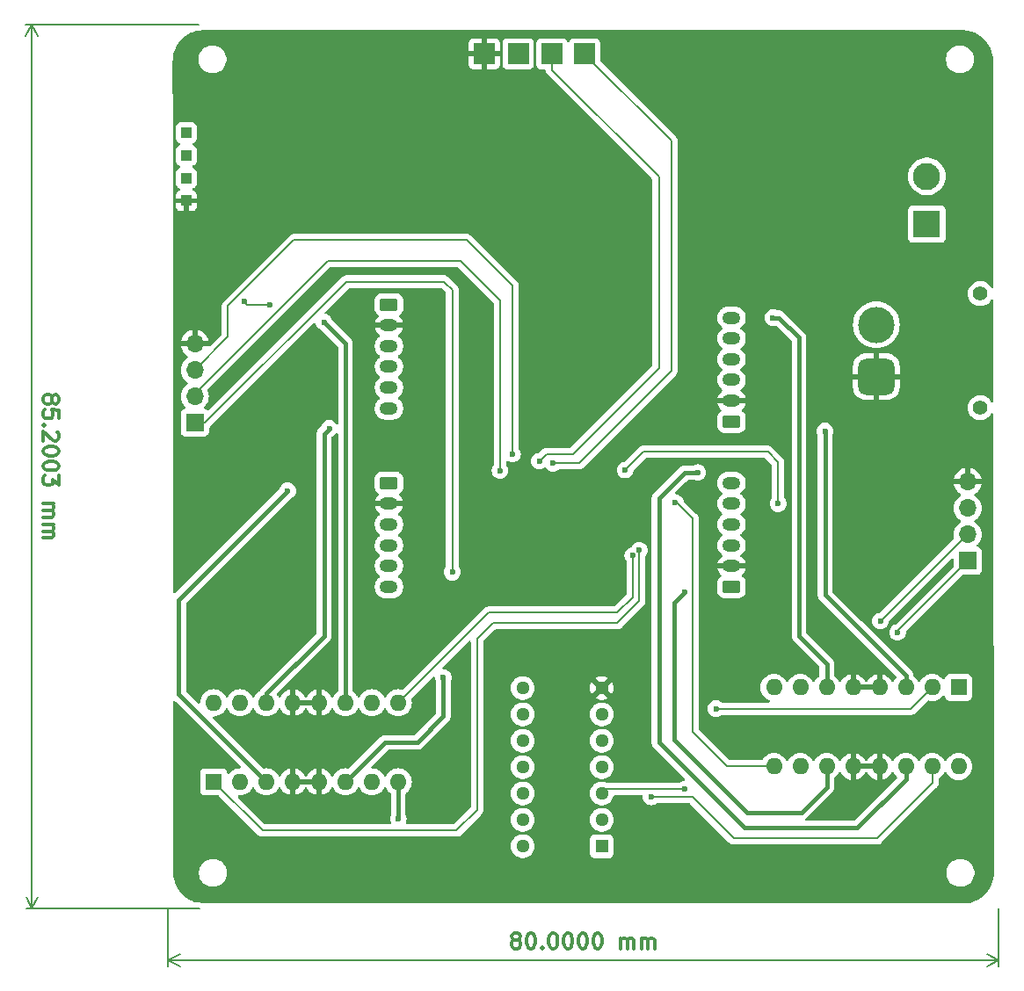
<source format=gbr>
%TF.GenerationSoftware,KiCad,Pcbnew,8.0.6*%
%TF.CreationDate,2025-01-05T12:11:02-05:00*%
%TF.ProjectId,omni-wheel,6f6d6e69-2d77-4686-9565-6c2e6b696361,rev?*%
%TF.SameCoordinates,Original*%
%TF.FileFunction,Copper,L2,Bot*%
%TF.FilePolarity,Positive*%
%FSLAX46Y46*%
G04 Gerber Fmt 4.6, Leading zero omitted, Abs format (unit mm)*
G04 Created by KiCad (PCBNEW 8.0.6) date 2025-01-05 12:11:02*
%MOMM*%
%LPD*%
G01*
G04 APERTURE LIST*
G04 Aperture macros list*
%AMRoundRect*
0 Rectangle with rounded corners*
0 $1 Rounding radius*
0 $2 $3 $4 $5 $6 $7 $8 $9 X,Y pos of 4 corners*
0 Add a 4 corners polygon primitive as box body*
4,1,4,$2,$3,$4,$5,$6,$7,$8,$9,$2,$3,0*
0 Add four circle primitives for the rounded corners*
1,1,$1+$1,$2,$3*
1,1,$1+$1,$4,$5*
1,1,$1+$1,$6,$7*
1,1,$1+$1,$8,$9*
0 Add four rect primitives between the rounded corners*
20,1,$1+$1,$2,$3,$4,$5,0*
20,1,$1+$1,$4,$5,$6,$7,0*
20,1,$1+$1,$6,$7,$8,$9,0*
20,1,$1+$1,$8,$9,$2,$3,0*%
G04 Aperture macros list end*
%ADD10C,0.300000*%
%TA.AperFunction,NonConductor*%
%ADD11C,0.300000*%
%TD*%
%TA.AperFunction,NonConductor*%
%ADD12C,0.200000*%
%TD*%
%TA.AperFunction,ComponentPad*%
%ADD13R,1.000000X1.000000*%
%TD*%
%TA.AperFunction,ComponentPad*%
%ADD14RoundRect,0.250000X-0.625000X0.350000X-0.625000X-0.350000X0.625000X-0.350000X0.625000X0.350000X0*%
%TD*%
%TA.AperFunction,ComponentPad*%
%ADD15O,1.750000X1.200000*%
%TD*%
%TA.AperFunction,ComponentPad*%
%ADD16R,1.700000X1.700000*%
%TD*%
%TA.AperFunction,ComponentPad*%
%ADD17O,1.700000X1.700000*%
%TD*%
%TA.AperFunction,ComponentPad*%
%ADD18R,2.000000X2.000000*%
%TD*%
%TA.AperFunction,ComponentPad*%
%ADD19R,1.600000X1.600000*%
%TD*%
%TA.AperFunction,ComponentPad*%
%ADD20O,1.600000X1.600000*%
%TD*%
%TA.AperFunction,ComponentPad*%
%ADD21C,1.400000*%
%TD*%
%TA.AperFunction,ComponentPad*%
%ADD22RoundRect,0.770000X-0.980000X0.980000X-0.980000X-0.980000X0.980000X-0.980000X0.980000X0.980000X0*%
%TD*%
%TA.AperFunction,ComponentPad*%
%ADD23C,3.500000*%
%TD*%
%TA.AperFunction,ComponentPad*%
%ADD24RoundRect,0.250000X0.625000X-0.350000X0.625000X0.350000X-0.625000X0.350000X-0.625000X-0.350000X0*%
%TD*%
%TA.AperFunction,ComponentPad*%
%ADD25R,2.625000X2.625000*%
%TD*%
%TA.AperFunction,ComponentPad*%
%ADD26C,2.625000*%
%TD*%
%TA.AperFunction,ComponentPad*%
%ADD27R,1.295400X1.295400*%
%TD*%
%TA.AperFunction,ComponentPad*%
%ADD28C,1.295400*%
%TD*%
%TA.AperFunction,ViaPad*%
%ADD29C,0.600000*%
%TD*%
%TA.AperFunction,Conductor*%
%ADD30C,0.200000*%
%TD*%
%TA.AperFunction,Conductor*%
%ADD31C,0.400000*%
%TD*%
G04 APERTURE END LIST*
D10*
D11*
X110607144Y-143021185D02*
X110464287Y-142949757D01*
X110464287Y-142949757D02*
X110392858Y-142878328D01*
X110392858Y-142878328D02*
X110321430Y-142735471D01*
X110321430Y-142735471D02*
X110321430Y-142664042D01*
X110321430Y-142664042D02*
X110392858Y-142521185D01*
X110392858Y-142521185D02*
X110464287Y-142449757D01*
X110464287Y-142449757D02*
X110607144Y-142378328D01*
X110607144Y-142378328D02*
X110892858Y-142378328D01*
X110892858Y-142378328D02*
X111035716Y-142449757D01*
X111035716Y-142449757D02*
X111107144Y-142521185D01*
X111107144Y-142521185D02*
X111178573Y-142664042D01*
X111178573Y-142664042D02*
X111178573Y-142735471D01*
X111178573Y-142735471D02*
X111107144Y-142878328D01*
X111107144Y-142878328D02*
X111035716Y-142949757D01*
X111035716Y-142949757D02*
X110892858Y-143021185D01*
X110892858Y-143021185D02*
X110607144Y-143021185D01*
X110607144Y-143021185D02*
X110464287Y-143092614D01*
X110464287Y-143092614D02*
X110392858Y-143164042D01*
X110392858Y-143164042D02*
X110321430Y-143306900D01*
X110321430Y-143306900D02*
X110321430Y-143592614D01*
X110321430Y-143592614D02*
X110392858Y-143735471D01*
X110392858Y-143735471D02*
X110464287Y-143806900D01*
X110464287Y-143806900D02*
X110607144Y-143878328D01*
X110607144Y-143878328D02*
X110892858Y-143878328D01*
X110892858Y-143878328D02*
X111035716Y-143806900D01*
X111035716Y-143806900D02*
X111107144Y-143735471D01*
X111107144Y-143735471D02*
X111178573Y-143592614D01*
X111178573Y-143592614D02*
X111178573Y-143306900D01*
X111178573Y-143306900D02*
X111107144Y-143164042D01*
X111107144Y-143164042D02*
X111035716Y-143092614D01*
X111035716Y-143092614D02*
X110892858Y-143021185D01*
X112107144Y-142378328D02*
X112250001Y-142378328D01*
X112250001Y-142378328D02*
X112392858Y-142449757D01*
X112392858Y-142449757D02*
X112464287Y-142521185D01*
X112464287Y-142521185D02*
X112535715Y-142664042D01*
X112535715Y-142664042D02*
X112607144Y-142949757D01*
X112607144Y-142949757D02*
X112607144Y-143306900D01*
X112607144Y-143306900D02*
X112535715Y-143592614D01*
X112535715Y-143592614D02*
X112464287Y-143735471D01*
X112464287Y-143735471D02*
X112392858Y-143806900D01*
X112392858Y-143806900D02*
X112250001Y-143878328D01*
X112250001Y-143878328D02*
X112107144Y-143878328D01*
X112107144Y-143878328D02*
X111964287Y-143806900D01*
X111964287Y-143806900D02*
X111892858Y-143735471D01*
X111892858Y-143735471D02*
X111821429Y-143592614D01*
X111821429Y-143592614D02*
X111750001Y-143306900D01*
X111750001Y-143306900D02*
X111750001Y-142949757D01*
X111750001Y-142949757D02*
X111821429Y-142664042D01*
X111821429Y-142664042D02*
X111892858Y-142521185D01*
X111892858Y-142521185D02*
X111964287Y-142449757D01*
X111964287Y-142449757D02*
X112107144Y-142378328D01*
X113250000Y-143735471D02*
X113321429Y-143806900D01*
X113321429Y-143806900D02*
X113250000Y-143878328D01*
X113250000Y-143878328D02*
X113178572Y-143806900D01*
X113178572Y-143806900D02*
X113250000Y-143735471D01*
X113250000Y-143735471D02*
X113250000Y-143878328D01*
X114250001Y-142378328D02*
X114392858Y-142378328D01*
X114392858Y-142378328D02*
X114535715Y-142449757D01*
X114535715Y-142449757D02*
X114607144Y-142521185D01*
X114607144Y-142521185D02*
X114678572Y-142664042D01*
X114678572Y-142664042D02*
X114750001Y-142949757D01*
X114750001Y-142949757D02*
X114750001Y-143306900D01*
X114750001Y-143306900D02*
X114678572Y-143592614D01*
X114678572Y-143592614D02*
X114607144Y-143735471D01*
X114607144Y-143735471D02*
X114535715Y-143806900D01*
X114535715Y-143806900D02*
X114392858Y-143878328D01*
X114392858Y-143878328D02*
X114250001Y-143878328D01*
X114250001Y-143878328D02*
X114107144Y-143806900D01*
X114107144Y-143806900D02*
X114035715Y-143735471D01*
X114035715Y-143735471D02*
X113964286Y-143592614D01*
X113964286Y-143592614D02*
X113892858Y-143306900D01*
X113892858Y-143306900D02*
X113892858Y-142949757D01*
X113892858Y-142949757D02*
X113964286Y-142664042D01*
X113964286Y-142664042D02*
X114035715Y-142521185D01*
X114035715Y-142521185D02*
X114107144Y-142449757D01*
X114107144Y-142449757D02*
X114250001Y-142378328D01*
X115678572Y-142378328D02*
X115821429Y-142378328D01*
X115821429Y-142378328D02*
X115964286Y-142449757D01*
X115964286Y-142449757D02*
X116035715Y-142521185D01*
X116035715Y-142521185D02*
X116107143Y-142664042D01*
X116107143Y-142664042D02*
X116178572Y-142949757D01*
X116178572Y-142949757D02*
X116178572Y-143306900D01*
X116178572Y-143306900D02*
X116107143Y-143592614D01*
X116107143Y-143592614D02*
X116035715Y-143735471D01*
X116035715Y-143735471D02*
X115964286Y-143806900D01*
X115964286Y-143806900D02*
X115821429Y-143878328D01*
X115821429Y-143878328D02*
X115678572Y-143878328D01*
X115678572Y-143878328D02*
X115535715Y-143806900D01*
X115535715Y-143806900D02*
X115464286Y-143735471D01*
X115464286Y-143735471D02*
X115392857Y-143592614D01*
X115392857Y-143592614D02*
X115321429Y-143306900D01*
X115321429Y-143306900D02*
X115321429Y-142949757D01*
X115321429Y-142949757D02*
X115392857Y-142664042D01*
X115392857Y-142664042D02*
X115464286Y-142521185D01*
X115464286Y-142521185D02*
X115535715Y-142449757D01*
X115535715Y-142449757D02*
X115678572Y-142378328D01*
X117107143Y-142378328D02*
X117250000Y-142378328D01*
X117250000Y-142378328D02*
X117392857Y-142449757D01*
X117392857Y-142449757D02*
X117464286Y-142521185D01*
X117464286Y-142521185D02*
X117535714Y-142664042D01*
X117535714Y-142664042D02*
X117607143Y-142949757D01*
X117607143Y-142949757D02*
X117607143Y-143306900D01*
X117607143Y-143306900D02*
X117535714Y-143592614D01*
X117535714Y-143592614D02*
X117464286Y-143735471D01*
X117464286Y-143735471D02*
X117392857Y-143806900D01*
X117392857Y-143806900D02*
X117250000Y-143878328D01*
X117250000Y-143878328D02*
X117107143Y-143878328D01*
X117107143Y-143878328D02*
X116964286Y-143806900D01*
X116964286Y-143806900D02*
X116892857Y-143735471D01*
X116892857Y-143735471D02*
X116821428Y-143592614D01*
X116821428Y-143592614D02*
X116750000Y-143306900D01*
X116750000Y-143306900D02*
X116750000Y-142949757D01*
X116750000Y-142949757D02*
X116821428Y-142664042D01*
X116821428Y-142664042D02*
X116892857Y-142521185D01*
X116892857Y-142521185D02*
X116964286Y-142449757D01*
X116964286Y-142449757D02*
X117107143Y-142378328D01*
X118535714Y-142378328D02*
X118678571Y-142378328D01*
X118678571Y-142378328D02*
X118821428Y-142449757D01*
X118821428Y-142449757D02*
X118892857Y-142521185D01*
X118892857Y-142521185D02*
X118964285Y-142664042D01*
X118964285Y-142664042D02*
X119035714Y-142949757D01*
X119035714Y-142949757D02*
X119035714Y-143306900D01*
X119035714Y-143306900D02*
X118964285Y-143592614D01*
X118964285Y-143592614D02*
X118892857Y-143735471D01*
X118892857Y-143735471D02*
X118821428Y-143806900D01*
X118821428Y-143806900D02*
X118678571Y-143878328D01*
X118678571Y-143878328D02*
X118535714Y-143878328D01*
X118535714Y-143878328D02*
X118392857Y-143806900D01*
X118392857Y-143806900D02*
X118321428Y-143735471D01*
X118321428Y-143735471D02*
X118249999Y-143592614D01*
X118249999Y-143592614D02*
X118178571Y-143306900D01*
X118178571Y-143306900D02*
X118178571Y-142949757D01*
X118178571Y-142949757D02*
X118249999Y-142664042D01*
X118249999Y-142664042D02*
X118321428Y-142521185D01*
X118321428Y-142521185D02*
X118392857Y-142449757D01*
X118392857Y-142449757D02*
X118535714Y-142378328D01*
X120821427Y-143878328D02*
X120821427Y-142878328D01*
X120821427Y-143021185D02*
X120892856Y-142949757D01*
X120892856Y-142949757D02*
X121035713Y-142878328D01*
X121035713Y-142878328D02*
X121249999Y-142878328D01*
X121249999Y-142878328D02*
X121392856Y-142949757D01*
X121392856Y-142949757D02*
X121464285Y-143092614D01*
X121464285Y-143092614D02*
X121464285Y-143878328D01*
X121464285Y-143092614D02*
X121535713Y-142949757D01*
X121535713Y-142949757D02*
X121678570Y-142878328D01*
X121678570Y-142878328D02*
X121892856Y-142878328D01*
X121892856Y-142878328D02*
X122035713Y-142949757D01*
X122035713Y-142949757D02*
X122107142Y-143092614D01*
X122107142Y-143092614D02*
X122107142Y-143878328D01*
X122821427Y-143878328D02*
X122821427Y-142878328D01*
X122821427Y-143021185D02*
X122892856Y-142949757D01*
X122892856Y-142949757D02*
X123035713Y-142878328D01*
X123035713Y-142878328D02*
X123249999Y-142878328D01*
X123249999Y-142878328D02*
X123392856Y-142949757D01*
X123392856Y-142949757D02*
X123464285Y-143092614D01*
X123464285Y-143092614D02*
X123464285Y-143878328D01*
X123464285Y-143092614D02*
X123535713Y-142949757D01*
X123535713Y-142949757D02*
X123678570Y-142878328D01*
X123678570Y-142878328D02*
X123892856Y-142878328D01*
X123892856Y-142878328D02*
X124035713Y-142949757D01*
X124035713Y-142949757D02*
X124107142Y-143092614D01*
X124107142Y-143092614D02*
X124107142Y-143878328D01*
D12*
X157250000Y-140000000D02*
X157250000Y-145586420D01*
X77250001Y-140000000D02*
X77250001Y-145586420D01*
X157250000Y-145000000D02*
X77250001Y-145000000D01*
X157250000Y-145000000D02*
X77250001Y-145000000D01*
X157250000Y-145000000D02*
X156123496Y-145586421D01*
X157250000Y-145000000D02*
X156123496Y-144413579D01*
X77250001Y-145000000D02*
X78376505Y-144413579D01*
X77250001Y-145000000D02*
X78376505Y-145586421D01*
D10*
D11*
X66074792Y-90790726D02*
X66146137Y-90647827D01*
X66146137Y-90647827D02*
X66217524Y-90576357D01*
X66217524Y-90576357D02*
X66360339Y-90504844D01*
X66360339Y-90504844D02*
X66431768Y-90504802D01*
X66431768Y-90504802D02*
X66574667Y-90576147D01*
X66574667Y-90576147D02*
X66646137Y-90647534D01*
X66646137Y-90647534D02*
X66717649Y-90790349D01*
X66717649Y-90790349D02*
X66717817Y-91076063D01*
X66717817Y-91076063D02*
X66646472Y-91218962D01*
X66646472Y-91218962D02*
X66575086Y-91290433D01*
X66575086Y-91290433D02*
X66432271Y-91361945D01*
X66432271Y-91361945D02*
X66360842Y-91361987D01*
X66360842Y-91361987D02*
X66217943Y-91290642D01*
X66217943Y-91290642D02*
X66146472Y-91219256D01*
X66146472Y-91219256D02*
X66074960Y-91076441D01*
X66074960Y-91076441D02*
X66074792Y-90790726D01*
X66074792Y-90790726D02*
X66003280Y-90647911D01*
X66003280Y-90647911D02*
X65931810Y-90576524D01*
X65931810Y-90576524D02*
X65788910Y-90505180D01*
X65788910Y-90505180D02*
X65503196Y-90505347D01*
X65503196Y-90505347D02*
X65360381Y-90576860D01*
X65360381Y-90576860D02*
X65288994Y-90648330D01*
X65288994Y-90648330D02*
X65217650Y-90791229D01*
X65217650Y-90791229D02*
X65217817Y-91076944D01*
X65217817Y-91076944D02*
X65289330Y-91219759D01*
X65289330Y-91219759D02*
X65360800Y-91291145D01*
X65360800Y-91291145D02*
X65503699Y-91362490D01*
X65503699Y-91362490D02*
X65789413Y-91362322D01*
X65789413Y-91362322D02*
X65932229Y-91290810D01*
X65932229Y-91290810D02*
X66003615Y-91219340D01*
X66003615Y-91219340D02*
X66074960Y-91076441D01*
X66718781Y-92718920D02*
X66718362Y-92004634D01*
X66718362Y-92004634D02*
X66004035Y-91933625D01*
X66004035Y-91933625D02*
X66075505Y-92005011D01*
X66075505Y-92005011D02*
X66147017Y-92147827D01*
X66147017Y-92147827D02*
X66147227Y-92504969D01*
X66147227Y-92504969D02*
X66075882Y-92647868D01*
X66075882Y-92647868D02*
X66004496Y-92719339D01*
X66004496Y-92719339D02*
X65861680Y-92790851D01*
X65861680Y-92790851D02*
X65504538Y-92791061D01*
X65504538Y-92791061D02*
X65361639Y-92719716D01*
X65361639Y-92719716D02*
X65290168Y-92648329D01*
X65290168Y-92648329D02*
X65218656Y-92505514D01*
X65218656Y-92505514D02*
X65218446Y-92148371D01*
X65218446Y-92148371D02*
X65289791Y-92005472D01*
X65289791Y-92005472D02*
X65361177Y-91934002D01*
X65362058Y-93434001D02*
X65290671Y-93505472D01*
X65290671Y-93505472D02*
X65219201Y-93434085D01*
X65219201Y-93434085D02*
X65290587Y-93362615D01*
X65290587Y-93362615D02*
X65362058Y-93434001D01*
X65362058Y-93434001D02*
X65219201Y-93434085D01*
X66576721Y-94076146D02*
X66648191Y-94147533D01*
X66648191Y-94147533D02*
X66719703Y-94290348D01*
X66719703Y-94290348D02*
X66719913Y-94647491D01*
X66719913Y-94647491D02*
X66648568Y-94790390D01*
X66648568Y-94790390D02*
X66577182Y-94861860D01*
X66577182Y-94861860D02*
X66434366Y-94933373D01*
X66434366Y-94933373D02*
X66291509Y-94933456D01*
X66291509Y-94933456D02*
X66077182Y-94862154D01*
X66077182Y-94862154D02*
X65219536Y-94005514D01*
X65219536Y-94005514D02*
X65220081Y-94934085D01*
X66720626Y-95861776D02*
X66720709Y-96004633D01*
X66720709Y-96004633D02*
X66649365Y-96147532D01*
X66649365Y-96147532D02*
X66577978Y-96219002D01*
X66577978Y-96219002D02*
X66435163Y-96290515D01*
X66435163Y-96290515D02*
X66149491Y-96362111D01*
X66149491Y-96362111D02*
X65792348Y-96362321D01*
X65792348Y-96362321D02*
X65506592Y-96291060D01*
X65506592Y-96291060D02*
X65363693Y-96219715D01*
X65363693Y-96219715D02*
X65292222Y-96148328D01*
X65292222Y-96148328D02*
X65220710Y-96005513D01*
X65220710Y-96005513D02*
X65220626Y-95862656D01*
X65220626Y-95862656D02*
X65291971Y-95719757D01*
X65291971Y-95719757D02*
X65363357Y-95648286D01*
X65363357Y-95648286D02*
X65506172Y-95576774D01*
X65506172Y-95576774D02*
X65791845Y-95505178D01*
X65791845Y-95505178D02*
X66148988Y-95504968D01*
X66148988Y-95504968D02*
X66434744Y-95576229D01*
X66434744Y-95576229D02*
X66577643Y-95647574D01*
X66577643Y-95647574D02*
X66649113Y-95718961D01*
X66649113Y-95718961D02*
X66720626Y-95861776D01*
X66721464Y-97290346D02*
X66721548Y-97433204D01*
X66721548Y-97433204D02*
X66650203Y-97576103D01*
X66650203Y-97576103D02*
X66578816Y-97647573D01*
X66578816Y-97647573D02*
X66436001Y-97719085D01*
X66436001Y-97719085D02*
X66150329Y-97790682D01*
X66150329Y-97790682D02*
X65793186Y-97790891D01*
X65793186Y-97790891D02*
X65507430Y-97719630D01*
X65507430Y-97719630D02*
X65364531Y-97648286D01*
X65364531Y-97648286D02*
X65293060Y-97576899D01*
X65293060Y-97576899D02*
X65221548Y-97434084D01*
X65221548Y-97434084D02*
X65221464Y-97291227D01*
X65221464Y-97291227D02*
X65292809Y-97148328D01*
X65292809Y-97148328D02*
X65364196Y-97076857D01*
X65364196Y-97076857D02*
X65507011Y-97005345D01*
X65507011Y-97005345D02*
X65792683Y-96933749D01*
X65792683Y-96933749D02*
X66149826Y-96933539D01*
X66149826Y-96933539D02*
X66435582Y-97004800D01*
X66435582Y-97004800D02*
X66578481Y-97076145D01*
X66578481Y-97076145D02*
X66649952Y-97147531D01*
X66649952Y-97147531D02*
X66721464Y-97290346D01*
X66722051Y-98290346D02*
X66722596Y-99218917D01*
X66722596Y-99218917D02*
X66150874Y-98719253D01*
X66150874Y-98719253D02*
X66151000Y-98933538D01*
X66151000Y-98933538D02*
X66079655Y-99076437D01*
X66079655Y-99076437D02*
X66008268Y-99147908D01*
X66008268Y-99147908D02*
X65865453Y-99219420D01*
X65865453Y-99219420D02*
X65508310Y-99219630D01*
X65508310Y-99219630D02*
X65365411Y-99148285D01*
X65365411Y-99148285D02*
X65293941Y-99076898D01*
X65293941Y-99076898D02*
X65222428Y-98934083D01*
X65222428Y-98934083D02*
X65222177Y-98505512D01*
X65222177Y-98505512D02*
X65293522Y-98362613D01*
X65293522Y-98362613D02*
X65364908Y-98291142D01*
X65223644Y-101005511D02*
X66223644Y-101004924D01*
X66080787Y-101005008D02*
X66152257Y-101076394D01*
X66152257Y-101076394D02*
X66223770Y-101219210D01*
X66223770Y-101219210D02*
X66223895Y-101433495D01*
X66223895Y-101433495D02*
X66152551Y-101576394D01*
X66152551Y-101576394D02*
X66009735Y-101647907D01*
X66009735Y-101647907D02*
X65224021Y-101648368D01*
X66009735Y-101647907D02*
X66152634Y-101719251D01*
X66152634Y-101719251D02*
X66224147Y-101862067D01*
X66224147Y-101862067D02*
X66224273Y-102076352D01*
X66224273Y-102076352D02*
X66152928Y-102219251D01*
X66152928Y-102219251D02*
X66010113Y-102290764D01*
X66010113Y-102290764D02*
X65224398Y-102291225D01*
X65224818Y-103005510D02*
X66224817Y-103004924D01*
X66081960Y-103005007D02*
X66153431Y-103076394D01*
X66153431Y-103076394D02*
X66224943Y-103219209D01*
X66224943Y-103219209D02*
X66225069Y-103433495D01*
X66225069Y-103433495D02*
X66153724Y-103576394D01*
X66153724Y-103576394D02*
X66010909Y-103647906D01*
X66010909Y-103647906D02*
X65225195Y-103648368D01*
X66010909Y-103647906D02*
X66153808Y-103719251D01*
X66153808Y-103719251D02*
X66225320Y-103862066D01*
X66225320Y-103862066D02*
X66225446Y-104076352D01*
X66225446Y-104076352D02*
X66154102Y-104219251D01*
X66154102Y-104219251D02*
X66011286Y-104290763D01*
X66011286Y-104290763D02*
X65225572Y-104291225D01*
D12*
X80174874Y-54825167D02*
X63488457Y-54834959D01*
X80224874Y-140025419D02*
X63538457Y-140035211D01*
X64074877Y-54834616D02*
X64124877Y-140034868D01*
X64074877Y-54834616D02*
X64124877Y-140034868D01*
X64074877Y-54834616D02*
X64661959Y-55960775D01*
X64074877Y-54834616D02*
X63489117Y-55961464D01*
X64124877Y-140034868D02*
X63537795Y-138908709D01*
X64124877Y-140034868D02*
X64710637Y-138908020D01*
D13*
%TO.P,J13,1,Pin_1*%
%TO.N,+3.3V*%
X78980000Y-69616666D03*
%TD*%
D14*
%TO.P,J4,1,Pin_1*%
%TO.N,/Motor3_M1*%
X98500000Y-99000000D03*
D15*
%TO.P,J4,2,Pin_2*%
%TO.N,GND*%
X98500000Y-101000001D03*
%TO.P,J4,3,Pin_3*%
%TO.N,/Motor3_ENCA*%
X98500000Y-103000000D03*
%TO.P,J4,4,Pin_4*%
%TO.N,/Motor3_ENCB*%
X98500000Y-105000000D03*
%TO.P,J4,5,Pin_5*%
%TO.N,+3.3V*%
X98500000Y-107000000D03*
%TO.P,J4,6,Pin_6*%
%TO.N,/Motor3_M2*%
X98500000Y-109000000D03*
%TD*%
D16*
%TO.P,J5,1,Pin_1*%
%TO.N,Net-(J5-Pin_1)*%
X79800000Y-93200000D03*
D17*
%TO.P,J5,2,Pin_2*%
%TO.N,Net-(J5-Pin_2)*%
X79800000Y-90660000D03*
%TO.P,J5,3,Pin_3*%
%TO.N,Net-(J5-Pin_3)*%
X79800000Y-88120001D03*
%TO.P,J5,4,Pin_4*%
%TO.N,GND*%
X79800000Y-85580000D03*
%TD*%
D16*
%TO.P,J15,1,Pin_1*%
%TO.N,/UART_RPI_RX*%
X154250000Y-106500000D03*
D17*
%TO.P,J15,2,Pin_2*%
%TO.N,/UART_RPI_TX*%
X154250000Y-103960000D03*
%TO.P,J15,3,Pin_3*%
%TO.N,+5V*%
X154250000Y-101420001D03*
%TO.P,J15,4,Pin_4*%
%TO.N,GND*%
X154250000Y-98880000D03*
%TD*%
D18*
%TO.P,J11,1,Pin_1*%
%TO.N,GND*%
X107700000Y-57650000D03*
%TD*%
%TO.P,J10,1,Pin_1*%
%TO.N,+5V*%
X110950000Y-57650000D03*
%TD*%
D13*
%TO.P,J14,1,Pin_1*%
%TO.N,GND*%
X78980000Y-71800000D03*
%TD*%
D19*
%TO.P,U2,1,1\u002C2EN*%
%TO.N,/Motor3_EN*%
X81625001Y-127800000D03*
D20*
%TO.P,U2,2,1A*%
%TO.N,/Motor3_1A*%
X84165001Y-127800000D03*
%TO.P,U2,3,1Y*%
%TO.N,/Motor3_M1*%
X86705000Y-127800000D03*
%TO.P,U2,4,GND*%
%TO.N,GND*%
X89245001Y-127800000D03*
%TO.P,U2,5,GND*%
X91785001Y-127800000D03*
%TO.P,U2,6,2Y*%
%TO.N,/Motor3_M2*%
X94325001Y-127800000D03*
%TO.P,U2,7,2A*%
%TO.N,/Motor3_2A*%
X96865001Y-127800000D03*
%TO.P,U2,8,VCC2*%
%TO.N,+12V*%
X99405002Y-127800000D03*
%TO.P,U2,9,3\u002C4EN*%
%TO.N,/Motor4_EN*%
X99405001Y-120180000D03*
%TO.P,U2,10,3A*%
%TO.N,/Motor4_3A*%
X96865001Y-120180000D03*
%TO.P,U2,11,3Y*%
%TO.N,/Motor4_M1*%
X94325001Y-120180000D03*
%TO.P,U2,12,GND*%
%TO.N,GND*%
X91785001Y-120180000D03*
%TO.P,U2,13,GND*%
X89245001Y-120180000D03*
%TO.P,U2,14,4Y*%
%TO.N,/Motor4_M2*%
X86705001Y-120180000D03*
%TO.P,U2,15,4A*%
%TO.N,/Motor4_4A*%
X84165001Y-120180000D03*
%TO.P,U2,16,VCC1*%
%TO.N,+5V*%
X81625001Y-120180000D03*
%TD*%
D21*
%TO.P,J7,*%
%TO.N,*%
X155450000Y-80750000D03*
X155450000Y-91750000D03*
D22*
%TO.P,J7,1,Pin_1*%
%TO.N,GND*%
X145450000Y-88750000D03*
D23*
%TO.P,J7,2,Pin_2*%
%TO.N,Net-(J7-Pin_2)*%
X145450000Y-83750000D03*
%TD*%
D13*
%TO.P,J12,1,Pin_1*%
%TO.N,+5V*%
X78980000Y-67433333D03*
%TD*%
D24*
%TO.P,J6,1,Pin_1*%
%TO.N,/Motor1_M1*%
X131500000Y-93070000D03*
D15*
%TO.P,J6,2,Pin_2*%
%TO.N,GND*%
X131500000Y-91069999D03*
%TO.P,J6,3,Pin_3*%
%TO.N,/Motor1_ENCA*%
X131500000Y-89070000D03*
%TO.P,J6,4,Pin_4*%
%TO.N,/Motor1_ENCB*%
X131500000Y-87070000D03*
%TO.P,J6,5,Pin_5*%
%TO.N,+3.3V*%
X131500000Y-85070000D03*
%TO.P,J6,6,Pin_6*%
%TO.N,/Motor1_M2*%
X131500000Y-83070000D03*
%TD*%
D25*
%TO.P,SW1,1,A*%
%TO.N,Net-(J7-Pin_2)*%
X150310000Y-74050000D03*
D26*
%TO.P,SW1,2,B*%
%TO.N,+12V*%
X150310001Y-69450000D03*
%TD*%
D18*
%TO.P,J9,1,Pin_1*%
%TO.N,/UART_RC_TX*%
X114200000Y-57650000D03*
%TD*%
D13*
%TO.P,J1,1,Pin_1*%
%TO.N,+12V*%
X78980000Y-65250000D03*
%TD*%
D18*
%TO.P,J8,1,Pin_1*%
%TO.N,/UART_RC_RX*%
X117350000Y-57650000D03*
%TD*%
D24*
%TO.P,J2,1,Pin_1*%
%TO.N,/Motor2_M1*%
X131500000Y-108999999D03*
D15*
%TO.P,J2,2,Pin_2*%
%TO.N,GND*%
X131500000Y-106999998D03*
%TO.P,J2,3,Pin_3*%
%TO.N,/Motor2_ENCA*%
X131500000Y-104999999D03*
%TO.P,J2,4,Pin_4*%
%TO.N,/Motor2_ENCB*%
X131500000Y-102999999D03*
%TO.P,J2,5,Pin_5*%
%TO.N,+3.3V*%
X131500000Y-100999999D03*
%TO.P,J2,6,Pin_6*%
%TO.N,/Motor2_M2*%
X131500000Y-98999999D03*
%TD*%
D27*
%TO.P,U4,1,1A*%
%TO.N,unconnected-(U4-1A-Pad1)*%
X119000000Y-134000000D03*
D28*
%TO.P,U4,2,\u002A1Y*%
%TO.N,unconnected-(U4-\u002A1Y-Pad2)*%
X119000000Y-131460000D03*
%TO.P,U4,3,2A*%
%TO.N,/Motor2_3A*%
X119000000Y-128920000D03*
%TO.P,U4,4,\u002A2Y*%
%TO.N,/Motor2_4A*%
X119000000Y-126380000D03*
%TO.P,U4,5,3A*%
%TO.N,/Motor1_1A*%
X119000000Y-123840000D03*
%TO.P,U4,6,\u002A3Y*%
%TO.N,/Motor1_2A*%
X119000000Y-121300000D03*
%TO.P,U4,7,GND*%
%TO.N,GND*%
X119000000Y-118760000D03*
%TO.P,U4,8,\u002A4Y*%
%TO.N,/Motor4_4A*%
X111380000Y-118760000D03*
%TO.P,U4,9,4A*%
%TO.N,/Motor4_3A*%
X111380000Y-121300000D03*
%TO.P,U4,10,\u002A5Y*%
%TO.N,/Motor3_2A*%
X111380000Y-123839999D03*
%TO.P,U4,11,5A*%
%TO.N,/Motor3_1A*%
X111380000Y-126380000D03*
%TO.P,U4,12,\u002A6Y*%
%TO.N,unconnected-(U4-\u002A6Y-Pad12)*%
X111380000Y-128920000D03*
%TO.P,U4,13,6A*%
%TO.N,unconnected-(U4-6A-Pad13)*%
X111380000Y-131460000D03*
%TO.P,U4,14,VCC*%
%TO.N,+5V*%
X111380000Y-134000000D03*
%TD*%
D19*
%TO.P,U1,1,1\u002C2EN*%
%TO.N,/Motor1_EN*%
X153375000Y-118700000D03*
D20*
%TO.P,U1,2,1A*%
%TO.N,/Motor1_1A*%
X150835000Y-118700000D03*
%TO.P,U1,3,1Y*%
%TO.N,/Motor1_M1*%
X148295001Y-118700000D03*
%TO.P,U1,4,GND*%
%TO.N,GND*%
X145755000Y-118700000D03*
%TO.P,U1,5,GND*%
X143215000Y-118700000D03*
%TO.P,U1,6,2Y*%
%TO.N,/Motor1_M2*%
X140675000Y-118700000D03*
%TO.P,U1,7,2A*%
%TO.N,/Motor1_2A*%
X138135000Y-118700000D03*
%TO.P,U1,8,VCC2*%
%TO.N,+12V*%
X135594999Y-118700000D03*
%TO.P,U1,9,3\u002C4EN*%
%TO.N,/Motor2_EN*%
X135595000Y-126320000D03*
%TO.P,U1,10,3A*%
%TO.N,/Motor2_3A*%
X138135000Y-126320000D03*
%TO.P,U1,11,3Y*%
%TO.N,/Motor2_M1*%
X140675000Y-126320000D03*
%TO.P,U1,12,GND*%
%TO.N,GND*%
X143215000Y-126320000D03*
%TO.P,U1,13,GND*%
X145755000Y-126320000D03*
%TO.P,U1,14,4Y*%
%TO.N,/Motor2_M2*%
X148295000Y-126320000D03*
%TO.P,U1,15,4A*%
%TO.N,/Motor2_4A*%
X150835000Y-126320000D03*
%TO.P,U1,16,VCC1*%
%TO.N,+5V*%
X153375000Y-126320000D03*
%TD*%
D14*
%TO.P,J3,1,Pin_1*%
%TO.N,/Motor4_M1*%
X98500000Y-81800000D03*
D15*
%TO.P,J3,2,Pin_2*%
%TO.N,GND*%
X98500000Y-83800001D03*
%TO.P,J3,3,Pin_3*%
%TO.N,/Motor4_ENCA*%
X98500000Y-85800000D03*
%TO.P,J3,4,Pin_4*%
%TO.N,/Motor4_ENCB*%
X98500000Y-87800000D03*
%TO.P,J3,5,Pin_5*%
%TO.N,+3.3V*%
X98500000Y-89800000D03*
%TO.P,J3,6,Pin_6*%
%TO.N,/Motor4_M2*%
X98500000Y-91800000D03*
%TD*%
D29*
%TO.N,/Motor2_4A*%
X123750000Y-129250000D03*
%TO.N,/Motor1_1A*%
X130000000Y-120750000D03*
%TO.N,GND*%
X138787500Y-62437501D03*
X122500000Y-102500000D03*
X127287499Y-62937503D03*
X113750000Y-95250000D03*
X104750000Y-127750000D03*
X120000000Y-84380000D03*
X81750000Y-114500000D03*
X128562499Y-68687502D03*
X107500000Y-135500000D03*
X153000000Y-131500000D03*
X129287499Y-58437502D03*
X139062500Y-72187501D03*
X144062500Y-60687502D03*
X127287497Y-72912501D03*
X107250000Y-106750000D03*
X132250000Y-125000000D03*
%TO.N,/Motor2_3A*%
X127000000Y-128500000D03*
%TO.N,/Motor2_M2*%
X128250000Y-98000000D03*
%TO.N,/Motor1_M1*%
X140500000Y-94000000D03*
%TO.N,+12V*%
X99405002Y-131344998D03*
%TO.N,/Motor2_EN*%
X126100000Y-100900000D03*
%TO.N,/Motor1_M2*%
X135500000Y-83070000D03*
%TO.N,/Motor2_M1*%
X127000000Y-109500000D03*
%TO.N,/Motor3_M1*%
X88750000Y-99750000D03*
%TO.N,/Motor3_EN*%
X122614579Y-105487851D03*
%TO.N,/Motor4_EN*%
X122000000Y-106000000D03*
%TO.N,/Motor4_M2*%
X92750000Y-93750000D03*
%TO.N,/Motor4_M1*%
X92250000Y-83500000D03*
%TO.N,/Motor3_M2*%
X103750000Y-117750000D03*
%TO.N,/UART_RC_RX*%
X114300000Y-97100000D03*
%TO.N,Net-(J5-Pin_2)*%
X109200000Y-97800000D03*
%TO.N,+3.3V*%
X84550000Y-81500000D03*
X136000000Y-100999999D03*
X87000000Y-81800000D03*
X121250000Y-97750000D03*
%TO.N,/UART_RC_TX*%
X113000000Y-96900000D03*
%TO.N,Net-(J5-Pin_3)*%
X110400000Y-96200000D03*
%TO.N,Net-(J5-Pin_1)*%
X104600000Y-107600000D03*
%TO.N,/UART_RPI_RX*%
X147500000Y-113400000D03*
%TO.N,/UART_RPI_TX*%
X145850000Y-112300000D03*
%TD*%
D30*
%TO.N,/Motor2_4A*%
X145500000Y-133250000D02*
X150835000Y-127915000D01*
X127750000Y-129250000D02*
X131750000Y-133250000D01*
X131750000Y-133250000D02*
X145500000Y-133250000D01*
X123750000Y-129250000D02*
X127750000Y-129250000D01*
X150835000Y-127915000D02*
X150835000Y-126320000D01*
%TO.N,/Motor1_1A*%
X130000000Y-120750000D02*
X148785000Y-120750000D01*
X148785000Y-120750000D02*
X150835000Y-118700000D01*
%TO.N,/Motor2_3A*%
X119420000Y-128500000D02*
X127000000Y-128500000D01*
X119000000Y-128920000D02*
X119420000Y-128500000D01*
D31*
%TO.N,/Motor2_M2*%
X124500000Y-100500000D02*
X124500000Y-124000000D01*
X127000000Y-98000000D02*
X124500000Y-100500000D01*
X143625000Y-132250000D02*
X148295000Y-127580000D01*
X124500000Y-124000000D02*
X132750000Y-132250000D01*
X148295000Y-127580000D02*
X148295000Y-126955000D01*
D30*
X148295000Y-126955000D02*
X148295000Y-126320000D01*
D31*
X128250000Y-98000000D02*
X127000000Y-98000000D01*
X132750000Y-132250000D02*
X143625000Y-132250000D01*
%TO.N,/Motor1_M1*%
X140500000Y-109750000D02*
X148295001Y-117545001D01*
X148295001Y-117545001D02*
X148295001Y-118700000D01*
X140500000Y-94000000D02*
X140500000Y-109750000D01*
%TO.N,+12V*%
X99405002Y-131344998D02*
X99405002Y-127800000D01*
D30*
%TO.N,/Motor2_EN*%
X131070000Y-126320000D02*
X135595000Y-126320000D01*
X127750000Y-123000000D02*
X131070000Y-126320000D01*
X126200000Y-100900000D02*
X127750000Y-102450000D01*
X126100000Y-100900000D02*
X126200000Y-100900000D01*
X127750000Y-102450000D02*
X127750000Y-123000000D01*
D31*
%TO.N,/Motor1_M2*%
X138000000Y-85000000D02*
X138000000Y-113750000D01*
X136070000Y-83070000D02*
X138000000Y-85000000D01*
X135500000Y-83070000D02*
X136070000Y-83070000D01*
X140675000Y-116425000D02*
X140675000Y-118700000D01*
X138000000Y-113750000D02*
X140675000Y-116425000D01*
%TO.N,/Motor2_M1*%
X126000000Y-110500000D02*
X126000000Y-123750000D01*
X138250000Y-130750000D02*
X140675000Y-128325000D01*
X140675000Y-128325000D02*
X140675000Y-126320000D01*
X126000000Y-123750000D02*
X133000000Y-130750000D01*
X133000000Y-130750000D02*
X138250000Y-130750000D01*
X127000000Y-109500000D02*
X126000000Y-110500000D01*
%TO.N,/Motor3_M1*%
X88750000Y-99750000D02*
X78250000Y-110250000D01*
X78250000Y-119345000D02*
X86705000Y-127800000D01*
X78250000Y-110250000D02*
X78250000Y-119345000D01*
D30*
%TO.N,/Motor3_EN*%
X105000000Y-132500000D02*
X86325001Y-132500000D01*
X107000000Y-114000000D02*
X107000000Y-130500000D01*
X120500000Y-112500000D02*
X108500000Y-112500000D01*
X122600000Y-105502430D02*
X122600000Y-110400000D01*
X122614579Y-105487851D02*
X122600000Y-105502430D01*
X107000000Y-130500000D02*
X105000000Y-132500000D01*
X122600000Y-110400000D02*
X120500000Y-112500000D01*
X108500000Y-112500000D02*
X107000000Y-114000000D01*
X86325001Y-132500000D02*
X81625001Y-127800000D01*
%TO.N,/Motor4_EN*%
X120500000Y-111500000D02*
X108085001Y-111500000D01*
X122000000Y-106000000D02*
X122000000Y-110000000D01*
X108085001Y-111500000D02*
X99405001Y-120180000D01*
X122000000Y-110000000D02*
X120500000Y-111500000D01*
D31*
%TO.N,/Motor4_M2*%
X92250000Y-94250000D02*
X92250000Y-113750000D01*
X92250000Y-113750000D02*
X86705001Y-119294999D01*
X92750000Y-93750000D02*
X92250000Y-94250000D01*
X86705001Y-119294999D02*
X86705001Y-120180000D01*
%TO.N,/Motor4_M1*%
X94325001Y-85575001D02*
X94325001Y-120180000D01*
X92250000Y-83500000D02*
X94325001Y-85575001D01*
%TO.N,/Motor3_M2*%
X101250000Y-124000000D02*
X98125001Y-124000000D01*
X98125001Y-124000000D02*
X94325001Y-127800000D01*
X103750000Y-117750000D02*
X103750000Y-121500000D01*
X103750000Y-121500000D02*
X101250000Y-124000000D01*
D30*
%TO.N,/UART_RC_RX*%
X114300000Y-97100000D02*
X116800000Y-97100000D01*
X116800000Y-97100000D02*
X125700000Y-88200000D01*
X117450000Y-57750000D02*
X117350000Y-57750000D01*
X125700000Y-88200000D02*
X125700000Y-66000000D01*
X125700000Y-66000000D02*
X117450000Y-57750000D01*
X117350000Y-58400000D02*
X117350000Y-57650000D01*
%TO.N,Net-(J5-Pin_2)*%
X109200000Y-97800000D02*
X109200000Y-81400000D01*
X105400000Y-77600000D02*
X92600000Y-77600000D01*
X79800000Y-90400000D02*
X79800000Y-90660000D01*
X109200000Y-81400000D02*
X105400000Y-77600000D01*
X92600000Y-77600000D02*
X79800000Y-90400000D01*
%TO.N,+3.3V*%
X84850000Y-81800000D02*
X84550000Y-81500000D01*
X87000000Y-81800000D02*
X84850000Y-81800000D01*
X136000000Y-97000000D02*
X135000000Y-96000000D01*
X135000000Y-96000000D02*
X123000000Y-96000000D01*
X136000000Y-100999999D02*
X136000000Y-97000000D01*
X123000000Y-96000000D02*
X121250000Y-97750000D01*
%TO.N,/UART_RC_TX*%
X116200000Y-96200000D02*
X124500000Y-87900000D01*
X124500000Y-69500000D02*
X114200000Y-59200000D01*
X124500000Y-87900000D02*
X124500000Y-69500000D01*
X113700000Y-96200000D02*
X116200000Y-96200000D01*
X113000000Y-96900000D02*
X113700000Y-96200000D01*
X114200000Y-59200000D02*
X114200000Y-57600000D01*
X114200000Y-58250000D02*
X114200000Y-57650000D01*
%TO.N,Net-(J5-Pin_3)*%
X106000000Y-75600000D02*
X89350000Y-75600000D01*
X83000000Y-81950000D02*
X83000000Y-84920001D01*
X89350000Y-75600000D02*
X83000000Y-81950000D01*
X83000000Y-84920001D02*
X79800000Y-88120001D01*
X110400000Y-80000000D02*
X106000000Y-75600000D01*
X110400000Y-96200000D02*
X110400000Y-80000000D01*
%TO.N,Net-(J5-Pin_1)*%
X104600000Y-80400000D02*
X103800000Y-79600000D01*
X80800000Y-93200000D02*
X79800000Y-93200000D01*
X103800000Y-79600000D02*
X94400000Y-79600000D01*
X94400000Y-79600000D02*
X80800000Y-93200000D01*
X104600000Y-107600000D02*
X104600000Y-80400000D01*
%TO.N,/UART_RPI_RX*%
X154250000Y-106500000D02*
X154400000Y-106500000D01*
X147500000Y-113400000D02*
X147500000Y-113250000D01*
X147500000Y-113250000D02*
X154250000Y-106500000D01*
%TO.N,/UART_RPI_TX*%
X154000000Y-104150000D02*
X154000000Y-103960000D01*
X145850000Y-112300000D02*
X154000000Y-104150000D01*
%TD*%
%TA.AperFunction,Conductor*%
%TO.N,GND*%
G36*
X146005000Y-127598872D02*
G01*
X146201317Y-127546269D01*
X146201326Y-127546265D01*
X146407482Y-127450134D01*
X146593820Y-127319657D01*
X146754657Y-127158820D01*
X146885132Y-126972484D01*
X146912341Y-126914134D01*
X146958513Y-126861695D01*
X147025707Y-126842542D01*
X147092588Y-126862757D01*
X147137105Y-126914132D01*
X147158894Y-126960858D01*
X147164431Y-126972732D01*
X147164432Y-126972734D01*
X147294954Y-127159141D01*
X147422397Y-127286584D01*
X147455882Y-127347907D01*
X147450898Y-127417599D01*
X147422397Y-127461946D01*
X143371162Y-131513181D01*
X143309839Y-131546666D01*
X143283481Y-131549500D01*
X138723104Y-131549500D01*
X138656065Y-131529815D01*
X138610310Y-131477011D01*
X138600366Y-131407853D01*
X138629391Y-131344297D01*
X138654214Y-131322397D01*
X138696543Y-131294114D01*
X141219114Y-128771543D01*
X141295775Y-128656811D01*
X141299479Y-128647870D01*
X141348578Y-128529332D01*
X141348580Y-128529328D01*
X141363817Y-128452728D01*
X141375500Y-128393996D01*
X141375500Y-127481672D01*
X141395185Y-127414633D01*
X141428375Y-127380098D01*
X141514139Y-127320047D01*
X141675047Y-127159139D01*
X141805568Y-126972734D01*
X141832895Y-126914129D01*
X141879064Y-126861695D01*
X141946257Y-126842542D01*
X142013139Y-126862757D01*
X142057657Y-126914133D01*
X142084865Y-126972482D01*
X142215342Y-127158820D01*
X142376179Y-127319657D01*
X142562517Y-127450134D01*
X142768673Y-127546265D01*
X142768682Y-127546269D01*
X142964999Y-127598872D01*
X142965000Y-127598871D01*
X142965000Y-126635686D01*
X142969394Y-126640080D01*
X143060606Y-126692741D01*
X143162339Y-126720000D01*
X143267661Y-126720000D01*
X143369394Y-126692741D01*
X143460606Y-126640080D01*
X143465000Y-126635686D01*
X143465000Y-127598872D01*
X143661317Y-127546269D01*
X143661326Y-127546265D01*
X143867482Y-127450134D01*
X144053820Y-127319657D01*
X144214657Y-127158820D01*
X144345134Y-126972481D01*
X144345135Y-126972479D01*
X144372618Y-126913543D01*
X144418790Y-126861103D01*
X144485983Y-126841951D01*
X144552864Y-126862166D01*
X144597382Y-126913543D01*
X144624864Y-126972479D01*
X144624865Y-126972481D01*
X144755342Y-127158820D01*
X144916179Y-127319657D01*
X145102517Y-127450134D01*
X145308673Y-127546265D01*
X145308682Y-127546269D01*
X145504999Y-127598872D01*
X145505000Y-127598871D01*
X145505000Y-126635686D01*
X145509394Y-126640080D01*
X145600606Y-126692741D01*
X145702339Y-126720000D01*
X145807661Y-126720000D01*
X145909394Y-126692741D01*
X146000606Y-126640080D01*
X146005000Y-126635686D01*
X146005000Y-127598872D01*
G37*
%TD.AperFunction*%
%TA.AperFunction,Conductor*%
G36*
X145434920Y-126074394D02*
G01*
X145382259Y-126165606D01*
X145355000Y-126267339D01*
X145355000Y-126372661D01*
X145382259Y-126474394D01*
X145434920Y-126565606D01*
X145439314Y-126570000D01*
X143530686Y-126570000D01*
X143535080Y-126565606D01*
X143587741Y-126474394D01*
X143615000Y-126372661D01*
X143615000Y-126267339D01*
X143587741Y-126165606D01*
X143535080Y-126074394D01*
X143530686Y-126070000D01*
X145439314Y-126070000D01*
X145434920Y-126074394D01*
G37*
%TD.AperFunction*%
%TA.AperFunction,Conductor*%
G36*
X145434920Y-118454394D02*
G01*
X145382259Y-118545606D01*
X145355000Y-118647339D01*
X145355000Y-118752661D01*
X145382259Y-118854394D01*
X145434920Y-118945606D01*
X145439314Y-118950000D01*
X143530686Y-118950000D01*
X143535080Y-118945606D01*
X143587741Y-118854394D01*
X143615000Y-118752661D01*
X143615000Y-118647339D01*
X143587741Y-118545606D01*
X143535080Y-118454394D01*
X143530686Y-118450000D01*
X145439314Y-118450000D01*
X145434920Y-118454394D01*
G37*
%TD.AperFunction*%
%TA.AperFunction,Conductor*%
G36*
X153625662Y-55350474D02*
G01*
X153626048Y-55350500D01*
X153634108Y-55350500D01*
X153696761Y-55350500D01*
X153703251Y-55350670D01*
X154007046Y-55366592D01*
X154019953Y-55367949D01*
X154125136Y-55384608D01*
X154317209Y-55415028D01*
X154329896Y-55417724D01*
X154620625Y-55495625D01*
X154632965Y-55499635D01*
X154913938Y-55607490D01*
X154925790Y-55612767D01*
X155193968Y-55749411D01*
X155205199Y-55755896D01*
X155457608Y-55919812D01*
X155468109Y-55927441D01*
X155702010Y-56116850D01*
X155711655Y-56125535D01*
X155924464Y-56338344D01*
X155933149Y-56347989D01*
X156122558Y-56581890D01*
X156130187Y-56592391D01*
X156294101Y-56844796D01*
X156300591Y-56856036D01*
X156437231Y-57124206D01*
X156442510Y-57136064D01*
X156550363Y-57417033D01*
X156554374Y-57429376D01*
X156632273Y-57720097D01*
X156634971Y-57732794D01*
X156682050Y-58030046D01*
X156683407Y-58042953D01*
X156699330Y-58346756D01*
X156699500Y-58353246D01*
X156699500Y-58423334D01*
X156699570Y-58424411D01*
X156720382Y-80080653D01*
X156700762Y-80147711D01*
X156648002Y-80193517D01*
X156578853Y-80203527D01*
X156515269Y-80174563D01*
X156485381Y-80136043D01*
X156475058Y-80115311D01*
X156475056Y-80115308D01*
X156340979Y-79937761D01*
X156176562Y-79787876D01*
X156176560Y-79787874D01*
X155987404Y-79670754D01*
X155987398Y-79670752D01*
X155779940Y-79590382D01*
X155561243Y-79549500D01*
X155338757Y-79549500D01*
X155120060Y-79590382D01*
X155014485Y-79631282D01*
X154912601Y-79670752D01*
X154912595Y-79670754D01*
X154723439Y-79787874D01*
X154723437Y-79787876D01*
X154559020Y-79937761D01*
X154424943Y-80115308D01*
X154424938Y-80115316D01*
X154325775Y-80314461D01*
X154325769Y-80314476D01*
X154264885Y-80528462D01*
X154264884Y-80528464D01*
X154244357Y-80749999D01*
X154244357Y-80750000D01*
X154264884Y-80971535D01*
X154264885Y-80971537D01*
X154325769Y-81185523D01*
X154325775Y-81185538D01*
X154424938Y-81384683D01*
X154424943Y-81384691D01*
X154559020Y-81562238D01*
X154723437Y-81712123D01*
X154723439Y-81712125D01*
X154912595Y-81829245D01*
X154912596Y-81829245D01*
X154912599Y-81829247D01*
X155120060Y-81909618D01*
X155338757Y-81950500D01*
X155338759Y-81950500D01*
X155561241Y-81950500D01*
X155561243Y-81950500D01*
X155779940Y-81909618D01*
X155987401Y-81829247D01*
X156176562Y-81712124D01*
X156340981Y-81562236D01*
X156475058Y-81384689D01*
X156486665Y-81361378D01*
X156534167Y-81310141D01*
X156601830Y-81292719D01*
X156668171Y-81314644D01*
X156712127Y-81368954D01*
X156721666Y-81416530D01*
X156730974Y-91101924D01*
X156711354Y-91168982D01*
X156658594Y-91214788D01*
X156589445Y-91224798D01*
X156525861Y-91195834D01*
X156495974Y-91157315D01*
X156475061Y-91115316D01*
X156475056Y-91115308D01*
X156340979Y-90937761D01*
X156176562Y-90787876D01*
X156176560Y-90787874D01*
X155987404Y-90670754D01*
X155987398Y-90670752D01*
X155959644Y-90660000D01*
X155779940Y-90590382D01*
X155561243Y-90549500D01*
X155338757Y-90549500D01*
X155120060Y-90590382D01*
X154993502Y-90639411D01*
X154912601Y-90670752D01*
X154912595Y-90670754D01*
X154723439Y-90787874D01*
X154723437Y-90787876D01*
X154559020Y-90937761D01*
X154424943Y-91115308D01*
X154424938Y-91115316D01*
X154325775Y-91314461D01*
X154325769Y-91314476D01*
X154264885Y-91528462D01*
X154264884Y-91528464D01*
X154244357Y-91749999D01*
X154244357Y-91750000D01*
X154264884Y-91971535D01*
X154264885Y-91971537D01*
X154325769Y-92185523D01*
X154325775Y-92185538D01*
X154424938Y-92384683D01*
X154424943Y-92384691D01*
X154559020Y-92562238D01*
X154723437Y-92712123D01*
X154723439Y-92712125D01*
X154912595Y-92829245D01*
X154912596Y-92829245D01*
X154912599Y-92829247D01*
X155120060Y-92909618D01*
X155338757Y-92950500D01*
X155338759Y-92950500D01*
X155561241Y-92950500D01*
X155561243Y-92950500D01*
X155779940Y-92909618D01*
X155987401Y-92829247D01*
X156176562Y-92712124D01*
X156316282Y-92584751D01*
X156340979Y-92562238D01*
X156375196Y-92516928D01*
X156475058Y-92384689D01*
X156497217Y-92340187D01*
X156544719Y-92288952D01*
X156612382Y-92271530D01*
X156678722Y-92293455D01*
X156722678Y-92347766D01*
X156732217Y-92395341D01*
X156774623Y-136521811D01*
X156774453Y-136528421D01*
X156758531Y-136832169D01*
X156757174Y-136845076D01*
X156710093Y-137142328D01*
X156707395Y-137155024D01*
X156629496Y-137445740D01*
X156625485Y-137458084D01*
X156517628Y-137739059D01*
X156512349Y-137750916D01*
X156375710Y-138019082D01*
X156369220Y-138030322D01*
X156205306Y-138282727D01*
X156197677Y-138293228D01*
X156008267Y-138527129D01*
X155999582Y-138536774D01*
X155786774Y-138749582D01*
X155777129Y-138758267D01*
X155543228Y-138947677D01*
X155532727Y-138955306D01*
X155280322Y-139119220D01*
X155269082Y-139125710D01*
X155000916Y-139262349D01*
X154989059Y-139267628D01*
X154708084Y-139375485D01*
X154695740Y-139379496D01*
X154405024Y-139457395D01*
X154392328Y-139460093D01*
X154095076Y-139507174D01*
X154082169Y-139508531D01*
X153778365Y-139524456D01*
X153771874Y-139524626D01*
X80728126Y-139524626D01*
X80721635Y-139524456D01*
X80571575Y-139516590D01*
X80516130Y-139500184D01*
X80456330Y-139465706D01*
X80456329Y-139465705D01*
X80303578Y-139424872D01*
X79990686Y-139425056D01*
X79958519Y-139420831D01*
X79804258Y-139379496D01*
X79791914Y-139375485D01*
X79510940Y-139267628D01*
X79499083Y-139262349D01*
X79230917Y-139125710D01*
X79219677Y-139119220D01*
X78967272Y-138955306D01*
X78956771Y-138947677D01*
X78722870Y-138758267D01*
X78713225Y-138749582D01*
X78500417Y-138536774D01*
X78491732Y-138527129D01*
X78302322Y-138293228D01*
X78294693Y-138282727D01*
X78130779Y-138030322D01*
X78124289Y-138019082D01*
X78076606Y-137925500D01*
X77987645Y-137750905D01*
X77982375Y-137739070D01*
X77874514Y-137458084D01*
X77870503Y-137445740D01*
X77792602Y-137155017D01*
X77789906Y-137142328D01*
X77782158Y-137093412D01*
X77742824Y-136845075D01*
X77741468Y-136832169D01*
X77725544Y-136528365D01*
X77725374Y-136521874D01*
X77725374Y-136468713D01*
X80199500Y-136468713D01*
X80199500Y-136681286D01*
X80232753Y-136891239D01*
X80298444Y-137093414D01*
X80394951Y-137282820D01*
X80519890Y-137454786D01*
X80670213Y-137605109D01*
X80842179Y-137730048D01*
X80842181Y-137730049D01*
X80842184Y-137730051D01*
X81031588Y-137826557D01*
X81233757Y-137892246D01*
X81443713Y-137925500D01*
X81443714Y-137925500D01*
X81656286Y-137925500D01*
X81656287Y-137925500D01*
X81866243Y-137892246D01*
X82068412Y-137826557D01*
X82257816Y-137730051D01*
X82279789Y-137714086D01*
X82429786Y-137605109D01*
X82429788Y-137605106D01*
X82429792Y-137605104D01*
X82580104Y-137454792D01*
X82580106Y-137454788D01*
X82580109Y-137454786D01*
X82705048Y-137282820D01*
X82705047Y-137282820D01*
X82705051Y-137282816D01*
X82801557Y-137093412D01*
X82867246Y-136891243D01*
X82900500Y-136681287D01*
X82900500Y-136468713D01*
X152199500Y-136468713D01*
X152199500Y-136681286D01*
X152232753Y-136891239D01*
X152298444Y-137093414D01*
X152394951Y-137282820D01*
X152519890Y-137454786D01*
X152670213Y-137605109D01*
X152842179Y-137730048D01*
X152842181Y-137730049D01*
X152842184Y-137730051D01*
X153031588Y-137826557D01*
X153233757Y-137892246D01*
X153443713Y-137925500D01*
X153443714Y-137925500D01*
X153656286Y-137925500D01*
X153656287Y-137925500D01*
X153866243Y-137892246D01*
X154068412Y-137826557D01*
X154257816Y-137730051D01*
X154279789Y-137714086D01*
X154429786Y-137605109D01*
X154429788Y-137605106D01*
X154429792Y-137605104D01*
X154580104Y-137454792D01*
X154580106Y-137454788D01*
X154580109Y-137454786D01*
X154705048Y-137282820D01*
X154705047Y-137282820D01*
X154705051Y-137282816D01*
X154801557Y-137093412D01*
X154867246Y-136891243D01*
X154900500Y-136681287D01*
X154900500Y-136468713D01*
X154867246Y-136258757D01*
X154801557Y-136056588D01*
X154705051Y-135867184D01*
X154705049Y-135867181D01*
X154705048Y-135867179D01*
X154580109Y-135695213D01*
X154429786Y-135544890D01*
X154257820Y-135419951D01*
X154068414Y-135323444D01*
X154068413Y-135323443D01*
X154068412Y-135323443D01*
X153866243Y-135257754D01*
X153866241Y-135257753D01*
X153866240Y-135257753D01*
X153704957Y-135232208D01*
X153656287Y-135224500D01*
X153443713Y-135224500D01*
X153395042Y-135232208D01*
X153233760Y-135257753D01*
X153031585Y-135323444D01*
X152842179Y-135419951D01*
X152670213Y-135544890D01*
X152519890Y-135695213D01*
X152394951Y-135867179D01*
X152298444Y-136056585D01*
X152232753Y-136258760D01*
X152199500Y-136468713D01*
X82900500Y-136468713D01*
X82867246Y-136258757D01*
X82801557Y-136056588D01*
X82705051Y-135867184D01*
X82705049Y-135867181D01*
X82705048Y-135867179D01*
X82580109Y-135695213D01*
X82429786Y-135544890D01*
X82257820Y-135419951D01*
X82068414Y-135323444D01*
X82068413Y-135323443D01*
X82068412Y-135323443D01*
X81866243Y-135257754D01*
X81866241Y-135257753D01*
X81866240Y-135257753D01*
X81704957Y-135232208D01*
X81656287Y-135224500D01*
X81443713Y-135224500D01*
X81395042Y-135232208D01*
X81233760Y-135257753D01*
X81031585Y-135323444D01*
X80842179Y-135419951D01*
X80670213Y-135544890D01*
X80519890Y-135695213D01*
X80394951Y-135867179D01*
X80298444Y-136056585D01*
X80232753Y-136258760D01*
X80199500Y-136468713D01*
X77725374Y-136468713D01*
X77725374Y-136451421D01*
X77725325Y-136450707D01*
X77714871Y-120099967D01*
X77734513Y-120032917D01*
X77787287Y-119987129D01*
X77856440Y-119977141D01*
X77920014Y-120006125D01*
X77926552Y-120012209D01*
X84201222Y-126286879D01*
X84234707Y-126348202D01*
X84229723Y-126417894D01*
X84187851Y-126473827D01*
X84124349Y-126498088D01*
X83938313Y-126514364D01*
X83938303Y-126514366D01*
X83718512Y-126573258D01*
X83718503Y-126573261D01*
X83512268Y-126669431D01*
X83512266Y-126669432D01*
X83325859Y-126799954D01*
X83164955Y-126960858D01*
X83147726Y-126985464D01*
X83093148Y-127029088D01*
X83023649Y-127036280D01*
X82961295Y-127004757D01*
X82925883Y-126944526D01*
X82922862Y-126927591D01*
X82921415Y-126914133D01*
X82919092Y-126892517D01*
X82907992Y-126862757D01*
X82868798Y-126757671D01*
X82868794Y-126757664D01*
X82782548Y-126642455D01*
X82782545Y-126642452D01*
X82667336Y-126556206D01*
X82667329Y-126556202D01*
X82532483Y-126505908D01*
X82532484Y-126505908D01*
X82472884Y-126499501D01*
X82472882Y-126499500D01*
X82472874Y-126499500D01*
X82472865Y-126499500D01*
X80777130Y-126499500D01*
X80777124Y-126499501D01*
X80717517Y-126505908D01*
X80582672Y-126556202D01*
X80582665Y-126556206D01*
X80467456Y-126642452D01*
X80467453Y-126642455D01*
X80381207Y-126757664D01*
X80381203Y-126757671D01*
X80330909Y-126892517D01*
X80324502Y-126952116D01*
X80324501Y-126952135D01*
X80324501Y-128647870D01*
X80324502Y-128647876D01*
X80330909Y-128707483D01*
X80381203Y-128842328D01*
X80381207Y-128842335D01*
X80467453Y-128957544D01*
X80467456Y-128957547D01*
X80582665Y-129043793D01*
X80582672Y-129043797D01*
X80717518Y-129094091D01*
X80717517Y-129094091D01*
X80724445Y-129094835D01*
X80777128Y-129100500D01*
X82024903Y-129100499D01*
X82091942Y-129120184D01*
X82112583Y-129136817D01*
X85956285Y-132980520D01*
X85956287Y-132980521D01*
X85956291Y-132980524D01*
X86093210Y-133059573D01*
X86093213Y-133059575D01*
X86093217Y-133059577D01*
X86245944Y-133100501D01*
X86245946Y-133100501D01*
X86411655Y-133100501D01*
X86411671Y-133100500D01*
X104913331Y-133100500D01*
X104913347Y-133100501D01*
X104920943Y-133100501D01*
X105079054Y-133100501D01*
X105079057Y-133100501D01*
X105231785Y-133059577D01*
X105303424Y-133018216D01*
X105368716Y-132980520D01*
X105480520Y-132868716D01*
X105480520Y-132868714D01*
X105490724Y-132858511D01*
X105490728Y-132858506D01*
X107358506Y-130990728D01*
X107358511Y-130990724D01*
X107368714Y-130980520D01*
X107368716Y-130980520D01*
X107480520Y-130868716D01*
X107540152Y-130765429D01*
X107559577Y-130731785D01*
X107600500Y-130579057D01*
X107600500Y-130420943D01*
X107600500Y-118759999D01*
X110226881Y-118759999D01*
X110226881Y-118760000D01*
X110246514Y-118971884D01*
X110304750Y-119176559D01*
X110304750Y-119176560D01*
X110399596Y-119367037D01*
X110472607Y-119463718D01*
X110520600Y-119527271D01*
X110527836Y-119536852D01*
X110685090Y-119680208D01*
X110685092Y-119680210D01*
X110866007Y-119792228D01*
X110866013Y-119792231D01*
X110904806Y-119807259D01*
X111064434Y-119869099D01*
X111273129Y-119908111D01*
X111335410Y-119939779D01*
X111370683Y-120000092D01*
X111367749Y-120069900D01*
X111327540Y-120127040D01*
X111273129Y-120151888D01*
X111064434Y-120190901D01*
X111064431Y-120190901D01*
X111064431Y-120190902D01*
X110866013Y-120267768D01*
X110866007Y-120267771D01*
X110685092Y-120379789D01*
X110685090Y-120379791D01*
X110527836Y-120523147D01*
X110399596Y-120692962D01*
X110304750Y-120883439D01*
X110304750Y-120883440D01*
X110246514Y-121088115D01*
X110226881Y-121299999D01*
X110226881Y-121300000D01*
X110246514Y-121511884D01*
X110304750Y-121716559D01*
X110304750Y-121716560D01*
X110399596Y-121907037D01*
X110527836Y-122076852D01*
X110685090Y-122220208D01*
X110685092Y-122220210D01*
X110866007Y-122332228D01*
X110866013Y-122332231D01*
X110908048Y-122348515D01*
X111064434Y-122409099D01*
X111273129Y-122448111D01*
X111335408Y-122479778D01*
X111370681Y-122540091D01*
X111367747Y-122609899D01*
X111327538Y-122667039D01*
X111273128Y-122691887D01*
X111064434Y-122730900D01*
X111064432Y-122730900D01*
X111064430Y-122730901D01*
X110866013Y-122807767D01*
X110866007Y-122807770D01*
X110685092Y-122919788D01*
X110685090Y-122919790D01*
X110527836Y-123063146D01*
X110399596Y-123232961D01*
X110304750Y-123423438D01*
X110304750Y-123423439D01*
X110246514Y-123628114D01*
X110226881Y-123839998D01*
X110226881Y-123839999D01*
X110246514Y-124051883D01*
X110304750Y-124256558D01*
X110304750Y-124256559D01*
X110399596Y-124447036D01*
X110527836Y-124616851D01*
X110685090Y-124760207D01*
X110685092Y-124760209D01*
X110866007Y-124872227D01*
X110866013Y-124872230D01*
X110866016Y-124872231D01*
X111064434Y-124949098D01*
X111273134Y-124988111D01*
X111335413Y-125019778D01*
X111370686Y-125080091D01*
X111367752Y-125149899D01*
X111327543Y-125207039D01*
X111273132Y-125231888D01*
X111064434Y-125270901D01*
X111064432Y-125270901D01*
X111064430Y-125270902D01*
X110866013Y-125347768D01*
X110866007Y-125347771D01*
X110685092Y-125459789D01*
X110685090Y-125459791D01*
X110527836Y-125603147D01*
X110399596Y-125772962D01*
X110304750Y-125963439D01*
X110304750Y-125963440D01*
X110246514Y-126168115D01*
X110226881Y-126379999D01*
X110226881Y-126380000D01*
X110246514Y-126591884D01*
X110304750Y-126796559D01*
X110304750Y-126796560D01*
X110399596Y-126987037D01*
X110399598Y-126987039D01*
X110520600Y-127147271D01*
X110527836Y-127156852D01*
X110580956Y-127205277D01*
X110638478Y-127257716D01*
X110685090Y-127300208D01*
X110685092Y-127300210D01*
X110866007Y-127412228D01*
X110866013Y-127412231D01*
X110879870Y-127417599D01*
X111064434Y-127489099D01*
X111273129Y-127528111D01*
X111335410Y-127559779D01*
X111370683Y-127620092D01*
X111367749Y-127689900D01*
X111327540Y-127747040D01*
X111273129Y-127771888D01*
X111064434Y-127810901D01*
X111064431Y-127810901D01*
X111064431Y-127810902D01*
X110866013Y-127887768D01*
X110866007Y-127887771D01*
X110685092Y-127999789D01*
X110685090Y-127999791D01*
X110527836Y-128143147D01*
X110399596Y-128312962D01*
X110304750Y-128503439D01*
X110304750Y-128503440D01*
X110246514Y-128708115D01*
X110226881Y-128919999D01*
X110226881Y-128920000D01*
X110246514Y-129131884D01*
X110304750Y-129336559D01*
X110304750Y-129336560D01*
X110399596Y-129527037D01*
X110527836Y-129696852D01*
X110685090Y-129840208D01*
X110685092Y-129840210D01*
X110866007Y-129952228D01*
X110866013Y-129952231D01*
X110908048Y-129968515D01*
X111064434Y-130029099D01*
X111273129Y-130068111D01*
X111335410Y-130099779D01*
X111370683Y-130160092D01*
X111367749Y-130229900D01*
X111327540Y-130287040D01*
X111273129Y-130311888D01*
X111064434Y-130350901D01*
X111064431Y-130350901D01*
X111064431Y-130350902D01*
X110866013Y-130427768D01*
X110866007Y-130427771D01*
X110685092Y-130539789D01*
X110685090Y-130539791D01*
X110527836Y-130683147D01*
X110399596Y-130852962D01*
X110304750Y-131043439D01*
X110304750Y-131043440D01*
X110246514Y-131248115D01*
X110226881Y-131459999D01*
X110226881Y-131460000D01*
X110246514Y-131671884D01*
X110304750Y-131876559D01*
X110304750Y-131876560D01*
X110399596Y-132067037D01*
X110527836Y-132236852D01*
X110685090Y-132380208D01*
X110685092Y-132380210D01*
X110866007Y-132492228D01*
X110866013Y-132492231D01*
X110906339Y-132507853D01*
X111064434Y-132569099D01*
X111273129Y-132608111D01*
X111335410Y-132639779D01*
X111370683Y-132700092D01*
X111367749Y-132769900D01*
X111327540Y-132827040D01*
X111273129Y-132851888D01*
X111064434Y-132890901D01*
X111064431Y-132890901D01*
X111064431Y-132890902D01*
X110866013Y-132967768D01*
X110866007Y-132967771D01*
X110685092Y-133079789D01*
X110685090Y-133079791D01*
X110527836Y-133223147D01*
X110399596Y-133392962D01*
X110304750Y-133583439D01*
X110304750Y-133583440D01*
X110246514Y-133788115D01*
X110226881Y-133999999D01*
X110226881Y-134000000D01*
X110246514Y-134211884D01*
X110304750Y-134416559D01*
X110304750Y-134416560D01*
X110399596Y-134607037D01*
X110527836Y-134776852D01*
X110685090Y-134920208D01*
X110685092Y-134920210D01*
X110866007Y-135032228D01*
X110866013Y-135032231D01*
X110908048Y-135048515D01*
X111064434Y-135109099D01*
X111273604Y-135148200D01*
X111273606Y-135148200D01*
X111486394Y-135148200D01*
X111486396Y-135148200D01*
X111695566Y-135109099D01*
X111893989Y-135032230D01*
X112074909Y-134920209D01*
X112232165Y-134776851D01*
X112360402Y-134607039D01*
X112455251Y-134416555D01*
X112513485Y-134211885D01*
X112533119Y-134000000D01*
X112513485Y-133788115D01*
X112455251Y-133583445D01*
X112455249Y-133583440D01*
X112455249Y-133583439D01*
X112360403Y-133392962D01*
X112232163Y-133223147D01*
X112074909Y-133079791D01*
X112074907Y-133079789D01*
X111893992Y-132967771D01*
X111893986Y-132967768D01*
X111737603Y-132907186D01*
X111695566Y-132890901D01*
X111486868Y-132851888D01*
X111424589Y-132820221D01*
X111389316Y-132759908D01*
X111392250Y-132690100D01*
X111432459Y-132632960D01*
X111486868Y-132608111D01*
X111695566Y-132569099D01*
X111893989Y-132492230D01*
X112074909Y-132380209D01*
X112232165Y-132236851D01*
X112360402Y-132067039D01*
X112455251Y-131876555D01*
X112513485Y-131671885D01*
X112533119Y-131460000D01*
X112513485Y-131248115D01*
X112455251Y-131043445D01*
X112455249Y-131043440D01*
X112455249Y-131043439D01*
X112360403Y-130852962D01*
X112232163Y-130683147D01*
X112074909Y-130539791D01*
X112074907Y-130539789D01*
X111893992Y-130427771D01*
X111893986Y-130427768D01*
X111737603Y-130367186D01*
X111695566Y-130350901D01*
X111486868Y-130311888D01*
X111424589Y-130280221D01*
X111389316Y-130219908D01*
X111392250Y-130150100D01*
X111432459Y-130092960D01*
X111486868Y-130068111D01*
X111695566Y-130029099D01*
X111893989Y-129952230D01*
X112074909Y-129840209D01*
X112232165Y-129696851D01*
X112360402Y-129527039D01*
X112360403Y-129527037D01*
X112455249Y-129336560D01*
X112455249Y-129336559D01*
X112455248Y-129336559D01*
X112455251Y-129336555D01*
X112513485Y-129131885D01*
X112533119Y-128920000D01*
X112529531Y-128881284D01*
X112513485Y-128708115D01*
X112498888Y-128656811D01*
X112455251Y-128503445D01*
X112455249Y-128503440D01*
X112455249Y-128503439D01*
X112360403Y-128312962D01*
X112254512Y-128172741D01*
X112232165Y-128143149D01*
X112103439Y-128025800D01*
X112074909Y-127999791D01*
X112074907Y-127999789D01*
X111893992Y-127887771D01*
X111893986Y-127887768D01*
X111737603Y-127827186D01*
X111695566Y-127810901D01*
X111486868Y-127771888D01*
X111424589Y-127740221D01*
X111389316Y-127679908D01*
X111392250Y-127610100D01*
X111432459Y-127552960D01*
X111486868Y-127528111D01*
X111695566Y-127489099D01*
X111893989Y-127412230D01*
X112074909Y-127300209D01*
X112232165Y-127156851D01*
X112360402Y-126987039D01*
X112367528Y-126972728D01*
X112455249Y-126796560D01*
X112455249Y-126796559D01*
X112455248Y-126796559D01*
X112455251Y-126796555D01*
X112513485Y-126591885D01*
X112533119Y-126380000D01*
X112530172Y-126348202D01*
X112513485Y-126168115D01*
X112486819Y-126074394D01*
X112455251Y-125963445D01*
X112455249Y-125963440D01*
X112455249Y-125963439D01*
X112360403Y-125772962D01*
X112280776Y-125667520D01*
X112232165Y-125603149D01*
X112098370Y-125481179D01*
X112074909Y-125459791D01*
X112074907Y-125459789D01*
X111893992Y-125347771D01*
X111893986Y-125347768D01*
X111695569Y-125270902D01*
X111695568Y-125270901D01*
X111695566Y-125270901D01*
X111486865Y-125231887D01*
X111424586Y-125200219D01*
X111389313Y-125139907D01*
X111392247Y-125070099D01*
X111432456Y-125012959D01*
X111486863Y-124988111D01*
X111695566Y-124949098D01*
X111893989Y-124872229D01*
X112074909Y-124760208D01*
X112232165Y-124616850D01*
X112360402Y-124447038D01*
X112417780Y-124331807D01*
X112455249Y-124256559D01*
X112455249Y-124256558D01*
X112455248Y-124256558D01*
X112455251Y-124256554D01*
X112513485Y-124051884D01*
X112533119Y-123839999D01*
X112513485Y-123628114D01*
X112455251Y-123423444D01*
X112455249Y-123423439D01*
X112455249Y-123423438D01*
X112360403Y-123232961D01*
X112244179Y-123079057D01*
X112232165Y-123063148D01*
X112074909Y-122919790D01*
X112074907Y-122919788D01*
X111893992Y-122807770D01*
X111893986Y-122807767D01*
X111695571Y-122730902D01*
X111695566Y-122730900D01*
X111486871Y-122691887D01*
X111424591Y-122660219D01*
X111389318Y-122599907D01*
X111392252Y-122530099D01*
X111432461Y-122472959D01*
X111486868Y-122448111D01*
X111695566Y-122409099D01*
X111893989Y-122332230D01*
X112074909Y-122220209D01*
X112232165Y-122076851D01*
X112360402Y-121907039D01*
X112455251Y-121716555D01*
X112513485Y-121511885D01*
X112533119Y-121300000D01*
X112533119Y-121299999D01*
X117846881Y-121299999D01*
X117846881Y-121300000D01*
X117866514Y-121511884D01*
X117924750Y-121716559D01*
X117924750Y-121716560D01*
X118019596Y-121907037D01*
X118147836Y-122076852D01*
X118305090Y-122220208D01*
X118305092Y-122220210D01*
X118486007Y-122332228D01*
X118486013Y-122332231D01*
X118528048Y-122348515D01*
X118684434Y-122409099D01*
X118893129Y-122448111D01*
X118955410Y-122479779D01*
X118990683Y-122540092D01*
X118987749Y-122609900D01*
X118947540Y-122667040D01*
X118893129Y-122691888D01*
X118684434Y-122730901D01*
X118684431Y-122730901D01*
X118684431Y-122730902D01*
X118486013Y-122807768D01*
X118486007Y-122807771D01*
X118305092Y-122919789D01*
X118305090Y-122919791D01*
X118147836Y-123063147D01*
X118019596Y-123232962D01*
X117924750Y-123423439D01*
X117924750Y-123423440D01*
X117866514Y-123628115D01*
X117846881Y-123839999D01*
X117846881Y-123840000D01*
X117866514Y-124051884D01*
X117924750Y-124256559D01*
X117924750Y-124256560D01*
X118019596Y-124447037D01*
X118147836Y-124616852D01*
X118305090Y-124760208D01*
X118305092Y-124760210D01*
X118486007Y-124872228D01*
X118486013Y-124872231D01*
X118528048Y-124888515D01*
X118684434Y-124949099D01*
X118893129Y-124988111D01*
X118955410Y-125019779D01*
X118990683Y-125080092D01*
X118987749Y-125149900D01*
X118947540Y-125207040D01*
X118893129Y-125231888D01*
X118684434Y-125270901D01*
X118684431Y-125270901D01*
X118684431Y-125270902D01*
X118486013Y-125347768D01*
X118486007Y-125347771D01*
X118305092Y-125459789D01*
X118305090Y-125459791D01*
X118147836Y-125603147D01*
X118019596Y-125772962D01*
X117924750Y-125963439D01*
X117924750Y-125963440D01*
X117866514Y-126168115D01*
X117846881Y-126379999D01*
X117846881Y-126380000D01*
X117866514Y-126591884D01*
X117924750Y-126796559D01*
X117924750Y-126796560D01*
X118019596Y-126987037D01*
X118019598Y-126987039D01*
X118140600Y-127147271D01*
X118147836Y-127156852D01*
X118200956Y-127205277D01*
X118258478Y-127257716D01*
X118305090Y-127300208D01*
X118305092Y-127300210D01*
X118486007Y-127412228D01*
X118486013Y-127412231D01*
X118499870Y-127417599D01*
X118684434Y-127489099D01*
X118893129Y-127528111D01*
X118955410Y-127559779D01*
X118990683Y-127620092D01*
X118987749Y-127689900D01*
X118947540Y-127747040D01*
X118893129Y-127771888D01*
X118684434Y-127810901D01*
X118684431Y-127810901D01*
X118684431Y-127810902D01*
X118486013Y-127887768D01*
X118486007Y-127887771D01*
X118305092Y-127999789D01*
X118305090Y-127999791D01*
X118147836Y-128143147D01*
X118019596Y-128312962D01*
X117924750Y-128503439D01*
X117924750Y-128503440D01*
X117866514Y-128708115D01*
X117846881Y-128919999D01*
X117846881Y-128920000D01*
X117866514Y-129131884D01*
X117924750Y-129336559D01*
X117924750Y-129336560D01*
X118019596Y-129527037D01*
X118147836Y-129696852D01*
X118305090Y-129840208D01*
X118305092Y-129840210D01*
X118486007Y-129952228D01*
X118486013Y-129952231D01*
X118528048Y-129968515D01*
X118684434Y-130029099D01*
X118893129Y-130068111D01*
X118955410Y-130099779D01*
X118990683Y-130160092D01*
X118987749Y-130229900D01*
X118947540Y-130287040D01*
X118893129Y-130311888D01*
X118684434Y-130350901D01*
X118684431Y-130350901D01*
X118684431Y-130350902D01*
X118486013Y-130427768D01*
X118486007Y-130427771D01*
X118305092Y-130539789D01*
X118305090Y-130539791D01*
X118147836Y-130683147D01*
X118019596Y-130852962D01*
X117924750Y-131043439D01*
X117924750Y-131043440D01*
X117866514Y-131248115D01*
X117846881Y-131459999D01*
X117846881Y-131460000D01*
X117866514Y-131671884D01*
X117924750Y-131876559D01*
X117924750Y-131876560D01*
X118019596Y-132067037D01*
X118147836Y-132236852D01*
X118305090Y-132380208D01*
X118305092Y-132380210D01*
X118486007Y-132492228D01*
X118486013Y-132492231D01*
X118526339Y-132507853D01*
X118684434Y-132569099D01*
X118881366Y-132605912D01*
X118943645Y-132637579D01*
X118978918Y-132697892D01*
X118975984Y-132767700D01*
X118935775Y-132824840D01*
X118871057Y-132851171D01*
X118858579Y-132851800D01*
X118304429Y-132851800D01*
X118304423Y-132851801D01*
X118244816Y-132858208D01*
X118109971Y-132908502D01*
X118109964Y-132908506D01*
X117994755Y-132994752D01*
X117994752Y-132994755D01*
X117908506Y-133109964D01*
X117908502Y-133109971D01*
X117858208Y-133244817D01*
X117851801Y-133304416D01*
X117851801Y-133304423D01*
X117851800Y-133304435D01*
X117851800Y-134695570D01*
X117851801Y-134695576D01*
X117858208Y-134755183D01*
X117908502Y-134890028D01*
X117908506Y-134890035D01*
X117994752Y-135005244D01*
X117994755Y-135005247D01*
X118109964Y-135091493D01*
X118109971Y-135091497D01*
X118244817Y-135141791D01*
X118244816Y-135141791D01*
X118251744Y-135142535D01*
X118304427Y-135148200D01*
X119695572Y-135148199D01*
X119755183Y-135141791D01*
X119890031Y-135091496D01*
X120005246Y-135005246D01*
X120091496Y-134890031D01*
X120141791Y-134755183D01*
X120148200Y-134695573D01*
X120148199Y-133304428D01*
X120141791Y-133244817D01*
X120133709Y-133223149D01*
X120091497Y-133109971D01*
X120091493Y-133109964D01*
X120005247Y-132994755D01*
X120005244Y-132994752D01*
X119890035Y-132908506D01*
X119890028Y-132908502D01*
X119755182Y-132858208D01*
X119755183Y-132858208D01*
X119695583Y-132851801D01*
X119695581Y-132851800D01*
X119695573Y-132851800D01*
X119695565Y-132851800D01*
X119141421Y-132851800D01*
X119074382Y-132832115D01*
X119028627Y-132779311D01*
X119018683Y-132710153D01*
X119047708Y-132646597D01*
X119106486Y-132608823D01*
X119118618Y-132605915D01*
X119315566Y-132569099D01*
X119513989Y-132492230D01*
X119694909Y-132380209D01*
X119852165Y-132236851D01*
X119980402Y-132067039D01*
X120075251Y-131876555D01*
X120133485Y-131671885D01*
X120153119Y-131460000D01*
X120133485Y-131248115D01*
X120075251Y-131043445D01*
X120075249Y-131043440D01*
X120075249Y-131043439D01*
X119980403Y-130852962D01*
X119852163Y-130683147D01*
X119694909Y-130539791D01*
X119694907Y-130539789D01*
X119513992Y-130427771D01*
X119513986Y-130427768D01*
X119357603Y-130367186D01*
X119315566Y-130350901D01*
X119106868Y-130311888D01*
X119044589Y-130280221D01*
X119009316Y-130219908D01*
X119012250Y-130150100D01*
X119052459Y-130092960D01*
X119106868Y-130068111D01*
X119315566Y-130029099D01*
X119513989Y-129952230D01*
X119694909Y-129840209D01*
X119852165Y-129696851D01*
X119980402Y-129527039D01*
X119980403Y-129527037D01*
X120075249Y-129336560D01*
X120075249Y-129336559D01*
X120075251Y-129336555D01*
X120116789Y-129190565D01*
X120154068Y-129131472D01*
X120217378Y-129101915D01*
X120236055Y-129100500D01*
X122822524Y-129100500D01*
X122889563Y-129120185D01*
X122935318Y-129172989D01*
X122945744Y-129238386D01*
X122944435Y-129250001D01*
X122944435Y-129250003D01*
X122964630Y-129429249D01*
X122964631Y-129429254D01*
X123024211Y-129599523D01*
X123120184Y-129752262D01*
X123247738Y-129879816D01*
X123400478Y-129975789D01*
X123570745Y-130035368D01*
X123570750Y-130035369D01*
X123749996Y-130055565D01*
X123750000Y-130055565D01*
X123750004Y-130055565D01*
X123929249Y-130035369D01*
X123929252Y-130035368D01*
X123929255Y-130035368D01*
X124099522Y-129975789D01*
X124252262Y-129879816D01*
X124252267Y-129879810D01*
X124255097Y-129877555D01*
X124257275Y-129876665D01*
X124258158Y-129876111D01*
X124258255Y-129876265D01*
X124319783Y-129851145D01*
X124332412Y-129850500D01*
X127449903Y-129850500D01*
X127516942Y-129870185D01*
X127537584Y-129886819D01*
X131265139Y-133614374D01*
X131265149Y-133614385D01*
X131269479Y-133618715D01*
X131269480Y-133618716D01*
X131381284Y-133730520D01*
X131468095Y-133780639D01*
X131468097Y-133780641D01*
X131518213Y-133809576D01*
X131518215Y-133809577D01*
X131670942Y-133850500D01*
X131670943Y-133850500D01*
X145413331Y-133850500D01*
X145413347Y-133850501D01*
X145420943Y-133850501D01*
X145579054Y-133850501D01*
X145579057Y-133850501D01*
X145731785Y-133809577D01*
X145781904Y-133780639D01*
X145868716Y-133730520D01*
X145980520Y-133618716D01*
X145980520Y-133618714D01*
X145990728Y-133608507D01*
X145990730Y-133608504D01*
X151193506Y-128405728D01*
X151193511Y-128405724D01*
X151203714Y-128395520D01*
X151203716Y-128395520D01*
X151315520Y-128283716D01*
X151394577Y-128146784D01*
X151425391Y-128031785D01*
X151435500Y-127994058D01*
X151435500Y-127835943D01*
X151435500Y-127551692D01*
X151455185Y-127484653D01*
X151488374Y-127450119D01*
X151674139Y-127320047D01*
X151835047Y-127159139D01*
X151965568Y-126972734D01*
X151992618Y-126914724D01*
X152038790Y-126862285D01*
X152105983Y-126843133D01*
X152172865Y-126863348D01*
X152217382Y-126914725D01*
X152244429Y-126972728D01*
X152244432Y-126972734D01*
X152374954Y-127159141D01*
X152535858Y-127320045D01*
X152535861Y-127320047D01*
X152722266Y-127450568D01*
X152928504Y-127546739D01*
X153148308Y-127605635D01*
X153310230Y-127619801D01*
X153374998Y-127625468D01*
X153375000Y-127625468D01*
X153375002Y-127625468D01*
X153436448Y-127620092D01*
X153601692Y-127605635D01*
X153821496Y-127546739D01*
X154027734Y-127450568D01*
X154214139Y-127320047D01*
X154375047Y-127159139D01*
X154505568Y-126972734D01*
X154601739Y-126766496D01*
X154660635Y-126546692D01*
X154680468Y-126320000D01*
X154660635Y-126093308D01*
X154601739Y-125873504D01*
X154505568Y-125667266D01*
X154375047Y-125480861D01*
X154375045Y-125480858D01*
X154214141Y-125319954D01*
X154027734Y-125189432D01*
X154027732Y-125189431D01*
X153821497Y-125093261D01*
X153821488Y-125093258D01*
X153601697Y-125034366D01*
X153601693Y-125034365D01*
X153601692Y-125034365D01*
X153601691Y-125034364D01*
X153601686Y-125034364D01*
X153375002Y-125014532D01*
X153374998Y-125014532D01*
X153148313Y-125034364D01*
X153148302Y-125034366D01*
X152928511Y-125093258D01*
X152928502Y-125093261D01*
X152722267Y-125189431D01*
X152722265Y-125189432D01*
X152535858Y-125319954D01*
X152374954Y-125480858D01*
X152244432Y-125667265D01*
X152244431Y-125667267D01*
X152217382Y-125725275D01*
X152171209Y-125777714D01*
X152104016Y-125796866D01*
X152037135Y-125776650D01*
X151992618Y-125725275D01*
X151965686Y-125667520D01*
X151965568Y-125667266D01*
X151835047Y-125480861D01*
X151835045Y-125480858D01*
X151674141Y-125319954D01*
X151487734Y-125189432D01*
X151487732Y-125189431D01*
X151281497Y-125093261D01*
X151281488Y-125093258D01*
X151061697Y-125034366D01*
X151061693Y-125034365D01*
X151061692Y-125034365D01*
X151061691Y-125034364D01*
X151061686Y-125034364D01*
X150835002Y-125014532D01*
X150834998Y-125014532D01*
X150608313Y-125034364D01*
X150608302Y-125034366D01*
X150388511Y-125093258D01*
X150388502Y-125093261D01*
X150182267Y-125189431D01*
X150182265Y-125189432D01*
X149995858Y-125319954D01*
X149834954Y-125480858D01*
X149704432Y-125667265D01*
X149704431Y-125667267D01*
X149677382Y-125725275D01*
X149631209Y-125777714D01*
X149564016Y-125796866D01*
X149497135Y-125776650D01*
X149452618Y-125725275D01*
X149425686Y-125667520D01*
X149425568Y-125667266D01*
X149295047Y-125480861D01*
X149295045Y-125480858D01*
X149134141Y-125319954D01*
X148947734Y-125189432D01*
X148947732Y-125189431D01*
X148741497Y-125093261D01*
X148741488Y-125093258D01*
X148521697Y-125034366D01*
X148521693Y-125034365D01*
X148521692Y-125034365D01*
X148521691Y-125034364D01*
X148521686Y-125034364D01*
X148295002Y-125014532D01*
X148294998Y-125014532D01*
X148068313Y-125034364D01*
X148068302Y-125034366D01*
X147848511Y-125093258D01*
X147848502Y-125093261D01*
X147642267Y-125189431D01*
X147642265Y-125189432D01*
X147455858Y-125319954D01*
X147294954Y-125480858D01*
X147164882Y-125666623D01*
X147164432Y-125667266D01*
X147164315Y-125667518D01*
X147137106Y-125725867D01*
X147090933Y-125778306D01*
X147023739Y-125797457D01*
X146956858Y-125777241D01*
X146912342Y-125725865D01*
X146885135Y-125667520D01*
X146885134Y-125667518D01*
X146754657Y-125481179D01*
X146593820Y-125320342D01*
X146407482Y-125189865D01*
X146201328Y-125093734D01*
X146005000Y-125041127D01*
X146005000Y-126004314D01*
X146000606Y-125999920D01*
X145909394Y-125947259D01*
X145807661Y-125920000D01*
X145702339Y-125920000D01*
X145600606Y-125947259D01*
X145509394Y-125999920D01*
X145505000Y-126004314D01*
X145505000Y-125041127D01*
X145308671Y-125093734D01*
X145102517Y-125189865D01*
X144916179Y-125320342D01*
X144755342Y-125481179D01*
X144624865Y-125667517D01*
X144597382Y-125726457D01*
X144551210Y-125778896D01*
X144484016Y-125798048D01*
X144417135Y-125777832D01*
X144372618Y-125726457D01*
X144345134Y-125667517D01*
X144214657Y-125481179D01*
X144053820Y-125320342D01*
X143867482Y-125189865D01*
X143661328Y-125093734D01*
X143465000Y-125041127D01*
X143465000Y-126004314D01*
X143460606Y-125999920D01*
X143369394Y-125947259D01*
X143267661Y-125920000D01*
X143162339Y-125920000D01*
X143060606Y-125947259D01*
X142969394Y-125999920D01*
X142965000Y-126004314D01*
X142965000Y-125041127D01*
X142768671Y-125093734D01*
X142562517Y-125189865D01*
X142376179Y-125320342D01*
X142215342Y-125481179D01*
X142084867Y-125667515D01*
X142057657Y-125725867D01*
X142011484Y-125778306D01*
X141944290Y-125797457D01*
X141877409Y-125777241D01*
X141832893Y-125725865D01*
X141805685Y-125667518D01*
X141805568Y-125667266D01*
X141675047Y-125480861D01*
X141675045Y-125480858D01*
X141514141Y-125319954D01*
X141327734Y-125189432D01*
X141327732Y-125189431D01*
X141121497Y-125093261D01*
X141121488Y-125093258D01*
X140901697Y-125034366D01*
X140901693Y-125034365D01*
X140901692Y-125034365D01*
X140901691Y-125034364D01*
X140901686Y-125034364D01*
X140675002Y-125014532D01*
X140674998Y-125014532D01*
X140448313Y-125034364D01*
X140448302Y-125034366D01*
X140228511Y-125093258D01*
X140228502Y-125093261D01*
X140022267Y-125189431D01*
X140022265Y-125189432D01*
X139835858Y-125319954D01*
X139674954Y-125480858D01*
X139544432Y-125667265D01*
X139544431Y-125667267D01*
X139517382Y-125725275D01*
X139471209Y-125777714D01*
X139404016Y-125796866D01*
X139337135Y-125776650D01*
X139292618Y-125725275D01*
X139265686Y-125667520D01*
X139265568Y-125667266D01*
X139135047Y-125480861D01*
X139135045Y-125480858D01*
X138974141Y-125319954D01*
X138787734Y-125189432D01*
X138787732Y-125189431D01*
X138581497Y-125093261D01*
X138581488Y-125093258D01*
X138361697Y-125034366D01*
X138361693Y-125034365D01*
X138361692Y-125034365D01*
X138361691Y-125034364D01*
X138361686Y-125034364D01*
X138135002Y-125014532D01*
X138134998Y-125014532D01*
X137908313Y-125034364D01*
X137908302Y-125034366D01*
X137688511Y-125093258D01*
X137688502Y-125093261D01*
X137482267Y-125189431D01*
X137482265Y-125189432D01*
X137295858Y-125319954D01*
X137134954Y-125480858D01*
X137004432Y-125667265D01*
X137004431Y-125667267D01*
X136977382Y-125725275D01*
X136931209Y-125777714D01*
X136864016Y-125796866D01*
X136797135Y-125776650D01*
X136752618Y-125725275D01*
X136725686Y-125667520D01*
X136725568Y-125667266D01*
X136595047Y-125480861D01*
X136595045Y-125480858D01*
X136434141Y-125319954D01*
X136247734Y-125189432D01*
X136247732Y-125189431D01*
X136041497Y-125093261D01*
X136041488Y-125093258D01*
X135821697Y-125034366D01*
X135821693Y-125034365D01*
X135821692Y-125034365D01*
X135821691Y-125034364D01*
X135821686Y-125034364D01*
X135595002Y-125014532D01*
X135594998Y-125014532D01*
X135368313Y-125034364D01*
X135368302Y-125034366D01*
X135148511Y-125093258D01*
X135148502Y-125093261D01*
X134942267Y-125189431D01*
X134942265Y-125189432D01*
X134755858Y-125319954D01*
X134594954Y-125480858D01*
X134518450Y-125590118D01*
X134464881Y-125666624D01*
X134410307Y-125710248D01*
X134363308Y-125719500D01*
X131370097Y-125719500D01*
X131303058Y-125699815D01*
X131282416Y-125683181D01*
X128386819Y-122787584D01*
X128353334Y-122726261D01*
X128350500Y-122699903D01*
X128350500Y-120749996D01*
X129194435Y-120749996D01*
X129194435Y-120750003D01*
X129214630Y-120929249D01*
X129214631Y-120929254D01*
X129274211Y-121099523D01*
X129366351Y-121246162D01*
X129370184Y-121252262D01*
X129497738Y-121379816D01*
X129650478Y-121475789D01*
X129820745Y-121535368D01*
X129820750Y-121535369D01*
X129999996Y-121555565D01*
X130000000Y-121555565D01*
X130000004Y-121555565D01*
X130179249Y-121535369D01*
X130179252Y-121535368D01*
X130179255Y-121535368D01*
X130349522Y-121475789D01*
X130502262Y-121379816D01*
X130502267Y-121379810D01*
X130505097Y-121377555D01*
X130507275Y-121376665D01*
X130508158Y-121376111D01*
X130508255Y-121376265D01*
X130569783Y-121351145D01*
X130582412Y-121350500D01*
X148698331Y-121350500D01*
X148698347Y-121350501D01*
X148705943Y-121350501D01*
X148864054Y-121350501D01*
X148864057Y-121350501D01*
X149016785Y-121309577D01*
X149066904Y-121280639D01*
X149153716Y-121230520D01*
X149265520Y-121118716D01*
X149265520Y-121118714D01*
X149275728Y-121108507D01*
X149275730Y-121108504D01*
X150392294Y-119991939D01*
X150453615Y-119958456D01*
X150512066Y-119959847D01*
X150529917Y-119964630D01*
X150608308Y-119985635D01*
X150770230Y-119999801D01*
X150834998Y-120005468D01*
X150835000Y-120005468D01*
X150835002Y-120005468D01*
X150899374Y-119999836D01*
X151061692Y-119985635D01*
X151281496Y-119926739D01*
X151487734Y-119830568D01*
X151674139Y-119700047D01*
X151835047Y-119539139D01*
X151852272Y-119514539D01*
X151906848Y-119470913D01*
X151976346Y-119463718D01*
X152038701Y-119495239D01*
X152074116Y-119555468D01*
X152077138Y-119572406D01*
X152080908Y-119607483D01*
X152131202Y-119742328D01*
X152131206Y-119742335D01*
X152217452Y-119857544D01*
X152217455Y-119857547D01*
X152332664Y-119943793D01*
X152332671Y-119943797D01*
X152467517Y-119994091D01*
X152467516Y-119994091D01*
X152474444Y-119994835D01*
X152527127Y-120000500D01*
X154222872Y-120000499D01*
X154282483Y-119994091D01*
X154417331Y-119943796D01*
X154532546Y-119857546D01*
X154618796Y-119742331D01*
X154669091Y-119607483D01*
X154675500Y-119547873D01*
X154675499Y-117852128D01*
X154669091Y-117792517D01*
X154668565Y-117791108D01*
X154618797Y-117657671D01*
X154618793Y-117657664D01*
X154532547Y-117542455D01*
X154532544Y-117542452D01*
X154417335Y-117456206D01*
X154417328Y-117456202D01*
X154282482Y-117405908D01*
X154282483Y-117405908D01*
X154222883Y-117399501D01*
X154222881Y-117399500D01*
X154222873Y-117399500D01*
X154222864Y-117399500D01*
X152527129Y-117399500D01*
X152527123Y-117399501D01*
X152467516Y-117405908D01*
X152332671Y-117456202D01*
X152332664Y-117456206D01*
X152217455Y-117542452D01*
X152217452Y-117542455D01*
X152131206Y-117657664D01*
X152131202Y-117657671D01*
X152080908Y-117792516D01*
X152077137Y-117827596D01*
X152050398Y-117892146D01*
X151993006Y-117931994D01*
X151923180Y-117934487D01*
X151863092Y-117898834D01*
X151852273Y-117885462D01*
X151835045Y-117860858D01*
X151674141Y-117699954D01*
X151487734Y-117569432D01*
X151487732Y-117569431D01*
X151281497Y-117473261D01*
X151281488Y-117473258D01*
X151061697Y-117414366D01*
X151061693Y-117414365D01*
X151061692Y-117414365D01*
X151061691Y-117414364D01*
X151061686Y-117414364D01*
X150835002Y-117394532D01*
X150834998Y-117394532D01*
X150608313Y-117414364D01*
X150608302Y-117414366D01*
X150388511Y-117473258D01*
X150388502Y-117473261D01*
X150182267Y-117569431D01*
X150182265Y-117569432D01*
X149995858Y-117699954D01*
X149834954Y-117860858D01*
X149704432Y-118047265D01*
X149704428Y-118047272D01*
X149677381Y-118105274D01*
X149631208Y-118157713D01*
X149564014Y-118176864D01*
X149497133Y-118156647D01*
X149452618Y-118105273D01*
X149449938Y-118099525D01*
X149425569Y-118047266D01*
X149295048Y-117860861D01*
X149134140Y-117699953D01*
X149064088Y-117650902D01*
X149048377Y-117639901D01*
X149004752Y-117585324D01*
X148995501Y-117538326D01*
X148995501Y-117476005D01*
X148968582Y-117340678D01*
X148968581Y-117340677D01*
X148968581Y-117340673D01*
X148915776Y-117213190D01*
X148910896Y-117205886D01*
X148839115Y-117098458D01*
X148839113Y-117098455D01*
X144040654Y-112299996D01*
X145044435Y-112299996D01*
X145044435Y-112300003D01*
X145064630Y-112479249D01*
X145064631Y-112479254D01*
X145124211Y-112649523D01*
X145200028Y-112770184D01*
X145220184Y-112802262D01*
X145347738Y-112929816D01*
X145428430Y-112980518D01*
X145488425Y-113018216D01*
X145500478Y-113025789D01*
X145597033Y-113059575D01*
X145670745Y-113085368D01*
X145670750Y-113085369D01*
X145849996Y-113105565D01*
X145850000Y-113105565D01*
X145850004Y-113105565D01*
X146029249Y-113085369D01*
X146029252Y-113085368D01*
X146029255Y-113085368D01*
X146199522Y-113025789D01*
X146352262Y-112929816D01*
X146479816Y-112802262D01*
X146575789Y-112649522D01*
X146635368Y-112479255D01*
X146645161Y-112392329D01*
X146672226Y-112327918D01*
X146680690Y-112318543D01*
X152687821Y-106311413D01*
X152749142Y-106277930D01*
X152818834Y-106282914D01*
X152874767Y-106324786D01*
X152899184Y-106390250D01*
X152899500Y-106399096D01*
X152899500Y-106949901D01*
X152879815Y-107016940D01*
X152863181Y-107037582D01*
X147287514Y-112613249D01*
X147240789Y-112642609D01*
X147150476Y-112674211D01*
X147150475Y-112674212D01*
X146997737Y-112770184D01*
X146870184Y-112897737D01*
X146774211Y-113050476D01*
X146714631Y-113220745D01*
X146714630Y-113220750D01*
X146694435Y-113399996D01*
X146694435Y-113400003D01*
X146714630Y-113579249D01*
X146714631Y-113579254D01*
X146774211Y-113749523D01*
X146817863Y-113818994D01*
X146870184Y-113902262D01*
X146997738Y-114029816D01*
X147150478Y-114125789D01*
X147320745Y-114185368D01*
X147320750Y-114185369D01*
X147499996Y-114205565D01*
X147500000Y-114205565D01*
X147500004Y-114205565D01*
X147679249Y-114185369D01*
X147679252Y-114185368D01*
X147679255Y-114185368D01*
X147849522Y-114125789D01*
X148002262Y-114029816D01*
X148129816Y-113902262D01*
X148225789Y-113749522D01*
X148285368Y-113579255D01*
X148294731Y-113496161D01*
X148305565Y-113400002D01*
X148305565Y-113400000D01*
X148305565Y-113399996D01*
X148301483Y-113363776D01*
X148313536Y-113294956D01*
X148337019Y-113262214D01*
X153712417Y-107886818D01*
X153773740Y-107853333D01*
X153800098Y-107850499D01*
X155147871Y-107850499D01*
X155147872Y-107850499D01*
X155207483Y-107844091D01*
X155342331Y-107793796D01*
X155457546Y-107707546D01*
X155543796Y-107592331D01*
X155594091Y-107457483D01*
X155600500Y-107397873D01*
X155600499Y-105602128D01*
X155594091Y-105542517D01*
X155573700Y-105487847D01*
X155543797Y-105407671D01*
X155543793Y-105407664D01*
X155457547Y-105292455D01*
X155457544Y-105292452D01*
X155342335Y-105206206D01*
X155342328Y-105206202D01*
X155210917Y-105157189D01*
X155154983Y-105115318D01*
X155130566Y-105049853D01*
X155145418Y-104981580D01*
X155166563Y-104953332D01*
X155288495Y-104831401D01*
X155424035Y-104637830D01*
X155523903Y-104423663D01*
X155585063Y-104195408D01*
X155605659Y-103960000D01*
X155585063Y-103724592D01*
X155523903Y-103496337D01*
X155424035Y-103282171D01*
X155406901Y-103257700D01*
X155288494Y-103088597D01*
X155121402Y-102921506D01*
X155121401Y-102921505D01*
X154935842Y-102791575D01*
X154892218Y-102736998D01*
X154885025Y-102667499D01*
X154916547Y-102605145D01*
X154935843Y-102588425D01*
X154951367Y-102577555D01*
X155121401Y-102458496D01*
X155288495Y-102291402D01*
X155424035Y-102097831D01*
X155523903Y-101883664D01*
X155585063Y-101655409D01*
X155605659Y-101420001D01*
X155585063Y-101184593D01*
X155523903Y-100956338D01*
X155424035Y-100742172D01*
X155406901Y-100717701D01*
X155288494Y-100548598D01*
X155121402Y-100381507D01*
X155121396Y-100381502D01*
X154935405Y-100251270D01*
X154891780Y-100196693D01*
X154884586Y-100127195D01*
X154916109Y-100064840D01*
X154935404Y-100048120D01*
X155121082Y-99918105D01*
X155288105Y-99751082D01*
X155423600Y-99557578D01*
X155523429Y-99343492D01*
X155523432Y-99343486D01*
X155580636Y-99130000D01*
X154683012Y-99130000D01*
X154715925Y-99072993D01*
X154750000Y-98945826D01*
X154750000Y-98814174D01*
X154715925Y-98687007D01*
X154683012Y-98630000D01*
X155580636Y-98630000D01*
X155580635Y-98629999D01*
X155523432Y-98416513D01*
X155523429Y-98416507D01*
X155423600Y-98202422D01*
X155423599Y-98202420D01*
X155288113Y-98008926D01*
X155288108Y-98008920D01*
X155121082Y-97841894D01*
X154927578Y-97706399D01*
X154713492Y-97606570D01*
X154713486Y-97606567D01*
X154500000Y-97549364D01*
X154500000Y-98446988D01*
X154442993Y-98414075D01*
X154315826Y-98380000D01*
X154184174Y-98380000D01*
X154057007Y-98414075D01*
X154000000Y-98446988D01*
X154000000Y-97549364D01*
X153999999Y-97549364D01*
X153786513Y-97606567D01*
X153786507Y-97606570D01*
X153572422Y-97706399D01*
X153572420Y-97706400D01*
X153378926Y-97841886D01*
X153378920Y-97841891D01*
X153211891Y-98008920D01*
X153211886Y-98008926D01*
X153076400Y-98202420D01*
X153076399Y-98202422D01*
X152976570Y-98416507D01*
X152976567Y-98416513D01*
X152919364Y-98629999D01*
X152919364Y-98630000D01*
X153816988Y-98630000D01*
X153784075Y-98687007D01*
X153750000Y-98814174D01*
X153750000Y-98945826D01*
X153784075Y-99072993D01*
X153816988Y-99130000D01*
X152919364Y-99130000D01*
X152976567Y-99343486D01*
X152976570Y-99343492D01*
X153076399Y-99557578D01*
X153211894Y-99751082D01*
X153378917Y-99918105D01*
X153564596Y-100048120D01*
X153608221Y-100102697D01*
X153615413Y-100172196D01*
X153583891Y-100234550D01*
X153564595Y-100251270D01*
X153378597Y-100381506D01*
X153211505Y-100548598D01*
X153075965Y-100742170D01*
X153075964Y-100742172D01*
X152976098Y-100956336D01*
X152976094Y-100956345D01*
X152914938Y-101184587D01*
X152914936Y-101184597D01*
X152894341Y-101420000D01*
X152894341Y-101420001D01*
X152914936Y-101655404D01*
X152914938Y-101655414D01*
X152976094Y-101883656D01*
X152976096Y-101883660D01*
X152976097Y-101883664D01*
X153051179Y-102044678D01*
X153075965Y-102097831D01*
X153075967Y-102097835D01*
X153160257Y-102218213D01*
X153211505Y-102291402D01*
X153378599Y-102458496D01*
X153548631Y-102577554D01*
X153564157Y-102588425D01*
X153607782Y-102643002D01*
X153614976Y-102712500D01*
X153583453Y-102774855D01*
X153564158Y-102791575D01*
X153378594Y-102921508D01*
X153211505Y-103088597D01*
X153075965Y-103282169D01*
X153075964Y-103282171D01*
X152976098Y-103496335D01*
X152976094Y-103496344D01*
X152914938Y-103724586D01*
X152914936Y-103724596D01*
X152894341Y-103959999D01*
X152894341Y-103960000D01*
X152914937Y-104195408D01*
X152936647Y-104276436D01*
X152934983Y-104346286D01*
X152904553Y-104396209D01*
X145831465Y-111469298D01*
X145770142Y-111502783D01*
X145757668Y-111504837D01*
X145670750Y-111514630D01*
X145500478Y-111574210D01*
X145347737Y-111670184D01*
X145220184Y-111797737D01*
X145124211Y-111950476D01*
X145064631Y-112120745D01*
X145064630Y-112120750D01*
X145044435Y-112299996D01*
X144040654Y-112299996D01*
X141236819Y-109496161D01*
X141203334Y-109434838D01*
X141200500Y-109408480D01*
X141200500Y-94425493D01*
X141219508Y-94359519D01*
X141225787Y-94349525D01*
X141225786Y-94349525D01*
X141225789Y-94349522D01*
X141285368Y-94179255D01*
X141285369Y-94179249D01*
X141305565Y-94000003D01*
X141305565Y-93999996D01*
X141285369Y-93820750D01*
X141285368Y-93820745D01*
X141225788Y-93650476D01*
X141163100Y-93550709D01*
X141129816Y-93497738D01*
X141002262Y-93370184D01*
X140891283Y-93300451D01*
X140849523Y-93274211D01*
X140679254Y-93214631D01*
X140679249Y-93214630D01*
X140500004Y-93194435D01*
X140499996Y-93194435D01*
X140320750Y-93214630D01*
X140320745Y-93214631D01*
X140150476Y-93274211D01*
X139997737Y-93370184D01*
X139870184Y-93497737D01*
X139774211Y-93650476D01*
X139714631Y-93820745D01*
X139714630Y-93820750D01*
X139694435Y-93999996D01*
X139694435Y-94000003D01*
X139714630Y-94179249D01*
X139714631Y-94179254D01*
X139774212Y-94349525D01*
X139780492Y-94359519D01*
X139799500Y-94425493D01*
X139799500Y-109681006D01*
X139799500Y-109818994D01*
X139799500Y-109818996D01*
X139799499Y-109818996D01*
X139826418Y-109954322D01*
X139826421Y-109954332D01*
X139879222Y-110081807D01*
X139955887Y-110196545D01*
X139955888Y-110196546D01*
X147369897Y-117610554D01*
X147403382Y-117671877D01*
X147398398Y-117741569D01*
X147369898Y-117785916D01*
X147294952Y-117860862D01*
X147164433Y-118047265D01*
X147164429Y-118047272D01*
X147137105Y-118105868D01*
X147090932Y-118158307D01*
X147023738Y-118177458D01*
X146956857Y-118157241D01*
X146912341Y-118105866D01*
X146885132Y-118047515D01*
X146754657Y-117861179D01*
X146593820Y-117700342D01*
X146407482Y-117569865D01*
X146201328Y-117473734D01*
X146005000Y-117421127D01*
X146005000Y-118384314D01*
X146000606Y-118379920D01*
X145909394Y-118327259D01*
X145807661Y-118300000D01*
X145702339Y-118300000D01*
X145600606Y-118327259D01*
X145509394Y-118379920D01*
X145505000Y-118384314D01*
X145505000Y-117421127D01*
X145308671Y-117473734D01*
X145102517Y-117569865D01*
X144916179Y-117700342D01*
X144755342Y-117861179D01*
X144624865Y-118047517D01*
X144597382Y-118106457D01*
X144551210Y-118158896D01*
X144484016Y-118178048D01*
X144417135Y-118157832D01*
X144372618Y-118106457D01*
X144345134Y-118047517D01*
X144214657Y-117861179D01*
X144053820Y-117700342D01*
X143867482Y-117569865D01*
X143661328Y-117473734D01*
X143465000Y-117421127D01*
X143465000Y-118384314D01*
X143460606Y-118379920D01*
X143369394Y-118327259D01*
X143267661Y-118300000D01*
X143162339Y-118300000D01*
X143060606Y-118327259D01*
X142969394Y-118379920D01*
X142965000Y-118384314D01*
X142965000Y-117421127D01*
X142768671Y-117473734D01*
X142562517Y-117569865D01*
X142376179Y-117700342D01*
X142215342Y-117861179D01*
X142084867Y-118047515D01*
X142057657Y-118105867D01*
X142011484Y-118158306D01*
X141944290Y-118177457D01*
X141877409Y-118157241D01*
X141832893Y-118105865D01*
X141832617Y-118105274D01*
X141805568Y-118047266D01*
X141675047Y-117860861D01*
X141514139Y-117699953D01*
X141444087Y-117650902D01*
X141428376Y-117639901D01*
X141384751Y-117585324D01*
X141375500Y-117538326D01*
X141375500Y-116356004D01*
X141348581Y-116220677D01*
X141348580Y-116220676D01*
X141348580Y-116220672D01*
X141348578Y-116220667D01*
X141295777Y-116093192D01*
X141219112Y-115978454D01*
X138736819Y-113496161D01*
X138703334Y-113434838D01*
X138700500Y-113408480D01*
X138700500Y-87704773D01*
X143200000Y-87704773D01*
X143200000Y-88500000D01*
X144531116Y-88500000D01*
X144500000Y-88656433D01*
X144500000Y-88843567D01*
X144531116Y-89000000D01*
X143200001Y-89000000D01*
X143200001Y-89795227D01*
X143210566Y-89929474D01*
X143266423Y-90151152D01*
X143360962Y-90359287D01*
X143360967Y-90359296D01*
X143491151Y-90547203D01*
X143652796Y-90708848D01*
X143840703Y-90839032D01*
X143840712Y-90839037D01*
X144048847Y-90933576D01*
X144270525Y-90989433D01*
X144404780Y-90999999D01*
X145199999Y-90999999D01*
X145200000Y-90999998D01*
X145200000Y-89668883D01*
X145356433Y-89700000D01*
X145543567Y-89700000D01*
X145700000Y-89668883D01*
X145700000Y-90999999D01*
X146495212Y-90999999D01*
X146495227Y-90999998D01*
X146629474Y-90989433D01*
X146851152Y-90933576D01*
X147059287Y-90839037D01*
X147059296Y-90839032D01*
X147247203Y-90708848D01*
X147408848Y-90547203D01*
X147539032Y-90359296D01*
X147539037Y-90359287D01*
X147633576Y-90151152D01*
X147689433Y-89929474D01*
X147699999Y-89795226D01*
X147700000Y-89795213D01*
X147700000Y-89000000D01*
X146368884Y-89000000D01*
X146400000Y-88843567D01*
X146400000Y-88656433D01*
X146368884Y-88500000D01*
X147699999Y-88500000D01*
X147699999Y-87704787D01*
X147699998Y-87704772D01*
X147689433Y-87570525D01*
X147633576Y-87348847D01*
X147539037Y-87140712D01*
X147539032Y-87140703D01*
X147408848Y-86952796D01*
X147247203Y-86791151D01*
X147059296Y-86660967D01*
X147059287Y-86660962D01*
X146851152Y-86566423D01*
X146629474Y-86510566D01*
X146495226Y-86500000D01*
X145700000Y-86500000D01*
X145700000Y-87831116D01*
X145543567Y-87800000D01*
X145356433Y-87800000D01*
X145200000Y-87831116D01*
X145200000Y-86500000D01*
X144404787Y-86500000D01*
X144404772Y-86500001D01*
X144270525Y-86510566D01*
X144048847Y-86566423D01*
X143840712Y-86660962D01*
X143840703Y-86660967D01*
X143652796Y-86791151D01*
X143491151Y-86952796D01*
X143360967Y-87140703D01*
X143360962Y-87140712D01*
X143266423Y-87348847D01*
X143210566Y-87570525D01*
X143200000Y-87704773D01*
X138700500Y-87704773D01*
X138700500Y-84931004D01*
X138673581Y-84795677D01*
X138673580Y-84795676D01*
X138673580Y-84795672D01*
X138667141Y-84780127D01*
X138620777Y-84668192D01*
X138544112Y-84553454D01*
X137740650Y-83749992D01*
X143194671Y-83749992D01*
X143194671Y-83750007D01*
X143213964Y-84044363D01*
X143213965Y-84044373D01*
X143213966Y-84044380D01*
X143259113Y-84271354D01*
X143271518Y-84333716D01*
X143271521Y-84333730D01*
X143366349Y-84613080D01*
X143496825Y-84877660D01*
X143496829Y-84877667D01*
X143660725Y-85122955D01*
X143855241Y-85344758D01*
X144077044Y-85539274D01*
X144081576Y-85542302D01*
X144322335Y-85703172D01*
X144586923Y-85833652D01*
X144866278Y-85928481D01*
X145155620Y-85986034D01*
X145183888Y-85987886D01*
X145449993Y-86005329D01*
X145450000Y-86005329D01*
X145450007Y-86005329D01*
X145685675Y-85989881D01*
X145744380Y-85986034D01*
X146033722Y-85928481D01*
X146313077Y-85833652D01*
X146577665Y-85703172D01*
X146822957Y-85539273D01*
X147044758Y-85344758D01*
X147239273Y-85122957D01*
X147403172Y-84877665D01*
X147533652Y-84613077D01*
X147628481Y-84333722D01*
X147686034Y-84044380D01*
X147690930Y-83969682D01*
X147705329Y-83750007D01*
X147705329Y-83749992D01*
X147686035Y-83455636D01*
X147686034Y-83455620D01*
X147628481Y-83166278D01*
X147625199Y-83156611D01*
X147571269Y-82997738D01*
X147533652Y-82886923D01*
X147403172Y-82622336D01*
X147239273Y-82377043D01*
X147158876Y-82285368D01*
X147044758Y-82155241D01*
X146822955Y-81960725D01*
X146577667Y-81796829D01*
X146577660Y-81796825D01*
X146313080Y-81666349D01*
X146033730Y-81571521D01*
X146033724Y-81571519D01*
X146033722Y-81571519D01*
X145744380Y-81513966D01*
X145744373Y-81513965D01*
X145744363Y-81513964D01*
X145450007Y-81494671D01*
X145449993Y-81494671D01*
X145155636Y-81513964D01*
X145155624Y-81513965D01*
X145155620Y-81513966D01*
X145155612Y-81513967D01*
X145155609Y-81513968D01*
X144866283Y-81571518D01*
X144866269Y-81571521D01*
X144586919Y-81666349D01*
X144322334Y-81796828D01*
X144077041Y-81960728D01*
X143855241Y-82155241D01*
X143660728Y-82377041D01*
X143496828Y-82622334D01*
X143366349Y-82886919D01*
X143271521Y-83166269D01*
X143271518Y-83166283D01*
X143213968Y-83455609D01*
X143213964Y-83455636D01*
X143194671Y-83749992D01*
X137740650Y-83749992D01*
X136516545Y-82525887D01*
X136401807Y-82449222D01*
X136274332Y-82396421D01*
X136274322Y-82396418D01*
X136138996Y-82369500D01*
X136138994Y-82369500D01*
X136138993Y-82369500D01*
X135925494Y-82369500D01*
X135859523Y-82350494D01*
X135849525Y-82344212D01*
X135679254Y-82284631D01*
X135679249Y-82284630D01*
X135500004Y-82264435D01*
X135499996Y-82264435D01*
X135320750Y-82284630D01*
X135320745Y-82284631D01*
X135150476Y-82344211D01*
X134997737Y-82440184D01*
X134870184Y-82567737D01*
X134774211Y-82720476D01*
X134714631Y-82890745D01*
X134714630Y-82890750D01*
X134694435Y-83069996D01*
X134694435Y-83070003D01*
X134714630Y-83249249D01*
X134714631Y-83249254D01*
X134774211Y-83419523D01*
X134851430Y-83542416D01*
X134870184Y-83572262D01*
X134997738Y-83699816D01*
X135078610Y-83750631D01*
X135136375Y-83786928D01*
X135150478Y-83795789D01*
X135256901Y-83833028D01*
X135320745Y-83855368D01*
X135320750Y-83855369D01*
X135499996Y-83875565D01*
X135500000Y-83875565D01*
X135500004Y-83875565D01*
X135679248Y-83855369D01*
X135679248Y-83855368D01*
X135679255Y-83855368D01*
X135743099Y-83833027D01*
X135812872Y-83829465D01*
X135871731Y-83862388D01*
X137263181Y-85253838D01*
X137296666Y-85315161D01*
X137299500Y-85341519D01*
X137299500Y-113681006D01*
X137299500Y-113818994D01*
X137299500Y-113818996D01*
X137299499Y-113818996D01*
X137326418Y-113954322D01*
X137326421Y-113954332D01*
X137379222Y-114081807D01*
X137455887Y-114196545D01*
X137455888Y-114196546D01*
X139938181Y-116678838D01*
X139971666Y-116740161D01*
X139974500Y-116766519D01*
X139974500Y-117538326D01*
X139954815Y-117605365D01*
X139921624Y-117639901D01*
X139835863Y-117699951D01*
X139674951Y-117860862D01*
X139544432Y-118047265D01*
X139544431Y-118047267D01*
X139525310Y-118088272D01*
X139520065Y-118099522D01*
X139517382Y-118105275D01*
X139471209Y-118157714D01*
X139404016Y-118176866D01*
X139337135Y-118156650D01*
X139292618Y-118105275D01*
X139289937Y-118099525D01*
X139265568Y-118047266D01*
X139135047Y-117860861D01*
X139135045Y-117860858D01*
X138974141Y-117699954D01*
X138787734Y-117569432D01*
X138787732Y-117569431D01*
X138581497Y-117473261D01*
X138581488Y-117473258D01*
X138361697Y-117414366D01*
X138361693Y-117414365D01*
X138361692Y-117414365D01*
X138361691Y-117414364D01*
X138361686Y-117414364D01*
X138135002Y-117394532D01*
X138134998Y-117394532D01*
X137908313Y-117414364D01*
X137908302Y-117414366D01*
X137688511Y-117473258D01*
X137688502Y-117473261D01*
X137482267Y-117569431D01*
X137482265Y-117569432D01*
X137295858Y-117699954D01*
X137134954Y-117860858D01*
X137004433Y-118047264D01*
X137004432Y-118047266D01*
X136980065Y-118099522D01*
X136977381Y-118105277D01*
X136931208Y-118157716D01*
X136864014Y-118176867D01*
X136797133Y-118156651D01*
X136752617Y-118105275D01*
X136749936Y-118099525D01*
X136725567Y-118047266D01*
X136595046Y-117860861D01*
X136595044Y-117860858D01*
X136434140Y-117699954D01*
X136247733Y-117569432D01*
X136247731Y-117569431D01*
X136041496Y-117473261D01*
X136041487Y-117473258D01*
X135821696Y-117414366D01*
X135821692Y-117414365D01*
X135821691Y-117414365D01*
X135821690Y-117414364D01*
X135821685Y-117414364D01*
X135595001Y-117394532D01*
X135594997Y-117394532D01*
X135368312Y-117414364D01*
X135368301Y-117414366D01*
X135148510Y-117473258D01*
X135148501Y-117473261D01*
X134942266Y-117569431D01*
X134942264Y-117569432D01*
X134755857Y-117699954D01*
X134594953Y-117860858D01*
X134464431Y-118047265D01*
X134464430Y-118047267D01*
X134368260Y-118253502D01*
X134368257Y-118253511D01*
X134309365Y-118473302D01*
X134309363Y-118473313D01*
X134289531Y-118699998D01*
X134289531Y-118700001D01*
X134309363Y-118926686D01*
X134309365Y-118926697D01*
X134368257Y-119146488D01*
X134368260Y-119146497D01*
X134464430Y-119352732D01*
X134464431Y-119352734D01*
X134594953Y-119539141D01*
X134755857Y-119700045D01*
X134755860Y-119700047D01*
X134942265Y-119830568D01*
X135108746Y-119908200D01*
X135119293Y-119913118D01*
X135171732Y-119959291D01*
X135190884Y-120026484D01*
X135170668Y-120093365D01*
X135117503Y-120138700D01*
X135066888Y-120149500D01*
X130582412Y-120149500D01*
X130515373Y-120129815D01*
X130505097Y-120122445D01*
X130502263Y-120120185D01*
X130502262Y-120120184D01*
X130421828Y-120069644D01*
X130349523Y-120024211D01*
X130179254Y-119964631D01*
X130179249Y-119964630D01*
X130000004Y-119944435D01*
X129999996Y-119944435D01*
X129820750Y-119964630D01*
X129820745Y-119964631D01*
X129650476Y-120024211D01*
X129497737Y-120120184D01*
X129370184Y-120247737D01*
X129274211Y-120400476D01*
X129214631Y-120570745D01*
X129214630Y-120570750D01*
X129194435Y-120749996D01*
X128350500Y-120749996D01*
X128350500Y-102539059D01*
X128350501Y-102539046D01*
X128350501Y-102370945D01*
X128350501Y-102370943D01*
X128309577Y-102218215D01*
X128274895Y-102158144D01*
X128274895Y-102158143D01*
X128230524Y-102081290D01*
X128230521Y-102081286D01*
X128230520Y-102081284D01*
X128118716Y-101969480D01*
X128118715Y-101969479D01*
X128114385Y-101965149D01*
X128114374Y-101965139D01*
X126913663Y-100764428D01*
X126884303Y-100717704D01*
X126825789Y-100550478D01*
X126729816Y-100397738D01*
X126602262Y-100270184D01*
X126449523Y-100174211D01*
X126279254Y-100114631D01*
X126279250Y-100114630D01*
X126172725Y-100102628D01*
X126108311Y-100075561D01*
X126068756Y-100017966D01*
X126066619Y-99948129D01*
X126098926Y-99891729D01*
X127077269Y-98913388D01*
X130124500Y-98913388D01*
X130124500Y-99086610D01*
X130151598Y-99257700D01*
X130205127Y-99422444D01*
X130283768Y-99576787D01*
X130385586Y-99716927D01*
X130508072Y-99839413D01*
X130508078Y-99839417D01*
X130591023Y-99899682D01*
X130633689Y-99955012D01*
X130639667Y-100024625D01*
X130607061Y-100086420D01*
X130591023Y-100100316D01*
X130508078Y-100160580D01*
X130508069Y-100160587D01*
X130385588Y-100283068D01*
X130385588Y-100283069D01*
X130385586Y-100283071D01*
X130376431Y-100295672D01*
X130283768Y-100423210D01*
X130205128Y-100577551D01*
X130151597Y-100742301D01*
X130124500Y-100913388D01*
X130124500Y-101086609D01*
X130151579Y-101257585D01*
X130151598Y-101257700D01*
X130205127Y-101422444D01*
X130283768Y-101576787D01*
X130385586Y-101716927D01*
X130508072Y-101839413D01*
X130508078Y-101839417D01*
X130591023Y-101899682D01*
X130633689Y-101955012D01*
X130639667Y-102024625D01*
X130607061Y-102086420D01*
X130591023Y-102100316D01*
X130508078Y-102160580D01*
X130508069Y-102160587D01*
X130385588Y-102283068D01*
X130385588Y-102283069D01*
X130385586Y-102283071D01*
X130341859Y-102343255D01*
X130283768Y-102423210D01*
X130205128Y-102577551D01*
X130151597Y-102742301D01*
X130124500Y-102913388D01*
X130124500Y-103086609D01*
X130151597Y-103257696D01*
X130151597Y-103257698D01*
X130151598Y-103257700D01*
X130205127Y-103422444D01*
X130283768Y-103576787D01*
X130385586Y-103716927D01*
X130508072Y-103839413D01*
X130508078Y-103839417D01*
X130591023Y-103899682D01*
X130633689Y-103955012D01*
X130639667Y-104024625D01*
X130607061Y-104086420D01*
X130591023Y-104100316D01*
X130508078Y-104160580D01*
X130508069Y-104160587D01*
X130385588Y-104283068D01*
X130385588Y-104283069D01*
X130385586Y-104283071D01*
X130341859Y-104343255D01*
X130283768Y-104423210D01*
X130205128Y-104577551D01*
X130151597Y-104742301D01*
X130124500Y-104913388D01*
X130124500Y-105086609D01*
X130151597Y-105257696D01*
X130151597Y-105257698D01*
X130151598Y-105257700D01*
X130205127Y-105422444D01*
X130283768Y-105576787D01*
X130385586Y-105716927D01*
X130508072Y-105839413D01*
X130591448Y-105899989D01*
X130634113Y-105955319D01*
X130640092Y-106024933D01*
X130607486Y-106086728D01*
X130591448Y-106100625D01*
X130508399Y-106160963D01*
X130385967Y-106283395D01*
X130284195Y-106423473D01*
X130205591Y-106577742D01*
X130152085Y-106742413D01*
X130150884Y-106749997D01*
X130150885Y-106749998D01*
X131219670Y-106749998D01*
X131199925Y-106769743D01*
X131150556Y-106855253D01*
X131125000Y-106950628D01*
X131125000Y-107049368D01*
X131150556Y-107144743D01*
X131199925Y-107230253D01*
X131219670Y-107249998D01*
X130150885Y-107249998D01*
X130152085Y-107257582D01*
X130205591Y-107422253D01*
X130284195Y-107576522D01*
X130385967Y-107716600D01*
X130493565Y-107824198D01*
X130527050Y-107885521D01*
X130522066Y-107955213D01*
X130480194Y-108011146D01*
X130470982Y-108017417D01*
X130406344Y-108057286D01*
X130282289Y-108181341D01*
X130190187Y-108330662D01*
X130190186Y-108330665D01*
X130135001Y-108497202D01*
X130135001Y-108497203D01*
X130135000Y-108497203D01*
X130124500Y-108599982D01*
X130124500Y-109400000D01*
X130124501Y-109400018D01*
X130135000Y-109502795D01*
X130135001Y-109502798D01*
X130163753Y-109589565D01*
X130190186Y-109669333D01*
X130282288Y-109818655D01*
X130406344Y-109942711D01*
X130555666Y-110034813D01*
X130722203Y-110089998D01*
X130824991Y-110100499D01*
X132175008Y-110100498D01*
X132277797Y-110089998D01*
X132444334Y-110034813D01*
X132593656Y-109942711D01*
X132717712Y-109818655D01*
X132809814Y-109669333D01*
X132864999Y-109502796D01*
X132875500Y-109400008D01*
X132875499Y-108599991D01*
X132864999Y-108497202D01*
X132809814Y-108330665D01*
X132717712Y-108181343D01*
X132593656Y-108057287D01*
X132593652Y-108057284D01*
X132529018Y-108017417D01*
X132482293Y-107965469D01*
X132471072Y-107896507D01*
X132498915Y-107832425D01*
X132506434Y-107824197D01*
X132614035Y-107716596D01*
X132715804Y-107576522D01*
X132794408Y-107422253D01*
X132847914Y-107257582D01*
X132849115Y-107249998D01*
X131780330Y-107249998D01*
X131800075Y-107230253D01*
X131849444Y-107144743D01*
X131875000Y-107049368D01*
X131875000Y-106950628D01*
X131849444Y-106855253D01*
X131800075Y-106769743D01*
X131780330Y-106749998D01*
X132849115Y-106749998D01*
X132849115Y-106749997D01*
X132847914Y-106742413D01*
X132794408Y-106577742D01*
X132715804Y-106423473D01*
X132614032Y-106283395D01*
X132491600Y-106160963D01*
X132491595Y-106160959D01*
X132408552Y-106100625D01*
X132365886Y-106045295D01*
X132359907Y-105975682D01*
X132392512Y-105913887D01*
X132408549Y-105899991D01*
X132491928Y-105839413D01*
X132614414Y-105716927D01*
X132716232Y-105576787D01*
X132794873Y-105422444D01*
X132848402Y-105257700D01*
X132875500Y-105086610D01*
X132875500Y-104913388D01*
X132848402Y-104742298D01*
X132794873Y-104577554D01*
X132716232Y-104423211D01*
X132614414Y-104283071D01*
X132491928Y-104160585D01*
X132408975Y-104100316D01*
X132366311Y-104044987D01*
X132360332Y-103975373D01*
X132392938Y-103913578D01*
X132408976Y-103899681D01*
X132491928Y-103839413D01*
X132614414Y-103716927D01*
X132716232Y-103576787D01*
X132794873Y-103422444D01*
X132848402Y-103257700D01*
X132875500Y-103086610D01*
X132875500Y-102913388D01*
X132848402Y-102742298D01*
X132794873Y-102577554D01*
X132716232Y-102423211D01*
X132614414Y-102283071D01*
X132491928Y-102160585D01*
X132408975Y-102100316D01*
X132366311Y-102044987D01*
X132360332Y-101975373D01*
X132392938Y-101913578D01*
X132408976Y-101899681D01*
X132491928Y-101839413D01*
X132614414Y-101716927D01*
X132716232Y-101576787D01*
X132794873Y-101422444D01*
X132848402Y-101257700D01*
X132875500Y-101086610D01*
X132875500Y-100913388D01*
X132848402Y-100742298D01*
X132794873Y-100577554D01*
X132716232Y-100423211D01*
X132614414Y-100283071D01*
X132491928Y-100160585D01*
X132408975Y-100100316D01*
X132366311Y-100044987D01*
X132360332Y-99975373D01*
X132392938Y-99913578D01*
X132408976Y-99899681D01*
X132491928Y-99839413D01*
X132614414Y-99716927D01*
X132716232Y-99576787D01*
X132794873Y-99422444D01*
X132848402Y-99257700D01*
X132875500Y-99086610D01*
X132875500Y-98913388D01*
X132848402Y-98742298D01*
X132794873Y-98577554D01*
X132716232Y-98423211D01*
X132614414Y-98283071D01*
X132491928Y-98160585D01*
X132351788Y-98058767D01*
X132197445Y-97980126D01*
X132032701Y-97926597D01*
X132032699Y-97926596D01*
X132032698Y-97926596D01*
X131899910Y-97905565D01*
X131861611Y-97899499D01*
X131138389Y-97899499D01*
X131100090Y-97905565D01*
X130967302Y-97926596D01*
X130802552Y-97980127D01*
X130648211Y-98058767D01*
X130592116Y-98099523D01*
X130508072Y-98160585D01*
X130508070Y-98160587D01*
X130508069Y-98160587D01*
X130385588Y-98283068D01*
X130385588Y-98283069D01*
X130385586Y-98283071D01*
X130371643Y-98302262D01*
X130283768Y-98423210D01*
X130205128Y-98577551D01*
X130151597Y-98742301D01*
X130144776Y-98785368D01*
X130124500Y-98913388D01*
X127077269Y-98913388D01*
X127253838Y-98736819D01*
X127315161Y-98703334D01*
X127341519Y-98700500D01*
X127824506Y-98700500D01*
X127890477Y-98719506D01*
X127900474Y-98725787D01*
X127900475Y-98725787D01*
X127900478Y-98725789D01*
X128070745Y-98785368D01*
X128070750Y-98785369D01*
X128249996Y-98805565D01*
X128250000Y-98805565D01*
X128250004Y-98805565D01*
X128429249Y-98785369D01*
X128429252Y-98785368D01*
X128429255Y-98785368D01*
X128599522Y-98725789D01*
X128752262Y-98629816D01*
X128879816Y-98502262D01*
X128975789Y-98349522D01*
X129035368Y-98179255D01*
X129035369Y-98179249D01*
X129055565Y-98000003D01*
X129055565Y-97999996D01*
X129035369Y-97820750D01*
X129035368Y-97820745D01*
X129010612Y-97749996D01*
X128975789Y-97650478D01*
X128957106Y-97620745D01*
X128931298Y-97579671D01*
X128879816Y-97497738D01*
X128752262Y-97370184D01*
X128682614Y-97326421D01*
X128599523Y-97274211D01*
X128429254Y-97214631D01*
X128429249Y-97214630D01*
X128250004Y-97194435D01*
X128249996Y-97194435D01*
X128070750Y-97214630D01*
X128070745Y-97214631D01*
X127900474Y-97274212D01*
X127890477Y-97280494D01*
X127824506Y-97299500D01*
X126931004Y-97299500D01*
X126795677Y-97326418D01*
X126795667Y-97326421D01*
X126668192Y-97379222D01*
X126553454Y-97455887D01*
X123955887Y-100053454D01*
X123879222Y-100168192D01*
X123826421Y-100295667D01*
X123826418Y-100295679D01*
X123801793Y-100419474D01*
X123801794Y-100419475D01*
X123801793Y-100419481D01*
X123799500Y-100431007D01*
X123799500Y-123931006D01*
X123799500Y-124068994D01*
X123799500Y-124068996D01*
X123799499Y-124068996D01*
X123826418Y-124204322D01*
X123826421Y-124204332D01*
X123879222Y-124331807D01*
X123955887Y-124446545D01*
X123955888Y-124446546D01*
X127001070Y-127491727D01*
X127034555Y-127553050D01*
X127029571Y-127622742D01*
X126987699Y-127678675D01*
X126927273Y-127702628D01*
X126820749Y-127714630D01*
X126820745Y-127714631D01*
X126650476Y-127774211D01*
X126497736Y-127870185D01*
X126494903Y-127872445D01*
X126492724Y-127873334D01*
X126491842Y-127873889D01*
X126491744Y-127873734D01*
X126430217Y-127898855D01*
X126417588Y-127899500D01*
X119566711Y-127899500D01*
X119519860Y-127888481D01*
X119519334Y-127889841D01*
X119513990Y-127887770D01*
X119513989Y-127887770D01*
X119315566Y-127810901D01*
X119106868Y-127771888D01*
X119044589Y-127740221D01*
X119009316Y-127679908D01*
X119012250Y-127610100D01*
X119052459Y-127552960D01*
X119106868Y-127528111D01*
X119315566Y-127489099D01*
X119513989Y-127412230D01*
X119694909Y-127300209D01*
X119852165Y-127156851D01*
X119980402Y-126987039D01*
X119987528Y-126972728D01*
X120075249Y-126796560D01*
X120075249Y-126796559D01*
X120075248Y-126796559D01*
X120075251Y-126796555D01*
X120133485Y-126591885D01*
X120153119Y-126380000D01*
X120150172Y-126348202D01*
X120133485Y-126168115D01*
X120106819Y-126074394D01*
X120075251Y-125963445D01*
X120075249Y-125963440D01*
X120075249Y-125963439D01*
X119980403Y-125772962D01*
X119900776Y-125667520D01*
X119852165Y-125603149D01*
X119718370Y-125481179D01*
X119694909Y-125459791D01*
X119694907Y-125459789D01*
X119513992Y-125347771D01*
X119513986Y-125347768D01*
X119357603Y-125287186D01*
X119315566Y-125270901D01*
X119106868Y-125231888D01*
X119044589Y-125200221D01*
X119009316Y-125139908D01*
X119012250Y-125070100D01*
X119052459Y-125012960D01*
X119106868Y-124988111D01*
X119315566Y-124949099D01*
X119513989Y-124872230D01*
X119694909Y-124760209D01*
X119852165Y-124616851D01*
X119980402Y-124447039D01*
X119980649Y-124446543D01*
X120075249Y-124256560D01*
X120075249Y-124256559D01*
X120075248Y-124256559D01*
X120075251Y-124256555D01*
X120133485Y-124051885D01*
X120153119Y-123840000D01*
X120133485Y-123628115D01*
X120075251Y-123423445D01*
X120075249Y-123423440D01*
X120075249Y-123423439D01*
X119980403Y-123232962D01*
X119852163Y-123063147D01*
X119694909Y-122919791D01*
X119694907Y-122919789D01*
X119513992Y-122807771D01*
X119513986Y-122807768D01*
X119357603Y-122747186D01*
X119315566Y-122730901D01*
X119106868Y-122691888D01*
X119044589Y-122660221D01*
X119009316Y-122599908D01*
X119012250Y-122530100D01*
X119052459Y-122472960D01*
X119106868Y-122448111D01*
X119315566Y-122409099D01*
X119513989Y-122332230D01*
X119694909Y-122220209D01*
X119852165Y-122076851D01*
X119980402Y-121907039D01*
X120075251Y-121716555D01*
X120133485Y-121511885D01*
X120153119Y-121300000D01*
X120148695Y-121252262D01*
X120133485Y-121088115D01*
X120113860Y-121019141D01*
X120075251Y-120883445D01*
X120075249Y-120883440D01*
X120075249Y-120883439D01*
X119980403Y-120692962D01*
X119852163Y-120523147D01*
X119694909Y-120379791D01*
X119694907Y-120379789D01*
X119513992Y-120267771D01*
X119513986Y-120267768D01*
X119315569Y-120190902D01*
X119315568Y-120190901D01*
X119315566Y-120190901D01*
X119106396Y-120151800D01*
X119105508Y-120151634D01*
X119043228Y-120119965D01*
X119007955Y-120059653D01*
X119010889Y-119989845D01*
X119051098Y-119932705D01*
X119105510Y-119907856D01*
X119315425Y-119868617D01*
X119315436Y-119868613D01*
X119513765Y-119791780D01*
X119513767Y-119791779D01*
X119615336Y-119728889D01*
X119040148Y-119153700D01*
X119051832Y-119153700D01*
X119151962Y-119126870D01*
X119241737Y-119075038D01*
X119315038Y-119001737D01*
X119366870Y-118911962D01*
X119393700Y-118811832D01*
X119393700Y-118800147D01*
X119971521Y-119377967D01*
X119979974Y-119366775D01*
X120074782Y-119176372D01*
X120132991Y-118971793D01*
X120152617Y-118760000D01*
X120152617Y-118759999D01*
X120132991Y-118548206D01*
X120074781Y-118343623D01*
X120074781Y-118343621D01*
X119979976Y-118153226D01*
X119979975Y-118153224D01*
X119971522Y-118142031D01*
X119971521Y-118142031D01*
X119393700Y-118719852D01*
X119393700Y-118708168D01*
X119366870Y-118608038D01*
X119315038Y-118518263D01*
X119241737Y-118444962D01*
X119151962Y-118393130D01*
X119051832Y-118366300D01*
X119040147Y-118366300D01*
X119615336Y-117791109D01*
X119615335Y-117791108D01*
X119513769Y-117728221D01*
X119513763Y-117728218D01*
X119315427Y-117651383D01*
X119106347Y-117612300D01*
X118893653Y-117612300D01*
X118684573Y-117651383D01*
X118684572Y-117651383D01*
X118486237Y-117728218D01*
X118384662Y-117791109D01*
X118959854Y-118366300D01*
X118948168Y-118366300D01*
X118848038Y-118393130D01*
X118758263Y-118444962D01*
X118684962Y-118518263D01*
X118633130Y-118608038D01*
X118606300Y-118708168D01*
X118606300Y-118719853D01*
X118028477Y-118142031D01*
X118028476Y-118142031D01*
X118020025Y-118153224D01*
X118020023Y-118153228D01*
X117925218Y-118343621D01*
X117925218Y-118343623D01*
X117867008Y-118548206D01*
X117847383Y-118759999D01*
X117847383Y-118760000D01*
X117867008Y-118971793D01*
X117925217Y-119176372D01*
X118020025Y-119366775D01*
X118028477Y-119377968D01*
X118606300Y-118800145D01*
X118606300Y-118811832D01*
X118633130Y-118911962D01*
X118684962Y-119001737D01*
X118758263Y-119075038D01*
X118848038Y-119126870D01*
X118948168Y-119153700D01*
X118959853Y-119153700D01*
X118384662Y-119728889D01*
X118486235Y-119791780D01*
X118486236Y-119791781D01*
X118684563Y-119868613D01*
X118684574Y-119868617D01*
X118894489Y-119907856D01*
X118956770Y-119939524D01*
X118992044Y-119999836D01*
X118989111Y-120069644D01*
X118948902Y-120126784D01*
X118894491Y-120151634D01*
X118804388Y-120168477D01*
X118684434Y-120190901D01*
X118684432Y-120190901D01*
X118684430Y-120190902D01*
X118486013Y-120267768D01*
X118486007Y-120267771D01*
X118305092Y-120379789D01*
X118305090Y-120379791D01*
X118147836Y-120523147D01*
X118019596Y-120692962D01*
X117924750Y-120883439D01*
X117924750Y-120883440D01*
X117866514Y-121088115D01*
X117846881Y-121299999D01*
X112533119Y-121299999D01*
X112528695Y-121252262D01*
X112513485Y-121088115D01*
X112493860Y-121019141D01*
X112455251Y-120883445D01*
X112455249Y-120883440D01*
X112455249Y-120883439D01*
X112360403Y-120692962D01*
X112232163Y-120523147D01*
X112074909Y-120379791D01*
X112074907Y-120379789D01*
X111893992Y-120267771D01*
X111893986Y-120267768D01*
X111730458Y-120204418D01*
X111695566Y-120190901D01*
X111486868Y-120151888D01*
X111424589Y-120120221D01*
X111389316Y-120059908D01*
X111392250Y-119990100D01*
X111432459Y-119932960D01*
X111486868Y-119908111D01*
X111695566Y-119869099D01*
X111893989Y-119792230D01*
X112074909Y-119680209D01*
X112232165Y-119536851D01*
X112360402Y-119367039D01*
X112367524Y-119352736D01*
X112455249Y-119176560D01*
X112455249Y-119176559D01*
X112455248Y-119176559D01*
X112455251Y-119176555D01*
X112513485Y-118971885D01*
X112533119Y-118760000D01*
X112513485Y-118548115D01*
X112455251Y-118343445D01*
X112455249Y-118343440D01*
X112455249Y-118343439D01*
X112360403Y-118152962D01*
X112280584Y-118047266D01*
X112232165Y-117983149D01*
X112178785Y-117934487D01*
X112074909Y-117839791D01*
X112074907Y-117839789D01*
X111893992Y-117727771D01*
X111893986Y-117727768D01*
X111696810Y-117651383D01*
X111695566Y-117650901D01*
X111486396Y-117611800D01*
X111273604Y-117611800D01*
X111064434Y-117650901D01*
X111064431Y-117650901D01*
X111064431Y-117650902D01*
X110866013Y-117727768D01*
X110866007Y-117727771D01*
X110685092Y-117839789D01*
X110685090Y-117839791D01*
X110527836Y-117983147D01*
X110399596Y-118152962D01*
X110304750Y-118343439D01*
X110304750Y-118343440D01*
X110246514Y-118548115D01*
X110226881Y-118759999D01*
X107600500Y-118759999D01*
X107600500Y-114300097D01*
X107620185Y-114233058D01*
X107636819Y-114212416D01*
X108712416Y-113136819D01*
X108773739Y-113103334D01*
X108800097Y-113100500D01*
X120413331Y-113100500D01*
X120413347Y-113100501D01*
X120420943Y-113100501D01*
X120579054Y-113100501D01*
X120579057Y-113100501D01*
X120731785Y-113059577D01*
X120803424Y-113018216D01*
X120868716Y-112980520D01*
X120980520Y-112868716D01*
X120980520Y-112868714D01*
X120990724Y-112858511D01*
X120990728Y-112858506D01*
X122958506Y-110890728D01*
X122958511Y-110890724D01*
X122968714Y-110880520D01*
X122968716Y-110880520D01*
X123080520Y-110768716D01*
X123159577Y-110631784D01*
X123200500Y-110479057D01*
X123200500Y-106085370D01*
X123220185Y-106018331D01*
X123236819Y-105997689D01*
X123244395Y-105990113D01*
X123340368Y-105837373D01*
X123399947Y-105667106D01*
X123407268Y-105602129D01*
X123420144Y-105487854D01*
X123420144Y-105487847D01*
X123399948Y-105308601D01*
X123399947Y-105308596D01*
X123368200Y-105217869D01*
X123340368Y-105138329D01*
X123244395Y-104985589D01*
X123116841Y-104858035D01*
X122964102Y-104762062D01*
X122793833Y-104702482D01*
X122793828Y-104702481D01*
X122614583Y-104682286D01*
X122614575Y-104682286D01*
X122435329Y-104702481D01*
X122435324Y-104702482D01*
X122265055Y-104762062D01*
X122112316Y-104858035D01*
X121984763Y-104985588D01*
X121888791Y-105138326D01*
X121888789Y-105138330D01*
X121887579Y-105141789D01*
X121886195Y-105143718D01*
X121885772Y-105144597D01*
X121885617Y-105144522D01*
X121846853Y-105198563D01*
X121811494Y-105217869D01*
X121650478Y-105274210D01*
X121497737Y-105370184D01*
X121370184Y-105497737D01*
X121274211Y-105650476D01*
X121214631Y-105820745D01*
X121214630Y-105820750D01*
X121194435Y-105999996D01*
X121194435Y-106000003D01*
X121214630Y-106179249D01*
X121214631Y-106179254D01*
X121274211Y-106349523D01*
X121370185Y-106502263D01*
X121372445Y-106505097D01*
X121373334Y-106507275D01*
X121373889Y-106508158D01*
X121373734Y-106508255D01*
X121398855Y-106569783D01*
X121399500Y-106582412D01*
X121399500Y-109699903D01*
X121379815Y-109766942D01*
X121363181Y-109787584D01*
X120287584Y-110863181D01*
X120226261Y-110896666D01*
X120199903Y-110899500D01*
X108171671Y-110899500D01*
X108171655Y-110899499D01*
X108164059Y-110899499D01*
X108005944Y-110899499D01*
X107929580Y-110919961D01*
X107853215Y-110940423D01*
X107853210Y-110940426D01*
X107716291Y-111019475D01*
X107716283Y-111019481D01*
X99847706Y-118888058D01*
X99786383Y-118921543D01*
X99727932Y-118920152D01*
X99631698Y-118894366D01*
X99631694Y-118894365D01*
X99631693Y-118894365D01*
X99631692Y-118894364D01*
X99631687Y-118894364D01*
X99405003Y-118874532D01*
X99404999Y-118874532D01*
X99178314Y-118894364D01*
X99178303Y-118894366D01*
X98958512Y-118953258D01*
X98958503Y-118953261D01*
X98752268Y-119049431D01*
X98752266Y-119049432D01*
X98565859Y-119179954D01*
X98404955Y-119340858D01*
X98274433Y-119527265D01*
X98274432Y-119527267D01*
X98247383Y-119585275D01*
X98201210Y-119637714D01*
X98134017Y-119656866D01*
X98067136Y-119636650D01*
X98022619Y-119585275D01*
X98005178Y-119547873D01*
X97995569Y-119527266D01*
X97883378Y-119367039D01*
X97865046Y-119340858D01*
X97704142Y-119179954D01*
X97517735Y-119049432D01*
X97517733Y-119049431D01*
X97311498Y-118953261D01*
X97311489Y-118953258D01*
X97091698Y-118894366D01*
X97091694Y-118894365D01*
X97091693Y-118894365D01*
X97091692Y-118894364D01*
X97091687Y-118894364D01*
X96865003Y-118874532D01*
X96864999Y-118874532D01*
X96638314Y-118894364D01*
X96638303Y-118894366D01*
X96418512Y-118953258D01*
X96418503Y-118953261D01*
X96212268Y-119049431D01*
X96212266Y-119049432D01*
X96025859Y-119179954D01*
X95864955Y-119340858D01*
X95734433Y-119527265D01*
X95734432Y-119527267D01*
X95707383Y-119585275D01*
X95661210Y-119637714D01*
X95594017Y-119656866D01*
X95527136Y-119636650D01*
X95482619Y-119585275D01*
X95465178Y-119547873D01*
X95455569Y-119527266D01*
X95361972Y-119393594D01*
X95325049Y-119340862D01*
X95277730Y-119293543D01*
X95164140Y-119179953D01*
X95078377Y-119119901D01*
X95034752Y-119065324D01*
X95025501Y-119018326D01*
X95025501Y-98599983D01*
X97124500Y-98599983D01*
X97124500Y-99400001D01*
X97124501Y-99400019D01*
X97135000Y-99502796D01*
X97135001Y-99502799D01*
X97157518Y-99570750D01*
X97190186Y-99669334D01*
X97282288Y-99818656D01*
X97406344Y-99942712D01*
X97470981Y-99982580D01*
X97517705Y-100034528D01*
X97528928Y-100103491D01*
X97501084Y-100167573D01*
X97493566Y-100175800D01*
X97385964Y-100283402D01*
X97284195Y-100423476D01*
X97205591Y-100577745D01*
X97152085Y-100742416D01*
X97150884Y-100750000D01*
X97150885Y-100750001D01*
X98219670Y-100750001D01*
X98199925Y-100769746D01*
X98150556Y-100855256D01*
X98125000Y-100950631D01*
X98125000Y-101049371D01*
X98150556Y-101144746D01*
X98199925Y-101230256D01*
X98219670Y-101250001D01*
X97150885Y-101250001D01*
X97152085Y-101257585D01*
X97205591Y-101422256D01*
X97284195Y-101576525D01*
X97385967Y-101716603D01*
X97508403Y-101839039D01*
X97591447Y-101899373D01*
X97634113Y-101954702D01*
X97640092Y-102024316D01*
X97607487Y-102086111D01*
X97591448Y-102100008D01*
X97508078Y-102160581D01*
X97508069Y-102160588D01*
X97385588Y-102283069D01*
X97385588Y-102283070D01*
X97385586Y-102283072D01*
X97341859Y-102343256D01*
X97283768Y-102423211D01*
X97205128Y-102577552D01*
X97151597Y-102742302D01*
X97144682Y-102785965D01*
X97124500Y-102913389D01*
X97124500Y-103086611D01*
X97151598Y-103257701D01*
X97159548Y-103282169D01*
X97205128Y-103422447D01*
X97242777Y-103496337D01*
X97283768Y-103576788D01*
X97385586Y-103716928D01*
X97508072Y-103839414D01*
X97508078Y-103839418D01*
X97591023Y-103899683D01*
X97633689Y-103955013D01*
X97639667Y-104024626D01*
X97607061Y-104086421D01*
X97591023Y-104100317D01*
X97508078Y-104160581D01*
X97508069Y-104160588D01*
X97385588Y-104283069D01*
X97385588Y-104283070D01*
X97385586Y-104283072D01*
X97341859Y-104343256D01*
X97283768Y-104423211D01*
X97205128Y-104577552D01*
X97151597Y-104742302D01*
X97124500Y-104913389D01*
X97124500Y-105086610D01*
X97144776Y-105214632D01*
X97151598Y-105257701D01*
X97205127Y-105422445D01*
X97283768Y-105576788D01*
X97385586Y-105716928D01*
X97508072Y-105839414D01*
X97508078Y-105839418D01*
X97591023Y-105899683D01*
X97633689Y-105955013D01*
X97639667Y-106024626D01*
X97607061Y-106086421D01*
X97591023Y-106100317D01*
X97508078Y-106160581D01*
X97508069Y-106160588D01*
X97385588Y-106283069D01*
X97385588Y-106283070D01*
X97385586Y-106283072D01*
X97364994Y-106311415D01*
X97283768Y-106423211D01*
X97205128Y-106577552D01*
X97151597Y-106742302D01*
X97124500Y-106913389D01*
X97124500Y-107086610D01*
X97150453Y-107250476D01*
X97151598Y-107257701D01*
X97205127Y-107422445D01*
X97283768Y-107576788D01*
X97385586Y-107716928D01*
X97508072Y-107839414D01*
X97523328Y-107850498D01*
X97591023Y-107899683D01*
X97633689Y-107955013D01*
X97639667Y-108024626D01*
X97607061Y-108086421D01*
X97591023Y-108100317D01*
X97508078Y-108160581D01*
X97508069Y-108160588D01*
X97385588Y-108283069D01*
X97385588Y-108283070D01*
X97385586Y-108283072D01*
X97354551Y-108325788D01*
X97283768Y-108423211D01*
X97205128Y-108577552D01*
X97151597Y-108742302D01*
X97131343Y-108870184D01*
X97124500Y-108913389D01*
X97124500Y-109086611D01*
X97151598Y-109257701D01*
X97200589Y-109408480D01*
X97205128Y-109422447D01*
X97246067Y-109502795D01*
X97283768Y-109576788D01*
X97385586Y-109716928D01*
X97508072Y-109839414D01*
X97648212Y-109941232D01*
X97802555Y-110019873D01*
X97967299Y-110073402D01*
X98138389Y-110100500D01*
X98138390Y-110100500D01*
X98861610Y-110100500D01*
X98861611Y-110100500D01*
X99032701Y-110073402D01*
X99197445Y-110019873D01*
X99351788Y-109941232D01*
X99491928Y-109839414D01*
X99614414Y-109716928D01*
X99716232Y-109576788D01*
X99794873Y-109422445D01*
X99848402Y-109257701D01*
X99875500Y-109086611D01*
X99875500Y-108913389D01*
X99848402Y-108742299D01*
X99794873Y-108577555D01*
X99716232Y-108423212D01*
X99614414Y-108283072D01*
X99491928Y-108160586D01*
X99408975Y-108100317D01*
X99366311Y-108044988D01*
X99360332Y-107975374D01*
X99392938Y-107913579D01*
X99408976Y-107899682D01*
X99491928Y-107839414D01*
X99614414Y-107716928D01*
X99716232Y-107576788D01*
X99794873Y-107422445D01*
X99848402Y-107257701D01*
X99875500Y-107086611D01*
X99875500Y-106913389D01*
X99848402Y-106742299D01*
X99794873Y-106577555D01*
X99716232Y-106423212D01*
X99614414Y-106283072D01*
X99491928Y-106160586D01*
X99408975Y-106100317D01*
X99366311Y-106044988D01*
X99360332Y-105975374D01*
X99392938Y-105913579D01*
X99408976Y-105899682D01*
X99491928Y-105839414D01*
X99614414Y-105716928D01*
X99716232Y-105576788D01*
X99794873Y-105422445D01*
X99848402Y-105257701D01*
X99875500Y-105086611D01*
X99875500Y-104913389D01*
X99848402Y-104742299D01*
X99794873Y-104577555D01*
X99716232Y-104423212D01*
X99614414Y-104283072D01*
X99491928Y-104160586D01*
X99408974Y-104100316D01*
X99366311Y-104044988D01*
X99360332Y-103975374D01*
X99392938Y-103913579D01*
X99408976Y-103899682D01*
X99491928Y-103839414D01*
X99614414Y-103716928D01*
X99716232Y-103576788D01*
X99794873Y-103422445D01*
X99848402Y-103257701D01*
X99875500Y-103086611D01*
X99875500Y-102913389D01*
X99848402Y-102742299D01*
X99794873Y-102577555D01*
X99716232Y-102423212D01*
X99614414Y-102283072D01*
X99491928Y-102160586D01*
X99408550Y-102100008D01*
X99365886Y-102044678D01*
X99359907Y-101975065D01*
X99392513Y-101913270D01*
X99408553Y-101899372D01*
X99491598Y-101839037D01*
X99614032Y-101716603D01*
X99715804Y-101576525D01*
X99794408Y-101422256D01*
X99847914Y-101257585D01*
X99849115Y-101250001D01*
X98780330Y-101250001D01*
X98800075Y-101230256D01*
X98849444Y-101144746D01*
X98875000Y-101049371D01*
X98875000Y-100950631D01*
X98849444Y-100855256D01*
X98800075Y-100769746D01*
X98780330Y-100750001D01*
X99849115Y-100750001D01*
X99849115Y-100750000D01*
X99847914Y-100742416D01*
X99794408Y-100577745D01*
X99715804Y-100423476D01*
X99614032Y-100283398D01*
X99506434Y-100175800D01*
X99472949Y-100114477D01*
X99477933Y-100044785D01*
X99519805Y-99988852D01*
X99529019Y-99982580D01*
X99593656Y-99942712D01*
X99717712Y-99818656D01*
X99809814Y-99669334D01*
X99864999Y-99502797D01*
X99875500Y-99400009D01*
X99875499Y-98599992D01*
X99864999Y-98497203D01*
X99809814Y-98330666D01*
X99717712Y-98181344D01*
X99593656Y-98057288D01*
X99500770Y-97999996D01*
X99444336Y-97965187D01*
X99444331Y-97965185D01*
X99442862Y-97964698D01*
X99277797Y-97910001D01*
X99277795Y-97910000D01*
X99175010Y-97899500D01*
X97824998Y-97899500D01*
X97824981Y-97899501D01*
X97722203Y-97910000D01*
X97722200Y-97910001D01*
X97555668Y-97965185D01*
X97555663Y-97965187D01*
X97406342Y-98057289D01*
X97282289Y-98181342D01*
X97190187Y-98330663D01*
X97190185Y-98330668D01*
X97173899Y-98379816D01*
X97135001Y-98497203D01*
X97135001Y-98497204D01*
X97135000Y-98497204D01*
X97124500Y-98599983D01*
X95025501Y-98599983D01*
X95025501Y-85506005D01*
X94998582Y-85370678D01*
X94998581Y-85370677D01*
X94998581Y-85370673D01*
X94981733Y-85329999D01*
X94945778Y-85243194D01*
X94945777Y-85243192D01*
X94919809Y-85204328D01*
X94919809Y-85204327D01*
X94869116Y-85128459D01*
X94869110Y-85128452D01*
X93041367Y-83300710D01*
X93012006Y-83253983D01*
X93010351Y-83249254D01*
X92975789Y-83150478D01*
X92879816Y-82997738D01*
X92752262Y-82870184D01*
X92695516Y-82834528D01*
X92599523Y-82774211D01*
X92429252Y-82714631D01*
X92420306Y-82713623D01*
X92355892Y-82686555D01*
X92316339Y-82628959D01*
X92314202Y-82559122D01*
X92346509Y-82502724D01*
X93449251Y-81399983D01*
X97124500Y-81399983D01*
X97124500Y-82200001D01*
X97124501Y-82200019D01*
X97135000Y-82302796D01*
X97135001Y-82302799D01*
X97190185Y-82469331D01*
X97190186Y-82469334D01*
X97282288Y-82618656D01*
X97406344Y-82742712D01*
X97470981Y-82782580D01*
X97517705Y-82834528D01*
X97528928Y-82903491D01*
X97501084Y-82967573D01*
X97493566Y-82975800D01*
X97385964Y-83083402D01*
X97284195Y-83223476D01*
X97205591Y-83377745D01*
X97152085Y-83542416D01*
X97150884Y-83550000D01*
X97150885Y-83550001D01*
X98219670Y-83550001D01*
X98199925Y-83569746D01*
X98150556Y-83655256D01*
X98125000Y-83750631D01*
X98125000Y-83849371D01*
X98150556Y-83944746D01*
X98199925Y-84030256D01*
X98219670Y-84050001D01*
X97150885Y-84050001D01*
X97152085Y-84057585D01*
X97205591Y-84222256D01*
X97284195Y-84376525D01*
X97385967Y-84516603D01*
X97508403Y-84639039D01*
X97591447Y-84699373D01*
X97634113Y-84754702D01*
X97640092Y-84824316D01*
X97607487Y-84886111D01*
X97591448Y-84900008D01*
X97508078Y-84960581D01*
X97508069Y-84960588D01*
X97385588Y-85083069D01*
X97385588Y-85083070D01*
X97385586Y-85083072D01*
X97352611Y-85128458D01*
X97283768Y-85223211D01*
X97205128Y-85377552D01*
X97151597Y-85542302D01*
X97126118Y-85703172D01*
X97124500Y-85713389D01*
X97124500Y-85886611D01*
X97128111Y-85909411D01*
X97149645Y-86045374D01*
X97151598Y-86057701D01*
X97205127Y-86222445D01*
X97283768Y-86376788D01*
X97385586Y-86516928D01*
X97508072Y-86639414D01*
X97508078Y-86639418D01*
X97591023Y-86699683D01*
X97633689Y-86755013D01*
X97639667Y-86824626D01*
X97607061Y-86886421D01*
X97591023Y-86900317D01*
X97508078Y-86960581D01*
X97508069Y-86960588D01*
X97385588Y-87083069D01*
X97385588Y-87083070D01*
X97385586Y-87083072D01*
X97343708Y-87140712D01*
X97283768Y-87223211D01*
X97205128Y-87377552D01*
X97205127Y-87377554D01*
X97205127Y-87377555D01*
X97178362Y-87459927D01*
X97151597Y-87542302D01*
X97124500Y-87713389D01*
X97124500Y-87886610D01*
X97149645Y-88045374D01*
X97151598Y-88057701D01*
X97205127Y-88222445D01*
X97283768Y-88376788D01*
X97385586Y-88516928D01*
X97508072Y-88639414D01*
X97508078Y-88639418D01*
X97591023Y-88699683D01*
X97633689Y-88755013D01*
X97639667Y-88824626D01*
X97607061Y-88886421D01*
X97591023Y-88900317D01*
X97508078Y-88960581D01*
X97508069Y-88960588D01*
X97385588Y-89083069D01*
X97385588Y-89083070D01*
X97385586Y-89083072D01*
X97341859Y-89143256D01*
X97283768Y-89223211D01*
X97205128Y-89377552D01*
X97151597Y-89542302D01*
X97124500Y-89713389D01*
X97124500Y-89886610D01*
X97149694Y-90045683D01*
X97151598Y-90057701D01*
X97205127Y-90222445D01*
X97283768Y-90376788D01*
X97385586Y-90516928D01*
X97508072Y-90639414D01*
X97508078Y-90639418D01*
X97591023Y-90699683D01*
X97633689Y-90755013D01*
X97639667Y-90824626D01*
X97607061Y-90886421D01*
X97591023Y-90900317D01*
X97508078Y-90960581D01*
X97508069Y-90960588D01*
X97385588Y-91083069D01*
X97385588Y-91083070D01*
X97385586Y-91083072D01*
X97359215Y-91119369D01*
X97283768Y-91223211D01*
X97205128Y-91377552D01*
X97151597Y-91542302D01*
X97124500Y-91713389D01*
X97124500Y-91886610D01*
X97146452Y-92025214D01*
X97151598Y-92057701D01*
X97205127Y-92222445D01*
X97283768Y-92376788D01*
X97385586Y-92516928D01*
X97508072Y-92639414D01*
X97648212Y-92741232D01*
X97802555Y-92819873D01*
X97967299Y-92873402D01*
X98138389Y-92900500D01*
X98138390Y-92900500D01*
X98861610Y-92900500D01*
X98861611Y-92900500D01*
X99032701Y-92873402D01*
X99197445Y-92819873D01*
X99351788Y-92741232D01*
X99491928Y-92639414D01*
X99614414Y-92516928D01*
X99716232Y-92376788D01*
X99794873Y-92222445D01*
X99848402Y-92057701D01*
X99875500Y-91886611D01*
X99875500Y-91713389D01*
X99848402Y-91542299D01*
X99794873Y-91377555D01*
X99716232Y-91223212D01*
X99614414Y-91083072D01*
X99491928Y-90960586D01*
X99408975Y-90900317D01*
X99366311Y-90844988D01*
X99360332Y-90775374D01*
X99392938Y-90713579D01*
X99408976Y-90699682D01*
X99491928Y-90639414D01*
X99614414Y-90516928D01*
X99716232Y-90376788D01*
X99794873Y-90222445D01*
X99848402Y-90057701D01*
X99875500Y-89886611D01*
X99875500Y-89713389D01*
X99848402Y-89542299D01*
X99794873Y-89377555D01*
X99716232Y-89223212D01*
X99614414Y-89083072D01*
X99491928Y-88960586D01*
X99408975Y-88900317D01*
X99366311Y-88844988D01*
X99360332Y-88775374D01*
X99392938Y-88713579D01*
X99408976Y-88699682D01*
X99491928Y-88639414D01*
X99614414Y-88516928D01*
X99716232Y-88376788D01*
X99794873Y-88222445D01*
X99848402Y-88057701D01*
X99875500Y-87886611D01*
X99875500Y-87713389D01*
X99848402Y-87542299D01*
X99794873Y-87377555D01*
X99716232Y-87223212D01*
X99614414Y-87083072D01*
X99491928Y-86960586D01*
X99408975Y-86900317D01*
X99366311Y-86844988D01*
X99360332Y-86775374D01*
X99392938Y-86713579D01*
X99408976Y-86699682D01*
X99491928Y-86639414D01*
X99614414Y-86516928D01*
X99716232Y-86376788D01*
X99794873Y-86222445D01*
X99848402Y-86057701D01*
X99875500Y-85886611D01*
X99875500Y-85713389D01*
X99848402Y-85542299D01*
X99794873Y-85377555D01*
X99716232Y-85223212D01*
X99614414Y-85083072D01*
X99491928Y-84960586D01*
X99408550Y-84900008D01*
X99365886Y-84844678D01*
X99359907Y-84775065D01*
X99392513Y-84713270D01*
X99408553Y-84699372D01*
X99491598Y-84639037D01*
X99614032Y-84516603D01*
X99715804Y-84376525D01*
X99794408Y-84222256D01*
X99847914Y-84057585D01*
X99849115Y-84050001D01*
X98780330Y-84050001D01*
X98800075Y-84030256D01*
X98849444Y-83944746D01*
X98875000Y-83849371D01*
X98875000Y-83750631D01*
X98849444Y-83655256D01*
X98800075Y-83569746D01*
X98780330Y-83550001D01*
X99849115Y-83550001D01*
X99849115Y-83550000D01*
X99847914Y-83542416D01*
X99794408Y-83377745D01*
X99715804Y-83223476D01*
X99614032Y-83083398D01*
X99506434Y-82975800D01*
X99472949Y-82914477D01*
X99477933Y-82844785D01*
X99519805Y-82788852D01*
X99529019Y-82782580D01*
X99593656Y-82742712D01*
X99717712Y-82618656D01*
X99809814Y-82469334D01*
X99864999Y-82302797D01*
X99875500Y-82200009D01*
X99875499Y-81399992D01*
X99872328Y-81368954D01*
X99864999Y-81297203D01*
X99864998Y-81297200D01*
X99832623Y-81199500D01*
X99809814Y-81130666D01*
X99717712Y-80981344D01*
X99593656Y-80857288D01*
X99444334Y-80765186D01*
X99277797Y-80710001D01*
X99277795Y-80710000D01*
X99175010Y-80699500D01*
X97824998Y-80699500D01*
X97824981Y-80699501D01*
X97722203Y-80710000D01*
X97722200Y-80710001D01*
X97555668Y-80765185D01*
X97555663Y-80765187D01*
X97406342Y-80857289D01*
X97282289Y-80981342D01*
X97190187Y-81130663D01*
X97190185Y-81130668D01*
X97172008Y-81185523D01*
X97135001Y-81297203D01*
X97135001Y-81297204D01*
X97135000Y-81297204D01*
X97124500Y-81399983D01*
X93449251Y-81399983D01*
X94612416Y-80236819D01*
X94673739Y-80203334D01*
X94700097Y-80200500D01*
X103499903Y-80200500D01*
X103566942Y-80220185D01*
X103587584Y-80236819D01*
X103963181Y-80612416D01*
X103996666Y-80673739D01*
X103999500Y-80700097D01*
X103999500Y-107017587D01*
X103979815Y-107084626D01*
X103972450Y-107094896D01*
X103970186Y-107097734D01*
X103874211Y-107250476D01*
X103814631Y-107420745D01*
X103814630Y-107420750D01*
X103794435Y-107599996D01*
X103794435Y-107600003D01*
X103814630Y-107779249D01*
X103814631Y-107779254D01*
X103874211Y-107949523D01*
X103970184Y-108102262D01*
X104097738Y-108229816D01*
X104250478Y-108325789D01*
X104264419Y-108330667D01*
X104420745Y-108385368D01*
X104420750Y-108385369D01*
X104599996Y-108405565D01*
X104600000Y-108405565D01*
X104600004Y-108405565D01*
X104779249Y-108385369D01*
X104779252Y-108385368D01*
X104779255Y-108385368D01*
X104949522Y-108325789D01*
X105102262Y-108229816D01*
X105229816Y-108102262D01*
X105325789Y-107949522D01*
X105385368Y-107779255D01*
X105385369Y-107779249D01*
X105405565Y-107600003D01*
X105405565Y-107599996D01*
X105385369Y-107420750D01*
X105385368Y-107420745D01*
X105325788Y-107250476D01*
X105229813Y-107097734D01*
X105227550Y-107094896D01*
X105226659Y-107092715D01*
X105226111Y-107091842D01*
X105226264Y-107091745D01*
X105201144Y-107030209D01*
X105200500Y-107017587D01*
X105200500Y-80489059D01*
X105200501Y-80489046D01*
X105200501Y-80320945D01*
X105200501Y-80320943D01*
X105159577Y-80168215D01*
X105108102Y-80079058D01*
X105080520Y-80031284D01*
X104968716Y-79919480D01*
X104968715Y-79919479D01*
X104964385Y-79915149D01*
X104964374Y-79915139D01*
X104287590Y-79238355D01*
X104287588Y-79238352D01*
X104168717Y-79119481D01*
X104168716Y-79119480D01*
X104081904Y-79069360D01*
X104081904Y-79069359D01*
X104081900Y-79069358D01*
X104031785Y-79040423D01*
X103879057Y-78999499D01*
X103720943Y-78999499D01*
X103713347Y-78999499D01*
X103713331Y-78999500D01*
X94320940Y-78999500D01*
X94280019Y-79010464D01*
X94280019Y-79010465D01*
X94242751Y-79020451D01*
X94168214Y-79040423D01*
X94168209Y-79040426D01*
X94031290Y-79119475D01*
X94031282Y-79119481D01*
X93919478Y-79231286D01*
X81169742Y-91981021D01*
X81108419Y-92014506D01*
X81038727Y-92009522D01*
X81007750Y-91992607D01*
X80992273Y-91981021D01*
X80892331Y-91906204D01*
X80892330Y-91906203D01*
X80892328Y-91906202D01*
X80760917Y-91857189D01*
X80704983Y-91815318D01*
X80680566Y-91749853D01*
X80695418Y-91681580D01*
X80716563Y-91653332D01*
X80838495Y-91531401D01*
X80974035Y-91337830D01*
X81073903Y-91123663D01*
X81135063Y-90895408D01*
X81155659Y-90660000D01*
X81135063Y-90424592D01*
X81073903Y-90196337D01*
X81040312Y-90124303D01*
X81029821Y-90055228D01*
X81058340Y-89991444D01*
X81065001Y-89984232D01*
X92812417Y-78236819D01*
X92873740Y-78203334D01*
X92900098Y-78200500D01*
X105099903Y-78200500D01*
X105166942Y-78220185D01*
X105187584Y-78236819D01*
X108563181Y-81612416D01*
X108596666Y-81673739D01*
X108599500Y-81700097D01*
X108599500Y-97217587D01*
X108579815Y-97284626D01*
X108572450Y-97294896D01*
X108570186Y-97297734D01*
X108474211Y-97450476D01*
X108414631Y-97620745D01*
X108414630Y-97620750D01*
X108394435Y-97799996D01*
X108394435Y-97800003D01*
X108414630Y-97979249D01*
X108414631Y-97979254D01*
X108474211Y-98149523D01*
X108494206Y-98181344D01*
X108570184Y-98302262D01*
X108697738Y-98429816D01*
X108850478Y-98525789D01*
X108935573Y-98555565D01*
X109020745Y-98585368D01*
X109020750Y-98585369D01*
X109199996Y-98605565D01*
X109200000Y-98605565D01*
X109200004Y-98605565D01*
X109379249Y-98585369D01*
X109379252Y-98585368D01*
X109379255Y-98585368D01*
X109549522Y-98525789D01*
X109702262Y-98429816D01*
X109829816Y-98302262D01*
X109925789Y-98149522D01*
X109985368Y-97979255D01*
X109986953Y-97965187D01*
X110005565Y-97800003D01*
X110005565Y-97799996D01*
X109985369Y-97620750D01*
X109985368Y-97620745D01*
X109980407Y-97606567D01*
X109925789Y-97450478D01*
X109829816Y-97297738D01*
X109829814Y-97297736D01*
X109829813Y-97297734D01*
X109827550Y-97294896D01*
X109826659Y-97292715D01*
X109826111Y-97291842D01*
X109826264Y-97291745D01*
X109801144Y-97230209D01*
X109800500Y-97217587D01*
X109800500Y-96993078D01*
X109820185Y-96926039D01*
X109872989Y-96880284D01*
X109942147Y-96870340D01*
X109990471Y-96888084D01*
X110006458Y-96898129D01*
X110050475Y-96925788D01*
X110220745Y-96985368D01*
X110220750Y-96985369D01*
X110399996Y-97005565D01*
X110400000Y-97005565D01*
X110400004Y-97005565D01*
X110579249Y-96985369D01*
X110579252Y-96985368D01*
X110579255Y-96985368D01*
X110749522Y-96925789D01*
X110790571Y-96899996D01*
X112194435Y-96899996D01*
X112194435Y-96900003D01*
X112214630Y-97079249D01*
X112214631Y-97079254D01*
X112274211Y-97249523D01*
X112304507Y-97297738D01*
X112370184Y-97402262D01*
X112497738Y-97529816D01*
X112562876Y-97570745D01*
X112642450Y-97620745D01*
X112650478Y-97625789D01*
X112747033Y-97659575D01*
X112820745Y-97685368D01*
X112820750Y-97685369D01*
X112999996Y-97705565D01*
X113000000Y-97705565D01*
X113000004Y-97705565D01*
X113179249Y-97685369D01*
X113179252Y-97685368D01*
X113179255Y-97685368D01*
X113349522Y-97625789D01*
X113485023Y-97540648D01*
X113552260Y-97521648D01*
X113619095Y-97542016D01*
X113655989Y-97579671D01*
X113670181Y-97602259D01*
X113670184Y-97602262D01*
X113797738Y-97729816D01*
X113859356Y-97768533D01*
X113942450Y-97820745D01*
X113950478Y-97825789D01*
X114120745Y-97885368D01*
X114120750Y-97885369D01*
X114299996Y-97905565D01*
X114300000Y-97905565D01*
X114300004Y-97905565D01*
X114479249Y-97885369D01*
X114479252Y-97885368D01*
X114479255Y-97885368D01*
X114649522Y-97825789D01*
X114770146Y-97749996D01*
X120444435Y-97749996D01*
X120444435Y-97750003D01*
X120464630Y-97929249D01*
X120464631Y-97929254D01*
X120524211Y-98099523D01*
X120575622Y-98181342D01*
X120620184Y-98252262D01*
X120747738Y-98379816D01*
X120900478Y-98475789D01*
X121043367Y-98525788D01*
X121070745Y-98535368D01*
X121070750Y-98535369D01*
X121249996Y-98555565D01*
X121250000Y-98555565D01*
X121250004Y-98555565D01*
X121429249Y-98535369D01*
X121429252Y-98535368D01*
X121429255Y-98535368D01*
X121599522Y-98475789D01*
X121752262Y-98379816D01*
X121879816Y-98252262D01*
X121975789Y-98099522D01*
X122035368Y-97929255D01*
X122045161Y-97842329D01*
X122072226Y-97777918D01*
X122080690Y-97768543D01*
X123212417Y-96636819D01*
X123273740Y-96603334D01*
X123300098Y-96600500D01*
X134699903Y-96600500D01*
X134766942Y-96620185D01*
X134787584Y-96636819D01*
X135363181Y-97212416D01*
X135396666Y-97273739D01*
X135399500Y-97300097D01*
X135399500Y-100417586D01*
X135379815Y-100484625D01*
X135372450Y-100494895D01*
X135370186Y-100497733D01*
X135274211Y-100650475D01*
X135214631Y-100820744D01*
X135214630Y-100820749D01*
X135194435Y-100999995D01*
X135194435Y-101000002D01*
X135214630Y-101179248D01*
X135214631Y-101179253D01*
X135274211Y-101349522D01*
X135320033Y-101422446D01*
X135370184Y-101502261D01*
X135497738Y-101629815D01*
X135538463Y-101655404D01*
X135649621Y-101725250D01*
X135650478Y-101725788D01*
X135696478Y-101741884D01*
X135820745Y-101785367D01*
X135820750Y-101785368D01*
X135999996Y-101805564D01*
X136000000Y-101805564D01*
X136000004Y-101805564D01*
X136179249Y-101785368D01*
X136179252Y-101785367D01*
X136179255Y-101785367D01*
X136349522Y-101725788D01*
X136502262Y-101629815D01*
X136629816Y-101502261D01*
X136725789Y-101349521D01*
X136785368Y-101179254D01*
X136789256Y-101144746D01*
X136805565Y-101000002D01*
X136805565Y-100999995D01*
X136785369Y-100820749D01*
X136785368Y-100820744D01*
X136760614Y-100750001D01*
X136725789Y-100650477D01*
X136629816Y-100497737D01*
X136629814Y-100497735D01*
X136629813Y-100497733D01*
X136627550Y-100494895D01*
X136626659Y-100492714D01*
X136626111Y-100491841D01*
X136626264Y-100491744D01*
X136601144Y-100430208D01*
X136600500Y-100417586D01*
X136600500Y-97089060D01*
X136600501Y-97089047D01*
X136600501Y-96920944D01*
X136594888Y-96899996D01*
X136559577Y-96768216D01*
X136483716Y-96636819D01*
X136480524Y-96631290D01*
X136480518Y-96631282D01*
X135487590Y-95638355D01*
X135487588Y-95638352D01*
X135368717Y-95519481D01*
X135368716Y-95519480D01*
X135281904Y-95469360D01*
X135281904Y-95469359D01*
X135281900Y-95469358D01*
X135231785Y-95440423D01*
X135079057Y-95399499D01*
X134920943Y-95399499D01*
X134913347Y-95399499D01*
X134913331Y-95399500D01*
X123086670Y-95399500D01*
X123086654Y-95399499D01*
X123079058Y-95399499D01*
X122920943Y-95399499D01*
X122844579Y-95419961D01*
X122768214Y-95440423D01*
X122768209Y-95440426D01*
X122631290Y-95519475D01*
X122631282Y-95519481D01*
X121231465Y-96919298D01*
X121170142Y-96952783D01*
X121157668Y-96954837D01*
X121070750Y-96964630D01*
X120900478Y-97024210D01*
X120747737Y-97120184D01*
X120620184Y-97247737D01*
X120524211Y-97400476D01*
X120464631Y-97570745D01*
X120464630Y-97570750D01*
X120444435Y-97749996D01*
X114770146Y-97749996D01*
X114802262Y-97729816D01*
X114802267Y-97729810D01*
X114805097Y-97727555D01*
X114807275Y-97726665D01*
X114808158Y-97726111D01*
X114808255Y-97726265D01*
X114869783Y-97701145D01*
X114882412Y-97700500D01*
X116713331Y-97700500D01*
X116713347Y-97700501D01*
X116720943Y-97700501D01*
X116879054Y-97700501D01*
X116879057Y-97700501D01*
X117031785Y-97659577D01*
X117090307Y-97625789D01*
X117168716Y-97580520D01*
X117280520Y-97468716D01*
X117280520Y-97468714D01*
X117290724Y-97458511D01*
X117290727Y-97458506D01*
X126180520Y-88568716D01*
X126259577Y-88431784D01*
X126300501Y-88279057D01*
X126300501Y-88120942D01*
X126300501Y-88113347D01*
X126300500Y-88113329D01*
X126300500Y-82983389D01*
X130124500Y-82983389D01*
X130124500Y-83156611D01*
X130151598Y-83327701D01*
X130193158Y-83455609D01*
X130205128Y-83492447D01*
X130243629Y-83568010D01*
X130283768Y-83646788D01*
X130385586Y-83786928D01*
X130508072Y-83909414D01*
X130508078Y-83909418D01*
X130591023Y-83969683D01*
X130633689Y-84025013D01*
X130639667Y-84094626D01*
X130607061Y-84156421D01*
X130591023Y-84170317D01*
X130508078Y-84230581D01*
X130508069Y-84230588D01*
X130385588Y-84353069D01*
X130385588Y-84353070D01*
X130385586Y-84353072D01*
X130346842Y-84406399D01*
X130283768Y-84493211D01*
X130205128Y-84647552D01*
X130151597Y-84812302D01*
X130124500Y-84983389D01*
X130124500Y-85156610D01*
X130145651Y-85290157D01*
X130151598Y-85327701D01*
X130205127Y-85492445D01*
X130283768Y-85646788D01*
X130385586Y-85786928D01*
X130508072Y-85909414D01*
X130508078Y-85909418D01*
X130591023Y-85969683D01*
X130633689Y-86025013D01*
X130639667Y-86094626D01*
X130607061Y-86156421D01*
X130591023Y-86170317D01*
X130508078Y-86230581D01*
X130508069Y-86230588D01*
X130385588Y-86353069D01*
X130385588Y-86353070D01*
X130385586Y-86353072D01*
X130341859Y-86413256D01*
X130283768Y-86493211D01*
X130205128Y-86647552D01*
X130151597Y-86812302D01*
X130144238Y-86858768D01*
X130124500Y-86983389D01*
X130124500Y-87156611D01*
X130151598Y-87327701D01*
X130205127Y-87492445D01*
X130283768Y-87646788D01*
X130385586Y-87786928D01*
X130508072Y-87909414D01*
X130508078Y-87909418D01*
X130591023Y-87969683D01*
X130633689Y-88025013D01*
X130639667Y-88094626D01*
X130607061Y-88156421D01*
X130591023Y-88170317D01*
X130508078Y-88230581D01*
X130508069Y-88230588D01*
X130385588Y-88353069D01*
X130385588Y-88353070D01*
X130385586Y-88353072D01*
X130341859Y-88413256D01*
X130283768Y-88493211D01*
X130205128Y-88647552D01*
X130151597Y-88812302D01*
X130144238Y-88858768D01*
X130124500Y-88983389D01*
X130124500Y-89156611D01*
X130151598Y-89327701D01*
X130205127Y-89492445D01*
X130283768Y-89646788D01*
X130385586Y-89786928D01*
X130508072Y-89909414D01*
X130591448Y-89969990D01*
X130634113Y-90025320D01*
X130640092Y-90094934D01*
X130607486Y-90156729D01*
X130591448Y-90170626D01*
X130508399Y-90230964D01*
X130385967Y-90353396D01*
X130284195Y-90493474D01*
X130205591Y-90647743D01*
X130152085Y-90812414D01*
X130150884Y-90819998D01*
X130150885Y-90819999D01*
X131219670Y-90819999D01*
X131199925Y-90839744D01*
X131150556Y-90925254D01*
X131125000Y-91020629D01*
X131125000Y-91119369D01*
X131150556Y-91214744D01*
X131199925Y-91300254D01*
X131219670Y-91319999D01*
X130150885Y-91319999D01*
X130152085Y-91327583D01*
X130205591Y-91492254D01*
X130284195Y-91646523D01*
X130385967Y-91786601D01*
X130493565Y-91894199D01*
X130527050Y-91955522D01*
X130522066Y-92025214D01*
X130480194Y-92081147D01*
X130470982Y-92087418D01*
X130406344Y-92127287D01*
X130282289Y-92251342D01*
X130190187Y-92400663D01*
X130190186Y-92400666D01*
X130135001Y-92567203D01*
X130135001Y-92567204D01*
X130135000Y-92567204D01*
X130124500Y-92669983D01*
X130124500Y-93470001D01*
X130124501Y-93470019D01*
X130135000Y-93572796D01*
X130135001Y-93572799D01*
X130174182Y-93691037D01*
X130190186Y-93739334D01*
X130282288Y-93888656D01*
X130406344Y-94012712D01*
X130555666Y-94104814D01*
X130722203Y-94159999D01*
X130824991Y-94170500D01*
X132175008Y-94170499D01*
X132176477Y-94170349D01*
X132257699Y-94162052D01*
X132277797Y-94159999D01*
X132444334Y-94104814D01*
X132593656Y-94012712D01*
X132717712Y-93888656D01*
X132809814Y-93739334D01*
X132864999Y-93572797D01*
X132875500Y-93470009D01*
X132875499Y-92669992D01*
X132872375Y-92639414D01*
X132864999Y-92567203D01*
X132864998Y-92567200D01*
X132848339Y-92516928D01*
X132809814Y-92400666D01*
X132717712Y-92251344D01*
X132593656Y-92127288D01*
X132593652Y-92127285D01*
X132529018Y-92087418D01*
X132482293Y-92035470D01*
X132471072Y-91966508D01*
X132498915Y-91902426D01*
X132506434Y-91894198D01*
X132614035Y-91786597D01*
X132715804Y-91646523D01*
X132794408Y-91492254D01*
X132847914Y-91327583D01*
X132849115Y-91319999D01*
X131780330Y-91319999D01*
X131800075Y-91300254D01*
X131849444Y-91214744D01*
X131875000Y-91119369D01*
X131875000Y-91020629D01*
X131849444Y-90925254D01*
X131800075Y-90839744D01*
X131780330Y-90819999D01*
X132849115Y-90819999D01*
X132849115Y-90819998D01*
X132847914Y-90812414D01*
X132794408Y-90647743D01*
X132715804Y-90493474D01*
X132614032Y-90353396D01*
X132491600Y-90230964D01*
X132491595Y-90230960D01*
X132408552Y-90170626D01*
X132365886Y-90115296D01*
X132359907Y-90045683D01*
X132392512Y-89983888D01*
X132408549Y-89969992D01*
X132491928Y-89909414D01*
X132614414Y-89786928D01*
X132716232Y-89646788D01*
X132794873Y-89492445D01*
X132848402Y-89327701D01*
X132875500Y-89156611D01*
X132875500Y-88983389D01*
X132848402Y-88812299D01*
X132794873Y-88647555D01*
X132716232Y-88493212D01*
X132614414Y-88353072D01*
X132491928Y-88230586D01*
X132408975Y-88170317D01*
X132366311Y-88114988D01*
X132360332Y-88045374D01*
X132392938Y-87983579D01*
X132408976Y-87969682D01*
X132491928Y-87909414D01*
X132614414Y-87786928D01*
X132716232Y-87646788D01*
X132794873Y-87492445D01*
X132848402Y-87327701D01*
X132875500Y-87156611D01*
X132875500Y-86983389D01*
X132848402Y-86812299D01*
X132794873Y-86647555D01*
X132716232Y-86493212D01*
X132614414Y-86353072D01*
X132491928Y-86230586D01*
X132408975Y-86170317D01*
X132366311Y-86114988D01*
X132360332Y-86045374D01*
X132392938Y-85983579D01*
X132408976Y-85969682D01*
X132491928Y-85909414D01*
X132614414Y-85786928D01*
X132716232Y-85646788D01*
X132794873Y-85492445D01*
X132848402Y-85327701D01*
X132875500Y-85156611D01*
X132875500Y-84983389D01*
X132848402Y-84812299D01*
X132794873Y-84647555D01*
X132716232Y-84493212D01*
X132614414Y-84353072D01*
X132491928Y-84230586D01*
X132408975Y-84170317D01*
X132366311Y-84114988D01*
X132360332Y-84045374D01*
X132392938Y-83983579D01*
X132408976Y-83969682D01*
X132491928Y-83909414D01*
X132614414Y-83786928D01*
X132716232Y-83646788D01*
X132794873Y-83492445D01*
X132848402Y-83327701D01*
X132875500Y-83156611D01*
X132875500Y-82983389D01*
X132848402Y-82812299D01*
X132794873Y-82647555D01*
X132716232Y-82493212D01*
X132614414Y-82353072D01*
X132491928Y-82230586D01*
X132351788Y-82128768D01*
X132197445Y-82050127D01*
X132032701Y-81996598D01*
X132032699Y-81996597D01*
X132032698Y-81996597D01*
X131901271Y-81975781D01*
X131861611Y-81969500D01*
X131138389Y-81969500D01*
X131098728Y-81975781D01*
X130967302Y-81996597D01*
X130802552Y-82050128D01*
X130648211Y-82128768D01*
X130601901Y-82162415D01*
X130508072Y-82230586D01*
X130508070Y-82230588D01*
X130508069Y-82230588D01*
X130385588Y-82353069D01*
X130385588Y-82353070D01*
X130385586Y-82353072D01*
X130341859Y-82413256D01*
X130283768Y-82493211D01*
X130205128Y-82647552D01*
X130151597Y-82812302D01*
X130127005Y-82967573D01*
X130124500Y-82983389D01*
X126300500Y-82983389D01*
X126300500Y-72689635D01*
X148497000Y-72689635D01*
X148497000Y-75410370D01*
X148497001Y-75410376D01*
X148503408Y-75469983D01*
X148553702Y-75604828D01*
X148553706Y-75604835D01*
X148639952Y-75720044D01*
X148639955Y-75720047D01*
X148755164Y-75806293D01*
X148755171Y-75806297D01*
X148890017Y-75856591D01*
X148890016Y-75856591D01*
X148896944Y-75857335D01*
X148949627Y-75863000D01*
X151670372Y-75862999D01*
X151729983Y-75856591D01*
X151864831Y-75806296D01*
X151980046Y-75720046D01*
X152066296Y-75604831D01*
X152116591Y-75469983D01*
X152123000Y-75410373D01*
X152122999Y-72689628D01*
X152116591Y-72630017D01*
X152066296Y-72495169D01*
X152066295Y-72495168D01*
X152066293Y-72495164D01*
X151980047Y-72379955D01*
X151980044Y-72379952D01*
X151864835Y-72293706D01*
X151864828Y-72293702D01*
X151729982Y-72243408D01*
X151729983Y-72243408D01*
X151670383Y-72237001D01*
X151670381Y-72237000D01*
X151670373Y-72237000D01*
X151670364Y-72237000D01*
X148949629Y-72237000D01*
X148949623Y-72237001D01*
X148890016Y-72243408D01*
X148755171Y-72293702D01*
X148755164Y-72293706D01*
X148639955Y-72379952D01*
X148639952Y-72379955D01*
X148553706Y-72495164D01*
X148553702Y-72495171D01*
X148503408Y-72630017D01*
X148500487Y-72657190D01*
X148497001Y-72689623D01*
X148497000Y-72689635D01*
X126300500Y-72689635D01*
X126300500Y-69449995D01*
X148491917Y-69449995D01*
X148491917Y-69450004D01*
X148512222Y-69720969D01*
X148530283Y-69800097D01*
X148572689Y-69985890D01*
X148572691Y-69985895D01*
X148671961Y-70238831D01*
X148671964Y-70238839D01*
X148741341Y-70359001D01*
X148807830Y-70474163D01*
X148916760Y-70610757D01*
X148977254Y-70686615D01*
X149126163Y-70824781D01*
X149176444Y-70871435D01*
X149400959Y-71024507D01*
X149645780Y-71142407D01*
X149905439Y-71222501D01*
X149905440Y-71222501D01*
X149905443Y-71222502D01*
X150174127Y-71262999D01*
X150174132Y-71262999D01*
X150174135Y-71263000D01*
X150174136Y-71263000D01*
X150445866Y-71263000D01*
X150445867Y-71263000D01*
X150445874Y-71262999D01*
X150714558Y-71222502D01*
X150714559Y-71222501D01*
X150714563Y-71222501D01*
X150974222Y-71142407D01*
X151219043Y-71024507D01*
X151443558Y-70871435D01*
X151609520Y-70717445D01*
X151642747Y-70686615D01*
X151642747Y-70686613D01*
X151642751Y-70686611D01*
X151812172Y-70474163D01*
X151948038Y-70238837D01*
X152047313Y-69985890D01*
X152107779Y-69720971D01*
X152128085Y-69450000D01*
X152114462Y-69268216D01*
X152107779Y-69179030D01*
X152107779Y-69179029D01*
X152047313Y-68914110D01*
X151948038Y-68661163D01*
X151948037Y-68661160D01*
X151890613Y-68561700D01*
X151812172Y-68425837D01*
X151642751Y-68213389D01*
X151642750Y-68213388D01*
X151642747Y-68213384D01*
X151443558Y-68028565D01*
X151374110Y-67981216D01*
X151219043Y-67875493D01*
X151219040Y-67875492D01*
X151219038Y-67875490D01*
X150974222Y-67757593D01*
X150714564Y-67677499D01*
X150714558Y-67677497D01*
X150445874Y-67637000D01*
X150445867Y-67637000D01*
X150174135Y-67637000D01*
X150174127Y-67637000D01*
X149905443Y-67677497D01*
X149905437Y-67677499D01*
X149645779Y-67757593D01*
X149400963Y-67875490D01*
X149176443Y-68028565D01*
X148977254Y-68213384D01*
X148807830Y-68425837D01*
X148671964Y-68661160D01*
X148671961Y-68661168D01*
X148572691Y-68914104D01*
X148572686Y-68914121D01*
X148512222Y-69179030D01*
X148491917Y-69449995D01*
X126300500Y-69449995D01*
X126300500Y-66089059D01*
X126300501Y-66089046D01*
X126300501Y-65920945D01*
X126300501Y-65920943D01*
X126259577Y-65768215D01*
X126230639Y-65718095D01*
X126180520Y-65631284D01*
X126068716Y-65519480D01*
X126068715Y-65519479D01*
X126064385Y-65515149D01*
X126064374Y-65515139D01*
X118886818Y-58337583D01*
X118853333Y-58276260D01*
X118850499Y-58249902D01*
X118850499Y-58068713D01*
X152149500Y-58068713D01*
X152149500Y-58281286D01*
X152182753Y-58491239D01*
X152248444Y-58693414D01*
X152344951Y-58882820D01*
X152469890Y-59054786D01*
X152620213Y-59205109D01*
X152792179Y-59330048D01*
X152792181Y-59330049D01*
X152792184Y-59330051D01*
X152981588Y-59426557D01*
X153183757Y-59492246D01*
X153393713Y-59525500D01*
X153393714Y-59525500D01*
X153606286Y-59525500D01*
X153606287Y-59525500D01*
X153816243Y-59492246D01*
X154018412Y-59426557D01*
X154207816Y-59330051D01*
X154278008Y-59279054D01*
X154379786Y-59205109D01*
X154379788Y-59205106D01*
X154379792Y-59205104D01*
X154530104Y-59054792D01*
X154530106Y-59054788D01*
X154530109Y-59054786D01*
X154655048Y-58882820D01*
X154655047Y-58882820D01*
X154655051Y-58882816D01*
X154751557Y-58693412D01*
X154817246Y-58491243D01*
X154850500Y-58281287D01*
X154850500Y-58068713D01*
X154817246Y-57858757D01*
X154751557Y-57656588D01*
X154655051Y-57467184D01*
X154655049Y-57467181D01*
X154655048Y-57467179D01*
X154530109Y-57295213D01*
X154379786Y-57144890D01*
X154207820Y-57019951D01*
X154018414Y-56923444D01*
X154018413Y-56923443D01*
X154018412Y-56923443D01*
X153816243Y-56857754D01*
X153816241Y-56857753D01*
X153816240Y-56857753D01*
X153646802Y-56830917D01*
X153606287Y-56824500D01*
X153393713Y-56824500D01*
X153353198Y-56830917D01*
X153183760Y-56857753D01*
X152981585Y-56923444D01*
X152792179Y-57019951D01*
X152620213Y-57144890D01*
X152469890Y-57295213D01*
X152344951Y-57467179D01*
X152248444Y-57656585D01*
X152182753Y-57858760D01*
X152149500Y-58068713D01*
X118850499Y-58068713D01*
X118850499Y-56602129D01*
X118850498Y-56602123D01*
X118850497Y-56602116D01*
X118844091Y-56542517D01*
X118839698Y-56530740D01*
X118793797Y-56407671D01*
X118793793Y-56407664D01*
X118707547Y-56292455D01*
X118707544Y-56292452D01*
X118592335Y-56206206D01*
X118592328Y-56206202D01*
X118457482Y-56155908D01*
X118457483Y-56155908D01*
X118397883Y-56149501D01*
X118397881Y-56149500D01*
X118397873Y-56149500D01*
X118397864Y-56149500D01*
X116302129Y-56149500D01*
X116302123Y-56149501D01*
X116242516Y-56155908D01*
X116107671Y-56206202D01*
X116107664Y-56206206D01*
X115992455Y-56292452D01*
X115992452Y-56292455D01*
X115906206Y-56407664D01*
X115906202Y-56407671D01*
X115891182Y-56447944D01*
X115849311Y-56503878D01*
X115783847Y-56528295D01*
X115715574Y-56513443D01*
X115666168Y-56464038D01*
X115658818Y-56447944D01*
X115643797Y-56407671D01*
X115643793Y-56407664D01*
X115557547Y-56292455D01*
X115557544Y-56292452D01*
X115442335Y-56206206D01*
X115442328Y-56206202D01*
X115307482Y-56155908D01*
X115307483Y-56155908D01*
X115247883Y-56149501D01*
X115247881Y-56149500D01*
X115247873Y-56149500D01*
X115247864Y-56149500D01*
X113152129Y-56149500D01*
X113152123Y-56149501D01*
X113092516Y-56155908D01*
X112957671Y-56206202D01*
X112957664Y-56206206D01*
X112842455Y-56292452D01*
X112842452Y-56292455D01*
X112756206Y-56407664D01*
X112756202Y-56407671D01*
X112705908Y-56542517D01*
X112699501Y-56602116D01*
X112699501Y-56602123D01*
X112699500Y-56602135D01*
X112699500Y-58697870D01*
X112699501Y-58697876D01*
X112705908Y-58757483D01*
X112756202Y-58892328D01*
X112756206Y-58892335D01*
X112842452Y-59007544D01*
X112842455Y-59007547D01*
X112957664Y-59093793D01*
X112957671Y-59093797D01*
X113002618Y-59110561D01*
X113092517Y-59144091D01*
X113152127Y-59150500D01*
X113475499Y-59150499D01*
X113542538Y-59170183D01*
X113588293Y-59222987D01*
X113599499Y-59274499D01*
X113599499Y-59279054D01*
X113599498Y-59279054D01*
X113640423Y-59431785D01*
X113669358Y-59481900D01*
X113669359Y-59481904D01*
X113669360Y-59481904D01*
X113719479Y-59568714D01*
X113719481Y-59568717D01*
X113838349Y-59687585D01*
X113838355Y-59687590D01*
X123863181Y-69712416D01*
X123896666Y-69773739D01*
X123899500Y-69800097D01*
X123899500Y-87599902D01*
X123879815Y-87666941D01*
X123863181Y-87687583D01*
X115987584Y-95563181D01*
X115926261Y-95596666D01*
X115899903Y-95599500D01*
X113620940Y-95599500D01*
X113580019Y-95610464D01*
X113580019Y-95610465D01*
X113553440Y-95617587D01*
X113468214Y-95640423D01*
X113468209Y-95640426D01*
X113331290Y-95719475D01*
X113331282Y-95719481D01*
X113219478Y-95831286D01*
X112981465Y-96069298D01*
X112920142Y-96102783D01*
X112907668Y-96104837D01*
X112820750Y-96114630D01*
X112650478Y-96174210D01*
X112497737Y-96270184D01*
X112370184Y-96397737D01*
X112274211Y-96550476D01*
X112214631Y-96720745D01*
X112214630Y-96720750D01*
X112194435Y-96899996D01*
X110790571Y-96899996D01*
X110902262Y-96829816D01*
X111029816Y-96702262D01*
X111125789Y-96549522D01*
X111185368Y-96379255D01*
X111185369Y-96379249D01*
X111205565Y-96200003D01*
X111205565Y-96199996D01*
X111185369Y-96020750D01*
X111185368Y-96020745D01*
X111125788Y-95850476D01*
X111029813Y-95697734D01*
X111027550Y-95694896D01*
X111026659Y-95692715D01*
X111026111Y-95691842D01*
X111026264Y-95691745D01*
X111001144Y-95630209D01*
X111000500Y-95617587D01*
X111000500Y-80089060D01*
X111000501Y-80089047D01*
X111000501Y-79920944D01*
X110959576Y-79768214D01*
X110959573Y-79768209D01*
X110880524Y-79631290D01*
X110880518Y-79631282D01*
X106487590Y-75238355D01*
X106487588Y-75238352D01*
X106368717Y-75119481D01*
X106368716Y-75119480D01*
X106281904Y-75069360D01*
X106281904Y-75069359D01*
X106281900Y-75069358D01*
X106231785Y-75040423D01*
X106079057Y-74999499D01*
X105920943Y-74999499D01*
X105913347Y-74999499D01*
X105913331Y-74999500D01*
X89429057Y-74999500D01*
X89270943Y-74999500D01*
X89118215Y-75040423D01*
X89118214Y-75040423D01*
X89118212Y-75040424D01*
X89118209Y-75040425D01*
X89068096Y-75069359D01*
X89068095Y-75069360D01*
X89024689Y-75094420D01*
X88981285Y-75119479D01*
X88981282Y-75119481D01*
X82519481Y-81581282D01*
X82519479Y-81581285D01*
X82490325Y-81631783D01*
X82490324Y-81631785D01*
X82440423Y-81718214D01*
X82440423Y-81718215D01*
X82399499Y-81870943D01*
X82399499Y-81870945D01*
X82399499Y-82039046D01*
X82399500Y-82039059D01*
X82399500Y-84619903D01*
X82379815Y-84686942D01*
X82363181Y-84707584D01*
X81277083Y-85793681D01*
X81215760Y-85827166D01*
X81189402Y-85830000D01*
X80233012Y-85830000D01*
X80265925Y-85772993D01*
X80300000Y-85645826D01*
X80300000Y-85514174D01*
X80265925Y-85387007D01*
X80233012Y-85330000D01*
X81130636Y-85330000D01*
X81130635Y-85329999D01*
X81073432Y-85116513D01*
X81073429Y-85116507D01*
X80973600Y-84902422D01*
X80973599Y-84902420D01*
X80838113Y-84708926D01*
X80838108Y-84708920D01*
X80671082Y-84541894D01*
X80477578Y-84406399D01*
X80263492Y-84306570D01*
X80263486Y-84306567D01*
X80050000Y-84249364D01*
X80050000Y-85146988D01*
X79992993Y-85114075D01*
X79865826Y-85080000D01*
X79734174Y-85080000D01*
X79607007Y-85114075D01*
X79550000Y-85146988D01*
X79550000Y-84249364D01*
X79549999Y-84249364D01*
X79336513Y-84306567D01*
X79336507Y-84306570D01*
X79122422Y-84406399D01*
X79122420Y-84406400D01*
X78928926Y-84541886D01*
X78928920Y-84541891D01*
X78761891Y-84708920D01*
X78761886Y-84708926D01*
X78626400Y-84902420D01*
X78626399Y-84902422D01*
X78526570Y-85116507D01*
X78526567Y-85116513D01*
X78469364Y-85329999D01*
X78469364Y-85330000D01*
X79366988Y-85330000D01*
X79334075Y-85387007D01*
X79300000Y-85514174D01*
X79300000Y-85645826D01*
X79334075Y-85772993D01*
X79366988Y-85830000D01*
X78469364Y-85830000D01*
X78526567Y-86043486D01*
X78526570Y-86043492D01*
X78626399Y-86257578D01*
X78761894Y-86451082D01*
X78928917Y-86618105D01*
X79114596Y-86748120D01*
X79158221Y-86802697D01*
X79165413Y-86872196D01*
X79133891Y-86934550D01*
X79114595Y-86951270D01*
X78928597Y-87081506D01*
X78761505Y-87248598D01*
X78625965Y-87442170D01*
X78625964Y-87442172D01*
X78526098Y-87656336D01*
X78526094Y-87656345D01*
X78464938Y-87884587D01*
X78464936Y-87884597D01*
X78444341Y-88120000D01*
X78444341Y-88120001D01*
X78464936Y-88355404D01*
X78464938Y-88355414D01*
X78526094Y-88583656D01*
X78526096Y-88583660D01*
X78526097Y-88583664D01*
X78605999Y-88755013D01*
X78625965Y-88797831D01*
X78625967Y-88797835D01*
X78761501Y-88991396D01*
X78761506Y-88991403D01*
X78928597Y-89158494D01*
X78928603Y-89158499D01*
X79114157Y-89288425D01*
X79157782Y-89343002D01*
X79164976Y-89412500D01*
X79133453Y-89474855D01*
X79114158Y-89491575D01*
X78928594Y-89621508D01*
X78761505Y-89788597D01*
X78625965Y-89982169D01*
X78625964Y-89982171D01*
X78526098Y-90196335D01*
X78526094Y-90196344D01*
X78464938Y-90424586D01*
X78464936Y-90424596D01*
X78444341Y-90659999D01*
X78444341Y-90660000D01*
X78464936Y-90895403D01*
X78464938Y-90895413D01*
X78526094Y-91123655D01*
X78526096Y-91123659D01*
X78526097Y-91123663D01*
X78572517Y-91223211D01*
X78625965Y-91337830D01*
X78625967Y-91337834D01*
X78734094Y-91492254D01*
X78761501Y-91531396D01*
X78761506Y-91531402D01*
X78883430Y-91653326D01*
X78916915Y-91714649D01*
X78911931Y-91784341D01*
X78870059Y-91840274D01*
X78839083Y-91857189D01*
X78707669Y-91906203D01*
X78707664Y-91906206D01*
X78592455Y-91992452D01*
X78592452Y-91992455D01*
X78506206Y-92107664D01*
X78506202Y-92107671D01*
X78455908Y-92242517D01*
X78449501Y-92302116D01*
X78449500Y-92302135D01*
X78449500Y-94097870D01*
X78449501Y-94097876D01*
X78455908Y-94157483D01*
X78506202Y-94292328D01*
X78506206Y-94292335D01*
X78592452Y-94407544D01*
X78592455Y-94407547D01*
X78707664Y-94493793D01*
X78707671Y-94493797D01*
X78842517Y-94544091D01*
X78842516Y-94544091D01*
X78849444Y-94544835D01*
X78902127Y-94550500D01*
X80697872Y-94550499D01*
X80757483Y-94544091D01*
X80892331Y-94493796D01*
X81007546Y-94407546D01*
X81093796Y-94292331D01*
X81144091Y-94157483D01*
X81150500Y-94097873D01*
X81150499Y-93750098D01*
X81170183Y-93683060D01*
X81186818Y-93662418D01*
X81198760Y-93650476D01*
X81280520Y-93568716D01*
X81280520Y-93568714D01*
X81290724Y-93558511D01*
X81290728Y-93558506D01*
X91252724Y-83596509D01*
X91314045Y-83563026D01*
X91383737Y-83568010D01*
X91439670Y-83609882D01*
X91463623Y-83670306D01*
X91464631Y-83679251D01*
X91464631Y-83679254D01*
X91524211Y-83849523D01*
X91599713Y-83969683D01*
X91620184Y-84002262D01*
X91747738Y-84129816D01*
X91900478Y-84225789D01*
X92003984Y-84262007D01*
X92050710Y-84291367D01*
X93588182Y-85828839D01*
X93621667Y-85890162D01*
X93624501Y-85916520D01*
X93624501Y-93206738D01*
X93604816Y-93273777D01*
X93552012Y-93319532D01*
X93482854Y-93329476D01*
X93419298Y-93300451D01*
X93395508Y-93272711D01*
X93379817Y-93247739D01*
X93252262Y-93120184D01*
X93099523Y-93024211D01*
X92929254Y-92964631D01*
X92929249Y-92964630D01*
X92750004Y-92944435D01*
X92749996Y-92944435D01*
X92570750Y-92964630D01*
X92570745Y-92964631D01*
X92400476Y-93024211D01*
X92247737Y-93120184D01*
X92120184Y-93247737D01*
X92024212Y-93400475D01*
X92024211Y-93400476D01*
X91987992Y-93503984D01*
X91958632Y-93550709D01*
X91705887Y-93803454D01*
X91629222Y-93918192D01*
X91576421Y-94045667D01*
X91576418Y-94045679D01*
X91553271Y-94162048D01*
X91553271Y-94162051D01*
X91551590Y-94170500D01*
X91549500Y-94181007D01*
X91549500Y-113408480D01*
X91529815Y-113475519D01*
X91513181Y-113496161D01*
X86160889Y-118848452D01*
X86160886Y-118848455D01*
X86084230Y-118963180D01*
X86084228Y-118963184D01*
X86084226Y-118963186D01*
X86084226Y-118963188D01*
X86075221Y-118984927D01*
X86060794Y-119019755D01*
X86017358Y-119073874D01*
X85865864Y-119179951D01*
X85704952Y-119340862D01*
X85574433Y-119527265D01*
X85574432Y-119527267D01*
X85547383Y-119585275D01*
X85501210Y-119637714D01*
X85434017Y-119656866D01*
X85367136Y-119636650D01*
X85322619Y-119585275D01*
X85305178Y-119547873D01*
X85295569Y-119527266D01*
X85183378Y-119367039D01*
X85165046Y-119340858D01*
X85004142Y-119179954D01*
X84817735Y-119049432D01*
X84817733Y-119049431D01*
X84611498Y-118953261D01*
X84611489Y-118953258D01*
X84391698Y-118894366D01*
X84391694Y-118894365D01*
X84391693Y-118894365D01*
X84391692Y-118894364D01*
X84391687Y-118894364D01*
X84165003Y-118874532D01*
X84164999Y-118874532D01*
X83938314Y-118894364D01*
X83938303Y-118894366D01*
X83718512Y-118953258D01*
X83718503Y-118953261D01*
X83512268Y-119049431D01*
X83512266Y-119049432D01*
X83325859Y-119179954D01*
X83164955Y-119340858D01*
X83034433Y-119527265D01*
X83034432Y-119527267D01*
X83007383Y-119585275D01*
X82961210Y-119637714D01*
X82894017Y-119656866D01*
X82827136Y-119636650D01*
X82782619Y-119585275D01*
X82765178Y-119547873D01*
X82755569Y-119527266D01*
X82643378Y-119367039D01*
X82625046Y-119340858D01*
X82464142Y-119179954D01*
X82277735Y-119049432D01*
X82277733Y-119049431D01*
X82071498Y-118953261D01*
X82071489Y-118953258D01*
X81851698Y-118894366D01*
X81851694Y-118894365D01*
X81851693Y-118894365D01*
X81851692Y-118894364D01*
X81851687Y-118894364D01*
X81625003Y-118874532D01*
X81624999Y-118874532D01*
X81398314Y-118894364D01*
X81398303Y-118894366D01*
X81178512Y-118953258D01*
X81178503Y-118953261D01*
X80972268Y-119049431D01*
X80972266Y-119049432D01*
X80785859Y-119179954D01*
X80624955Y-119340858D01*
X80494433Y-119527265D01*
X80494432Y-119527267D01*
X80398262Y-119733502D01*
X80398259Y-119733511D01*
X80339367Y-119953302D01*
X80339365Y-119953312D01*
X80323089Y-120139350D01*
X80297636Y-120204418D01*
X80241045Y-120245397D01*
X80171283Y-120249275D01*
X80111880Y-120216223D01*
X78986819Y-119091162D01*
X78953334Y-119029839D01*
X78950500Y-119003481D01*
X78950500Y-110591517D01*
X78970185Y-110524478D01*
X78986814Y-110503841D01*
X88949288Y-100541366D01*
X88996012Y-100512008D01*
X89099522Y-100475789D01*
X89252262Y-100379816D01*
X89379816Y-100252262D01*
X89475789Y-100099522D01*
X89535368Y-99929255D01*
X89535369Y-99929249D01*
X89555565Y-99750003D01*
X89555565Y-99749996D01*
X89535369Y-99570750D01*
X89535368Y-99570745D01*
X89511592Y-99502797D01*
X89475789Y-99400478D01*
X89475494Y-99400009D01*
X89400150Y-99280099D01*
X89379816Y-99247738D01*
X89252262Y-99120184D01*
X89099523Y-99024211D01*
X88929254Y-98964631D01*
X88929249Y-98964630D01*
X88750004Y-98944435D01*
X88749996Y-98944435D01*
X88570750Y-98964630D01*
X88570745Y-98964631D01*
X88400476Y-99024211D01*
X88247737Y-99120184D01*
X88120184Y-99247737D01*
X88024212Y-99400475D01*
X88024211Y-99400476D01*
X87987991Y-99503986D01*
X87958631Y-99550711D01*
X77919776Y-109589565D01*
X77858453Y-109623050D01*
X77788761Y-109618066D01*
X77732828Y-109576194D01*
X77708411Y-109510730D01*
X77708095Y-109501984D01*
X77684339Y-72347844D01*
X77980000Y-72347844D01*
X77986401Y-72407372D01*
X77986403Y-72407379D01*
X78036645Y-72542086D01*
X78036649Y-72542093D01*
X78122809Y-72657187D01*
X78122812Y-72657190D01*
X78237906Y-72743350D01*
X78237913Y-72743354D01*
X78372620Y-72793596D01*
X78372627Y-72793598D01*
X78432155Y-72799999D01*
X78432172Y-72800000D01*
X78730000Y-72800000D01*
X79230000Y-72800000D01*
X79527828Y-72800000D01*
X79527844Y-72799999D01*
X79587372Y-72793598D01*
X79587379Y-72793596D01*
X79722086Y-72743354D01*
X79722093Y-72743350D01*
X79837187Y-72657190D01*
X79837190Y-72657187D01*
X79923350Y-72542093D01*
X79923354Y-72542086D01*
X79973596Y-72407379D01*
X79973598Y-72407372D01*
X79979999Y-72347844D01*
X79980000Y-72347827D01*
X79980000Y-72050000D01*
X79230000Y-72050000D01*
X79230000Y-72800000D01*
X78730000Y-72800000D01*
X78730000Y-72050000D01*
X77980000Y-72050000D01*
X77980000Y-72347844D01*
X77684339Y-72347844D01*
X77679451Y-64702135D01*
X77979500Y-64702135D01*
X77979500Y-65797870D01*
X77979501Y-65797876D01*
X77985908Y-65857483D01*
X78036202Y-65992328D01*
X78036206Y-65992335D01*
X78122452Y-66107544D01*
X78122455Y-66107547D01*
X78237664Y-66193793D01*
X78237671Y-66193797D01*
X78322629Y-66225484D01*
X78378562Y-66267355D01*
X78402980Y-66332819D01*
X78388129Y-66401092D01*
X78338724Y-66450498D01*
X78322630Y-66457848D01*
X78237669Y-66489536D01*
X78237664Y-66489539D01*
X78122455Y-66575785D01*
X78122452Y-66575788D01*
X78036206Y-66690997D01*
X78036202Y-66691004D01*
X77985908Y-66825850D01*
X77979501Y-66885449D01*
X77979501Y-66885456D01*
X77979500Y-66885468D01*
X77979500Y-67981203D01*
X77979501Y-67981209D01*
X77985908Y-68040816D01*
X78036202Y-68175661D01*
X78036206Y-68175668D01*
X78122452Y-68290877D01*
X78122455Y-68290880D01*
X78237664Y-68377126D01*
X78237671Y-68377130D01*
X78322629Y-68408817D01*
X78378562Y-68450688D01*
X78402980Y-68516152D01*
X78388129Y-68584425D01*
X78338724Y-68633831D01*
X78322630Y-68641181D01*
X78237669Y-68672869D01*
X78237664Y-68672872D01*
X78122455Y-68759118D01*
X78122452Y-68759121D01*
X78036206Y-68874330D01*
X78036202Y-68874337D01*
X77985908Y-69009183D01*
X77980048Y-69063696D01*
X77979501Y-69068789D01*
X77979500Y-69068801D01*
X77979500Y-70164536D01*
X77979501Y-70164542D01*
X77985908Y-70224149D01*
X78036202Y-70358994D01*
X78036206Y-70359001D01*
X78122452Y-70474210D01*
X78122455Y-70474213D01*
X78237664Y-70560459D01*
X78237671Y-70560463D01*
X78323345Y-70592417D01*
X78379278Y-70634288D01*
X78403696Y-70699752D01*
X78388845Y-70768025D01*
X78339440Y-70817431D01*
X78323346Y-70824781D01*
X78237911Y-70856646D01*
X78237906Y-70856649D01*
X78122812Y-70942809D01*
X78122809Y-70942812D01*
X78036649Y-71057906D01*
X78036645Y-71057913D01*
X77986403Y-71192620D01*
X77986401Y-71192627D01*
X77980000Y-71252155D01*
X77980000Y-71550000D01*
X78930272Y-71550000D01*
X78838386Y-71588060D01*
X78768060Y-71658386D01*
X78730000Y-71750272D01*
X78730000Y-71849728D01*
X78768060Y-71941614D01*
X78838386Y-72011940D01*
X78930272Y-72050000D01*
X79029728Y-72050000D01*
X79121614Y-72011940D01*
X79191940Y-71941614D01*
X79230000Y-71849728D01*
X79230000Y-71750272D01*
X79191940Y-71658386D01*
X79121614Y-71588060D01*
X79029728Y-71550000D01*
X79980000Y-71550000D01*
X79980000Y-71252172D01*
X79979999Y-71252155D01*
X79973598Y-71192627D01*
X79973596Y-71192620D01*
X79923354Y-71057913D01*
X79923350Y-71057906D01*
X79837190Y-70942812D01*
X79837187Y-70942809D01*
X79722093Y-70856649D01*
X79722086Y-70856645D01*
X79636654Y-70824781D01*
X79580720Y-70782910D01*
X79556303Y-70717445D01*
X79571155Y-70649172D01*
X79620560Y-70599767D01*
X79636655Y-70592417D01*
X79722326Y-70560464D01*
X79722326Y-70560463D01*
X79722331Y-70560462D01*
X79837546Y-70474212D01*
X79923796Y-70358997D01*
X79974091Y-70224149D01*
X79980500Y-70164539D01*
X79980499Y-69068794D01*
X79974091Y-69009183D01*
X79923796Y-68874335D01*
X79923795Y-68874334D01*
X79923793Y-68874330D01*
X79837547Y-68759121D01*
X79837544Y-68759118D01*
X79722335Y-68672872D01*
X79722328Y-68672868D01*
X79637370Y-68641181D01*
X79581436Y-68599310D01*
X79557019Y-68533845D01*
X79571871Y-68465572D01*
X79621276Y-68416167D01*
X79637371Y-68408817D01*
X79722326Y-68377131D01*
X79722326Y-68377130D01*
X79722331Y-68377129D01*
X79837546Y-68290879D01*
X79923796Y-68175664D01*
X79974091Y-68040816D01*
X79980500Y-67981206D01*
X79980499Y-66885461D01*
X79974091Y-66825850D01*
X79923796Y-66691002D01*
X79923795Y-66691001D01*
X79923793Y-66690997D01*
X79837547Y-66575788D01*
X79837544Y-66575785D01*
X79722335Y-66489539D01*
X79722328Y-66489535D01*
X79637370Y-66457848D01*
X79581436Y-66415977D01*
X79557019Y-66350512D01*
X79571871Y-66282239D01*
X79621276Y-66232834D01*
X79637371Y-66225484D01*
X79722326Y-66193798D01*
X79722326Y-66193797D01*
X79722331Y-66193796D01*
X79837546Y-66107546D01*
X79923796Y-65992331D01*
X79974091Y-65857483D01*
X79980500Y-65797873D01*
X79980499Y-64702128D01*
X79974091Y-64642517D01*
X79923796Y-64507669D01*
X79923795Y-64507668D01*
X79923793Y-64507664D01*
X79837547Y-64392455D01*
X79837544Y-64392452D01*
X79722335Y-64306206D01*
X79722328Y-64306202D01*
X79587482Y-64255908D01*
X79587483Y-64255908D01*
X79527883Y-64249501D01*
X79527881Y-64249500D01*
X79527873Y-64249500D01*
X79527864Y-64249500D01*
X78432129Y-64249500D01*
X78432123Y-64249501D01*
X78372516Y-64255908D01*
X78237671Y-64306202D01*
X78237664Y-64306206D01*
X78122455Y-64392452D01*
X78122452Y-64392455D01*
X78036206Y-64507664D01*
X78036202Y-64507671D01*
X77985908Y-64642517D01*
X77979501Y-64702116D01*
X77979501Y-64702123D01*
X77979500Y-64702135D01*
X77679451Y-64702135D01*
X77675376Y-58328152D01*
X77675546Y-58321586D01*
X77677659Y-58281286D01*
X77688801Y-58068713D01*
X80149500Y-58068713D01*
X80149500Y-58281286D01*
X80182753Y-58491239D01*
X80248444Y-58693414D01*
X80344951Y-58882820D01*
X80469890Y-59054786D01*
X80620213Y-59205109D01*
X80792179Y-59330048D01*
X80792181Y-59330049D01*
X80792184Y-59330051D01*
X80981588Y-59426557D01*
X81183757Y-59492246D01*
X81393713Y-59525500D01*
X81393714Y-59525500D01*
X81606286Y-59525500D01*
X81606287Y-59525500D01*
X81816243Y-59492246D01*
X82018412Y-59426557D01*
X82207816Y-59330051D01*
X82278008Y-59279054D01*
X82379786Y-59205109D01*
X82379788Y-59205106D01*
X82379792Y-59205104D01*
X82530104Y-59054792D01*
X82530106Y-59054788D01*
X82530109Y-59054786D01*
X82655048Y-58882820D01*
X82655047Y-58882820D01*
X82655051Y-58882816D01*
X82751557Y-58693412D01*
X82817246Y-58491243D01*
X82850500Y-58281287D01*
X82850500Y-58068713D01*
X82817246Y-57858757D01*
X82751557Y-57656588D01*
X82655051Y-57467184D01*
X82655049Y-57467181D01*
X82655048Y-57467179D01*
X82530109Y-57295213D01*
X82379786Y-57144890D01*
X82207820Y-57019951D01*
X82018414Y-56923444D01*
X82018413Y-56923443D01*
X82018412Y-56923443D01*
X81816243Y-56857754D01*
X81816241Y-56857753D01*
X81816240Y-56857753D01*
X81646802Y-56830917D01*
X81606287Y-56824500D01*
X81393713Y-56824500D01*
X81353198Y-56830917D01*
X81183760Y-56857753D01*
X80981585Y-56923444D01*
X80792179Y-57019951D01*
X80620213Y-57144890D01*
X80469890Y-57295213D01*
X80344951Y-57467179D01*
X80248444Y-57656585D01*
X80182753Y-57858760D01*
X80149500Y-58068713D01*
X77688801Y-58068713D01*
X77691468Y-58017828D01*
X77692825Y-58004923D01*
X77739908Y-57707661D01*
X77742601Y-57694986D01*
X77820504Y-57404253D01*
X77824514Y-57391915D01*
X77861637Y-57295208D01*
X77932378Y-57110922D01*
X77937641Y-57099101D01*
X78074296Y-56830904D01*
X78080772Y-56819689D01*
X78222040Y-56602155D01*
X106200000Y-56602155D01*
X106200000Y-57400000D01*
X107266988Y-57400000D01*
X107234075Y-57457007D01*
X107200000Y-57584174D01*
X107200000Y-57715826D01*
X107234075Y-57842993D01*
X107266988Y-57900000D01*
X106200000Y-57900000D01*
X106200000Y-58697844D01*
X106206401Y-58757372D01*
X106206403Y-58757379D01*
X106256645Y-58892086D01*
X106256649Y-58892093D01*
X106342809Y-59007187D01*
X106342812Y-59007190D01*
X106457906Y-59093350D01*
X106457913Y-59093354D01*
X106592620Y-59143596D01*
X106592627Y-59143598D01*
X106652155Y-59149999D01*
X106652172Y-59150000D01*
X107450000Y-59150000D01*
X107450000Y-58083012D01*
X107507007Y-58115925D01*
X107634174Y-58150000D01*
X107765826Y-58150000D01*
X107892993Y-58115925D01*
X107950000Y-58083012D01*
X107950000Y-59150000D01*
X108747828Y-59150000D01*
X108747844Y-59149999D01*
X108807372Y-59143598D01*
X108807379Y-59143596D01*
X108942086Y-59093354D01*
X108942093Y-59093350D01*
X109057187Y-59007190D01*
X109057190Y-59007187D01*
X109143350Y-58892093D01*
X109143354Y-58892086D01*
X109193596Y-58757379D01*
X109193598Y-58757372D01*
X109199999Y-58697844D01*
X109200000Y-58697827D01*
X109200000Y-57900000D01*
X108133012Y-57900000D01*
X108165925Y-57842993D01*
X108200000Y-57715826D01*
X108200000Y-57584174D01*
X108165925Y-57457007D01*
X108133012Y-57400000D01*
X109200000Y-57400000D01*
X109200000Y-56602172D01*
X109199999Y-56602155D01*
X109199997Y-56602135D01*
X109449500Y-56602135D01*
X109449500Y-58697870D01*
X109449501Y-58697876D01*
X109455908Y-58757483D01*
X109506202Y-58892328D01*
X109506206Y-58892335D01*
X109592452Y-59007544D01*
X109592455Y-59007547D01*
X109707664Y-59093793D01*
X109707671Y-59093797D01*
X109842517Y-59144091D01*
X109842516Y-59144091D01*
X109849444Y-59144835D01*
X109902127Y-59150500D01*
X111997872Y-59150499D01*
X112057483Y-59144091D01*
X112192331Y-59093796D01*
X112307546Y-59007546D01*
X112393796Y-58892331D01*
X112444091Y-58757483D01*
X112450500Y-58697873D01*
X112450499Y-56602128D01*
X112444091Y-56542517D01*
X112439698Y-56530740D01*
X112393797Y-56407671D01*
X112393793Y-56407664D01*
X112307547Y-56292455D01*
X112307544Y-56292452D01*
X112192335Y-56206206D01*
X112192328Y-56206202D01*
X112057482Y-56155908D01*
X112057483Y-56155908D01*
X111997883Y-56149501D01*
X111997881Y-56149500D01*
X111997873Y-56149500D01*
X111997864Y-56149500D01*
X109902129Y-56149500D01*
X109902123Y-56149501D01*
X109842516Y-56155908D01*
X109707671Y-56206202D01*
X109707664Y-56206206D01*
X109592455Y-56292452D01*
X109592452Y-56292455D01*
X109506206Y-56407664D01*
X109506202Y-56407671D01*
X109455908Y-56542517D01*
X109449501Y-56602116D01*
X109449501Y-56602123D01*
X109449500Y-56602135D01*
X109199997Y-56602135D01*
X109193598Y-56542627D01*
X109193596Y-56542620D01*
X109143354Y-56407913D01*
X109143350Y-56407906D01*
X109057190Y-56292812D01*
X109057187Y-56292809D01*
X108942093Y-56206649D01*
X108942086Y-56206645D01*
X108807379Y-56156403D01*
X108807372Y-56156401D01*
X108747844Y-56150000D01*
X107950000Y-56150000D01*
X107950000Y-57216988D01*
X107892993Y-57184075D01*
X107765826Y-57150000D01*
X107634174Y-57150000D01*
X107507007Y-57184075D01*
X107450000Y-57216988D01*
X107450000Y-56150000D01*
X106652155Y-56150000D01*
X106592627Y-56156401D01*
X106592620Y-56156403D01*
X106457913Y-56206645D01*
X106457906Y-56206649D01*
X106342812Y-56292809D01*
X106342809Y-56292812D01*
X106256649Y-56407906D01*
X106256645Y-56407913D01*
X106206403Y-56542620D01*
X106206401Y-56542627D01*
X106200000Y-56602155D01*
X78222040Y-56602155D01*
X78244700Y-56567261D01*
X78252314Y-56556780D01*
X78441740Y-56322861D01*
X78450407Y-56313235D01*
X78663235Y-56100407D01*
X78672861Y-56091740D01*
X78906780Y-55902314D01*
X78917261Y-55894700D01*
X79169689Y-55730772D01*
X79180904Y-55724296D01*
X79449101Y-55587641D01*
X79460922Y-55582378D01*
X79741920Y-55474512D01*
X79754255Y-55470505D01*
X79905296Y-55430032D01*
X79937315Y-55425806D01*
X80254284Y-55425621D01*
X80406986Y-55384608D01*
X80467146Y-55349826D01*
X80522713Y-55333349D01*
X80671650Y-55325543D01*
X80678118Y-55325374D01*
X153625662Y-55350474D01*
G37*
%TD.AperFunction*%
%TA.AperFunction,Conductor*%
G36*
X92035001Y-129078872D02*
G01*
X92231318Y-129026269D01*
X92231327Y-129026265D01*
X92437483Y-128930134D01*
X92623821Y-128799657D01*
X92784658Y-128638820D01*
X92915133Y-128452484D01*
X92942342Y-128394134D01*
X92988514Y-128341695D01*
X93055708Y-128322542D01*
X93122589Y-128342757D01*
X93167106Y-128394132D01*
X93189089Y-128441275D01*
X93194432Y-128452732D01*
X93194433Y-128452734D01*
X93324955Y-128639141D01*
X93485859Y-128800045D01*
X93485862Y-128800047D01*
X93672267Y-128930568D01*
X93878505Y-129026739D01*
X94098309Y-129085635D01*
X94240362Y-129098063D01*
X94324999Y-129105468D01*
X94325001Y-129105468D01*
X94325003Y-129105468D01*
X94381808Y-129100498D01*
X94551693Y-129085635D01*
X94771497Y-129026739D01*
X94977735Y-128930568D01*
X95164140Y-128800047D01*
X95325048Y-128639139D01*
X95455569Y-128452734D01*
X95482619Y-128394724D01*
X95528791Y-128342285D01*
X95595984Y-128323133D01*
X95662866Y-128343348D01*
X95707382Y-128394724D01*
X95721518Y-128425038D01*
X95734430Y-128452728D01*
X95734433Y-128452734D01*
X95864955Y-128639141D01*
X96025859Y-128800045D01*
X96025862Y-128800047D01*
X96212267Y-128930568D01*
X96418505Y-129026739D01*
X96638309Y-129085635D01*
X96780362Y-129098063D01*
X96864999Y-129105468D01*
X96865001Y-129105468D01*
X96865003Y-129105468D01*
X96921808Y-129100498D01*
X97091693Y-129085635D01*
X97311497Y-129026739D01*
X97517735Y-128930568D01*
X97704140Y-128800047D01*
X97865048Y-128639139D01*
X97995569Y-128452734D01*
X98022621Y-128394719D01*
X98068790Y-128342285D01*
X98135984Y-128323132D01*
X98202865Y-128343347D01*
X98247382Y-128394722D01*
X98266196Y-128435069D01*
X98274433Y-128452732D01*
X98274434Y-128452734D01*
X98404956Y-128639141D01*
X98565859Y-128800044D01*
X98565862Y-128800046D01*
X98565863Y-128800047D01*
X98651625Y-128860097D01*
X98695250Y-128914673D01*
X98704502Y-128961672D01*
X98704502Y-130919505D01*
X98685496Y-130985476D01*
X98679211Y-130995477D01*
X98619635Y-131165735D01*
X98619632Y-131165748D01*
X98599437Y-131344994D01*
X98599437Y-131345001D01*
X98619632Y-131524247D01*
X98619633Y-131524252D01*
X98679213Y-131694522D01*
X98688642Y-131709527D01*
X98707643Y-131776764D01*
X98687276Y-131843599D01*
X98634008Y-131888814D01*
X98583649Y-131899500D01*
X86625099Y-131899500D01*
X86558060Y-131879815D01*
X86537418Y-131863181D01*
X85357384Y-130683147D01*
X83983663Y-129309427D01*
X83950179Y-129248105D01*
X83955163Y-129178413D01*
X83997035Y-129122480D01*
X84062499Y-129098063D01*
X84082143Y-129098218D01*
X84165001Y-129105468D01*
X84165003Y-129105468D01*
X84221808Y-129100498D01*
X84391693Y-129085635D01*
X84611497Y-129026739D01*
X84817735Y-128930568D01*
X85004140Y-128800047D01*
X85165048Y-128639139D01*
X85295569Y-128452734D01*
X85322618Y-128394726D01*
X85368790Y-128342287D01*
X85435983Y-128323135D01*
X85502865Y-128343350D01*
X85547381Y-128394724D01*
X85574432Y-128452734D01*
X85609940Y-128503445D01*
X85704954Y-128639141D01*
X85865858Y-128800045D01*
X85865861Y-128800047D01*
X86052266Y-128930568D01*
X86258504Y-129026739D01*
X86478308Y-129085635D01*
X86620361Y-129098063D01*
X86704998Y-129105468D01*
X86705000Y-129105468D01*
X86705002Y-129105468D01*
X86761807Y-129100498D01*
X86931692Y-129085635D01*
X87151496Y-129026739D01*
X87357734Y-128930568D01*
X87544139Y-128800047D01*
X87705047Y-128639139D01*
X87835568Y-128452734D01*
X87862894Y-128394132D01*
X87909066Y-128341693D01*
X87976259Y-128322541D01*
X88043141Y-128342756D01*
X88087658Y-128394133D01*
X88114865Y-128452479D01*
X88114866Y-128452481D01*
X88245343Y-128638820D01*
X88406180Y-128799657D01*
X88592518Y-128930134D01*
X88798674Y-129026265D01*
X88798683Y-129026269D01*
X88995000Y-129078872D01*
X88995001Y-129078871D01*
X88995001Y-128115686D01*
X88999395Y-128120080D01*
X89090607Y-128172741D01*
X89192340Y-128200000D01*
X89297662Y-128200000D01*
X89399395Y-128172741D01*
X89490607Y-128120080D01*
X89495001Y-128115686D01*
X89495001Y-129078872D01*
X89691318Y-129026269D01*
X89691327Y-129026265D01*
X89897483Y-128930134D01*
X90083821Y-128799657D01*
X90244658Y-128638820D01*
X90375135Y-128452481D01*
X90375136Y-128452479D01*
X90402619Y-128393543D01*
X90448791Y-128341103D01*
X90515984Y-128321951D01*
X90582865Y-128342166D01*
X90627383Y-128393543D01*
X90654865Y-128452479D01*
X90654866Y-128452481D01*
X90785343Y-128638820D01*
X90946180Y-128799657D01*
X91132518Y-128930134D01*
X91338674Y-129026265D01*
X91338683Y-129026269D01*
X91535000Y-129078872D01*
X91535001Y-129078871D01*
X91535001Y-128115686D01*
X91539395Y-128120080D01*
X91630607Y-128172741D01*
X91732340Y-128200000D01*
X91837662Y-128200000D01*
X91939395Y-128172741D01*
X92030607Y-128120080D01*
X92035001Y-128115686D01*
X92035001Y-129078872D01*
G37*
%TD.AperFunction*%
%TA.AperFunction,Conductor*%
G36*
X106318834Y-114217916D02*
G01*
X106374767Y-114259788D01*
X106399184Y-114325252D01*
X106399500Y-114334098D01*
X106399500Y-130199903D01*
X106379815Y-130266942D01*
X106363181Y-130287584D01*
X104787584Y-131863181D01*
X104726261Y-131896666D01*
X104699903Y-131899500D01*
X100226355Y-131899500D01*
X100159316Y-131879815D01*
X100113561Y-131827011D01*
X100103617Y-131757853D01*
X100121362Y-131709527D01*
X100130790Y-131694522D01*
X100138711Y-131671885D01*
X100190370Y-131524253D01*
X100210567Y-131344998D01*
X100190370Y-131165743D01*
X100190369Y-131165741D01*
X100190368Y-131165735D01*
X100130792Y-130995477D01*
X100124508Y-130985476D01*
X100105502Y-130919505D01*
X100105502Y-128961672D01*
X100125187Y-128894633D01*
X100158377Y-128860098D01*
X100244141Y-128800047D01*
X100405049Y-128639139D01*
X100535570Y-128452734D01*
X100631741Y-128246496D01*
X100690637Y-128026692D01*
X100710470Y-127800000D01*
X100690637Y-127573308D01*
X100631741Y-127353504D01*
X100535570Y-127147266D01*
X100423379Y-126987039D01*
X100405047Y-126960858D01*
X100244143Y-126799954D01*
X100057736Y-126669432D01*
X100057734Y-126669431D01*
X99851499Y-126573261D01*
X99851490Y-126573258D01*
X99631699Y-126514366D01*
X99631695Y-126514365D01*
X99631694Y-126514365D01*
X99631693Y-126514364D01*
X99631688Y-126514364D01*
X99405004Y-126494532D01*
X99405000Y-126494532D01*
X99178315Y-126514364D01*
X99178304Y-126514366D01*
X98958513Y-126573258D01*
X98958504Y-126573261D01*
X98752269Y-126669431D01*
X98752267Y-126669432D01*
X98565860Y-126799954D01*
X98404956Y-126960858D01*
X98274435Y-127147264D01*
X98274434Y-127147266D01*
X98268898Y-127159139D01*
X98247383Y-127205277D01*
X98201210Y-127257716D01*
X98134016Y-127276867D01*
X98067135Y-127256651D01*
X98022619Y-127205275D01*
X98001106Y-127159141D01*
X97995569Y-127147266D01*
X97883378Y-126987039D01*
X97865046Y-126960858D01*
X97704142Y-126799954D01*
X97517735Y-126669432D01*
X97517733Y-126669431D01*
X97311498Y-126573261D01*
X97311489Y-126573258D01*
X97091698Y-126514366D01*
X97091688Y-126514364D01*
X96905650Y-126498088D01*
X96840582Y-126472635D01*
X96799603Y-126416044D01*
X96795725Y-126346282D01*
X96828775Y-126286881D01*
X98378839Y-124736819D01*
X98440162Y-124703334D01*
X98466520Y-124700500D01*
X101318996Y-124700500D01*
X101410040Y-124682389D01*
X101454328Y-124673580D01*
X101518069Y-124647177D01*
X101581807Y-124620777D01*
X101581808Y-124620776D01*
X101581811Y-124620775D01*
X101696543Y-124544114D01*
X104294114Y-121946543D01*
X104370775Y-121831811D01*
X104423580Y-121704328D01*
X104450500Y-121568994D01*
X104450500Y-121431006D01*
X104450500Y-118175493D01*
X104469508Y-118109519D01*
X104475787Y-118099525D01*
X104475786Y-118099525D01*
X104475789Y-118099522D01*
X104535368Y-117929255D01*
X104539549Y-117892146D01*
X104555565Y-117750003D01*
X104555565Y-117749996D01*
X104535369Y-117570750D01*
X104535368Y-117570745D01*
X104495288Y-117456204D01*
X104475789Y-117400478D01*
X104475174Y-117399500D01*
X104379815Y-117247737D01*
X104252262Y-117120184D01*
X104099523Y-117024211D01*
X103929254Y-116964631D01*
X103929250Y-116964630D01*
X103772018Y-116946915D01*
X103707604Y-116919848D01*
X103668049Y-116862254D01*
X103665912Y-116792417D01*
X103698219Y-116736016D01*
X106187819Y-114246417D01*
X106249142Y-114212932D01*
X106318834Y-114217916D01*
G37*
%TD.AperFunction*%
%TA.AperFunction,Conductor*%
G36*
X91464921Y-127554394D02*
G01*
X91412260Y-127645606D01*
X91385001Y-127747339D01*
X91385001Y-127852661D01*
X91412260Y-127954394D01*
X91464921Y-128045606D01*
X91469315Y-128050000D01*
X89560687Y-128050000D01*
X89565081Y-128045606D01*
X89617742Y-127954394D01*
X89645001Y-127852661D01*
X89645001Y-127747339D01*
X89617742Y-127645606D01*
X89565081Y-127554394D01*
X89560687Y-127550000D01*
X91469315Y-127550000D01*
X91464921Y-127554394D01*
G37*
%TD.AperFunction*%
%TA.AperFunction,Conductor*%
G36*
X102867029Y-117669720D02*
G01*
X102922962Y-117711592D01*
X102946915Y-117772018D01*
X102964630Y-117929250D01*
X102964631Y-117929254D01*
X103024212Y-118099525D01*
X103030492Y-118109519D01*
X103049500Y-118175493D01*
X103049500Y-121158481D01*
X103029815Y-121225520D01*
X103013181Y-121246162D01*
X100996162Y-123263181D01*
X100934839Y-123296666D01*
X100908481Y-123299500D01*
X98056006Y-123299500D01*
X97920678Y-123326418D01*
X97920668Y-123326421D01*
X97793193Y-123379222D01*
X97678455Y-123455887D01*
X94655370Y-126478972D01*
X94594047Y-126512457D01*
X94556882Y-126514819D01*
X94551681Y-126514364D01*
X94532172Y-126512657D01*
X94325003Y-126494532D01*
X94324999Y-126494532D01*
X94098314Y-126514364D01*
X94098303Y-126514366D01*
X93878512Y-126573258D01*
X93878503Y-126573261D01*
X93672268Y-126669431D01*
X93672266Y-126669432D01*
X93485859Y-126799954D01*
X93324955Y-126960858D01*
X93194434Y-127147264D01*
X93194433Y-127147266D01*
X93188897Y-127159139D01*
X93167107Y-127205867D01*
X93120934Y-127258306D01*
X93053740Y-127277457D01*
X92986859Y-127257241D01*
X92942343Y-127205865D01*
X92915136Y-127147520D01*
X92915135Y-127147518D01*
X92784658Y-126961179D01*
X92623821Y-126800342D01*
X92437483Y-126669865D01*
X92231329Y-126573734D01*
X92035001Y-126521127D01*
X92035001Y-127484314D01*
X92030607Y-127479920D01*
X91939395Y-127427259D01*
X91837662Y-127400000D01*
X91732340Y-127400000D01*
X91630607Y-127427259D01*
X91539395Y-127479920D01*
X91535001Y-127484314D01*
X91535001Y-126521127D01*
X91338672Y-126573734D01*
X91132518Y-126669865D01*
X90946180Y-126800342D01*
X90785343Y-126961179D01*
X90654866Y-127147517D01*
X90627383Y-127206457D01*
X90581211Y-127258896D01*
X90514017Y-127278048D01*
X90447136Y-127257832D01*
X90402619Y-127206457D01*
X90375135Y-127147517D01*
X90244658Y-126961179D01*
X90083821Y-126800342D01*
X89897483Y-126669865D01*
X89691329Y-126573734D01*
X89495001Y-126521127D01*
X89495001Y-127484314D01*
X89490607Y-127479920D01*
X89399395Y-127427259D01*
X89297662Y-127400000D01*
X89192340Y-127400000D01*
X89090607Y-127427259D01*
X88999395Y-127479920D01*
X88995001Y-127484314D01*
X88995001Y-126521127D01*
X88798672Y-126573734D01*
X88592518Y-126669865D01*
X88406180Y-126800342D01*
X88245343Y-126961179D01*
X88114866Y-127147517D01*
X88087658Y-127205867D01*
X88041485Y-127258306D01*
X87974292Y-127277458D01*
X87907411Y-127257242D01*
X87862894Y-127205867D01*
X87841105Y-127159141D01*
X87835568Y-127147266D01*
X87723377Y-126987039D01*
X87705045Y-126960858D01*
X87544141Y-126799954D01*
X87357734Y-126669432D01*
X87357732Y-126669431D01*
X87151497Y-126573261D01*
X87151488Y-126573258D01*
X86931697Y-126514366D01*
X86931693Y-126514365D01*
X86931692Y-126514365D01*
X86931691Y-126514364D01*
X86931686Y-126514364D01*
X86705002Y-126494532D01*
X86704998Y-126494532D01*
X86473117Y-126514819D01*
X86404617Y-126501052D01*
X86374629Y-126478972D01*
X81588777Y-121693120D01*
X81555292Y-121631797D01*
X81560276Y-121562105D01*
X81602148Y-121506172D01*
X81665649Y-121481911D01*
X81851693Y-121465635D01*
X82071497Y-121406739D01*
X82277735Y-121310568D01*
X82464140Y-121180047D01*
X82625048Y-121019139D01*
X82755569Y-120832734D01*
X82782619Y-120774724D01*
X82828791Y-120722285D01*
X82895984Y-120703133D01*
X82962866Y-120723348D01*
X83007383Y-120774725D01*
X83034430Y-120832728D01*
X83034433Y-120832734D01*
X83164955Y-121019141D01*
X83325859Y-121180045D01*
X83325862Y-121180047D01*
X83512267Y-121310568D01*
X83718505Y-121406739D01*
X83938309Y-121465635D01*
X84100231Y-121479801D01*
X84164999Y-121485468D01*
X84165001Y-121485468D01*
X84165003Y-121485468D01*
X84221674Y-121480509D01*
X84391693Y-121465635D01*
X84611497Y-121406739D01*
X84817735Y-121310568D01*
X85004140Y-121180047D01*
X85165048Y-121019139D01*
X85295569Y-120832734D01*
X85322619Y-120774724D01*
X85368791Y-120722285D01*
X85435984Y-120703133D01*
X85502866Y-120723348D01*
X85547383Y-120774725D01*
X85574430Y-120832728D01*
X85574433Y-120832734D01*
X85704955Y-121019141D01*
X85865859Y-121180045D01*
X85865862Y-121180047D01*
X86052267Y-121310568D01*
X86258505Y-121406739D01*
X86478309Y-121465635D01*
X86640231Y-121479801D01*
X86704999Y-121485468D01*
X86705001Y-121485468D01*
X86705003Y-121485468D01*
X86761674Y-121480509D01*
X86931693Y-121465635D01*
X87151497Y-121406739D01*
X87357735Y-121310568D01*
X87544140Y-121180047D01*
X87705048Y-121019139D01*
X87835569Y-120832734D01*
X87862896Y-120774129D01*
X87909065Y-120721695D01*
X87976258Y-120702542D01*
X88043140Y-120722757D01*
X88087658Y-120774133D01*
X88114866Y-120832482D01*
X88245343Y-121018820D01*
X88406180Y-121179657D01*
X88592518Y-121310134D01*
X88798674Y-121406265D01*
X88798683Y-121406269D01*
X88995000Y-121458872D01*
X88995001Y-121458871D01*
X88995001Y-120495686D01*
X88999395Y-120500080D01*
X89090607Y-120552741D01*
X89192340Y-120580000D01*
X89297662Y-120580000D01*
X89399395Y-120552741D01*
X89490607Y-120500080D01*
X89495001Y-120495686D01*
X89495001Y-121458872D01*
X89691318Y-121406269D01*
X89691327Y-121406265D01*
X89897483Y-121310134D01*
X90083821Y-121179657D01*
X90244658Y-121018820D01*
X90375135Y-120832481D01*
X90375136Y-120832479D01*
X90402619Y-120773543D01*
X90448791Y-120721103D01*
X90515984Y-120701951D01*
X90582865Y-120722166D01*
X90627383Y-120773543D01*
X90654865Y-120832479D01*
X90654866Y-120832481D01*
X90785343Y-121018820D01*
X90946180Y-121179657D01*
X91132518Y-121310134D01*
X91338674Y-121406265D01*
X91338683Y-121406269D01*
X91535000Y-121458872D01*
X91535001Y-121458871D01*
X91535001Y-120495686D01*
X91539395Y-120500080D01*
X91630607Y-120552741D01*
X91732340Y-120580000D01*
X91837662Y-120580000D01*
X91939395Y-120552741D01*
X92030607Y-120500080D01*
X92035001Y-120495686D01*
X92035001Y-121458872D01*
X92231318Y-121406269D01*
X92231327Y-121406265D01*
X92437483Y-121310134D01*
X92623821Y-121179657D01*
X92784658Y-121018820D01*
X92915133Y-120832484D01*
X92942342Y-120774134D01*
X92988514Y-120721695D01*
X93055708Y-120702542D01*
X93122589Y-120722757D01*
X93167107Y-120774133D01*
X93194432Y-120832732D01*
X93194433Y-120832734D01*
X93324955Y-121019141D01*
X93485859Y-121180045D01*
X93485862Y-121180047D01*
X93672267Y-121310568D01*
X93878505Y-121406739D01*
X94098309Y-121465635D01*
X94260231Y-121479801D01*
X94324999Y-121485468D01*
X94325001Y-121485468D01*
X94325003Y-121485468D01*
X94381674Y-121480509D01*
X94551693Y-121465635D01*
X94771497Y-121406739D01*
X94977735Y-121310568D01*
X95164140Y-121180047D01*
X95325048Y-121019139D01*
X95455569Y-120832734D01*
X95482619Y-120774724D01*
X95528791Y-120722285D01*
X95595984Y-120703133D01*
X95662866Y-120723348D01*
X95707383Y-120774725D01*
X95734430Y-120832728D01*
X95734433Y-120832734D01*
X95864955Y-121019141D01*
X96025859Y-121180045D01*
X96025862Y-121180047D01*
X96212267Y-121310568D01*
X96418505Y-121406739D01*
X96638309Y-121465635D01*
X96800231Y-121479801D01*
X96864999Y-121485468D01*
X96865001Y-121485468D01*
X96865003Y-121485468D01*
X96921674Y-121480509D01*
X97091693Y-121465635D01*
X97311497Y-121406739D01*
X97517735Y-121310568D01*
X97704140Y-121180047D01*
X97865048Y-121019139D01*
X97995569Y-120832734D01*
X98022619Y-120774724D01*
X98068791Y-120722285D01*
X98135984Y-120703133D01*
X98202866Y-120723348D01*
X98247383Y-120774725D01*
X98274430Y-120832728D01*
X98274433Y-120832734D01*
X98404955Y-121019141D01*
X98565859Y-121180045D01*
X98565862Y-121180047D01*
X98752267Y-121310568D01*
X98958505Y-121406739D01*
X99178309Y-121465635D01*
X99340231Y-121479801D01*
X99404999Y-121485468D01*
X99405001Y-121485468D01*
X99405003Y-121485468D01*
X99461674Y-121480509D01*
X99631693Y-121465635D01*
X99851497Y-121406739D01*
X100057735Y-121310568D01*
X100244140Y-121180047D01*
X100405048Y-121019139D01*
X100535569Y-120832734D01*
X100631740Y-120626496D01*
X100690636Y-120406692D01*
X100710469Y-120180000D01*
X100690636Y-119953308D01*
X100664977Y-119857547D01*
X100664848Y-119857066D01*
X100666511Y-119787217D01*
X100696940Y-119737294D01*
X102736015Y-117698219D01*
X102797337Y-117664736D01*
X102867029Y-117669720D01*
G37*
%TD.AperFunction*%
%TA.AperFunction,Conductor*%
G36*
X91464921Y-119934394D02*
G01*
X91412260Y-120025606D01*
X91385001Y-120127339D01*
X91385001Y-120232661D01*
X91412260Y-120334394D01*
X91464921Y-120425606D01*
X91469315Y-120430000D01*
X89560687Y-120430000D01*
X89565081Y-120425606D01*
X89617742Y-120334394D01*
X89645001Y-120232661D01*
X89645001Y-120127339D01*
X89617742Y-120025606D01*
X89565081Y-119934394D01*
X89560687Y-119930000D01*
X91469315Y-119930000D01*
X91464921Y-119934394D01*
G37*
%TD.AperFunction*%
%TA.AperFunction,Conductor*%
G36*
X93580743Y-94198724D02*
G01*
X93619115Y-94257114D01*
X93624501Y-94293261D01*
X93624501Y-119018326D01*
X93604816Y-119085365D01*
X93571625Y-119119901D01*
X93485864Y-119179951D01*
X93324952Y-119340862D01*
X93238929Y-119463718D01*
X93194433Y-119527266D01*
X93188897Y-119539139D01*
X93167107Y-119585867D01*
X93120934Y-119638306D01*
X93053740Y-119657457D01*
X92986859Y-119637241D01*
X92942343Y-119585865D01*
X92915136Y-119527520D01*
X92915135Y-119527518D01*
X92784658Y-119341179D01*
X92623821Y-119180342D01*
X92437483Y-119049865D01*
X92231329Y-118953734D01*
X92035001Y-118901127D01*
X92035001Y-119864314D01*
X92030607Y-119859920D01*
X91939395Y-119807259D01*
X91837662Y-119780000D01*
X91732340Y-119780000D01*
X91630607Y-119807259D01*
X91539395Y-119859920D01*
X91535001Y-119864314D01*
X91535001Y-118901127D01*
X91338672Y-118953734D01*
X91132518Y-119049865D01*
X90946180Y-119180342D01*
X90785343Y-119341179D01*
X90654866Y-119527517D01*
X90627383Y-119586457D01*
X90581211Y-119638896D01*
X90514017Y-119658048D01*
X90447136Y-119637832D01*
X90402619Y-119586457D01*
X90375135Y-119527517D01*
X90244658Y-119341179D01*
X90083821Y-119180342D01*
X89897483Y-119049865D01*
X89691329Y-118953734D01*
X89495001Y-118901127D01*
X89495001Y-119864314D01*
X89490607Y-119859920D01*
X89399395Y-119807259D01*
X89297662Y-119780000D01*
X89192340Y-119780000D01*
X89090607Y-119807259D01*
X88999395Y-119859920D01*
X88995001Y-119864314D01*
X88995001Y-118901127D01*
X88798672Y-118953734D01*
X88592518Y-119049865D01*
X88406180Y-119180342D01*
X88245343Y-119341179D01*
X88114868Y-119527515D01*
X88087658Y-119585867D01*
X88041485Y-119638306D01*
X87974291Y-119657457D01*
X87907410Y-119637241D01*
X87862894Y-119585865D01*
X87845177Y-119547872D01*
X87835569Y-119527266D01*
X87741972Y-119393594D01*
X87719645Y-119327387D01*
X87736656Y-119259620D01*
X87755862Y-119234794D01*
X92794114Y-114196543D01*
X92870775Y-114081811D01*
X92871915Y-114079060D01*
X92923578Y-113954332D01*
X92923580Y-113954328D01*
X92950500Y-113818994D01*
X92950500Y-113681006D01*
X92950500Y-94615916D01*
X92970185Y-94548877D01*
X93022989Y-94503122D01*
X93033547Y-94498874D01*
X93099522Y-94475789D01*
X93252262Y-94379816D01*
X93379816Y-94252262D01*
X93395507Y-94227290D01*
X93447841Y-94180998D01*
X93516894Y-94170349D01*
X93580743Y-94198724D01*
G37*
%TD.AperFunction*%
%TD*%
M02*

</source>
